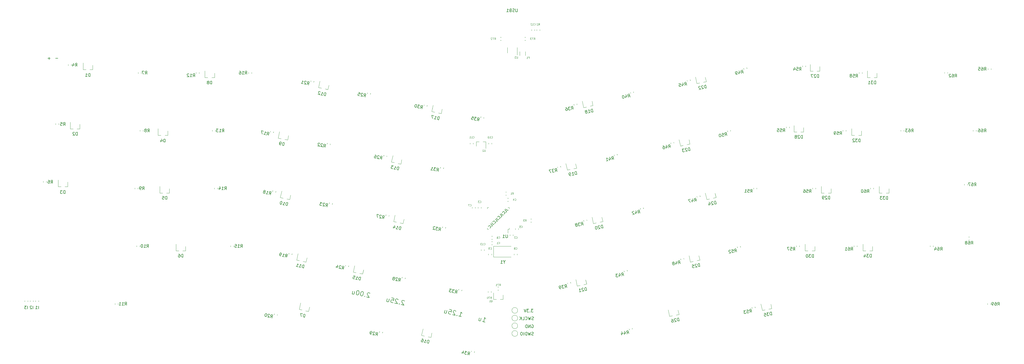
<source format=gbr>
G04 #@! TF.GenerationSoftware,KiCad,Pcbnew,(5.1.4)-1*
G04 #@! TF.CreationDate,2021-03-07T19:39:02-05:00*
G04 #@! TF.ProjectId,f103,66313033-2e6b-4696-9361-645f70636258,rev?*
G04 #@! TF.SameCoordinates,Original*
G04 #@! TF.FileFunction,Legend,Bot*
G04 #@! TF.FilePolarity,Positive*
%FSLAX46Y46*%
G04 Gerber Fmt 4.6, Leading zero omitted, Abs format (unit mm)*
G04 Created by KiCad (PCBNEW (5.1.4)-1) date 2021-03-07 19:39:02*
%MOMM*%
%LPD*%
G04 APERTURE LIST*
%ADD10C,0.150000*%
%ADD11C,0.160000*%
%ADD12C,0.200000*%
%ADD13C,0.120000*%
%ADD14C,0.100000*%
%ADD15C,0.500000*%
%ADD16C,2.000000*%
%ADD17O,2.000000X3.200000*%
%ADD18R,2.000000X2.000000*%
%ADD19C,1.500000*%
%ADD20C,2.250000*%
%ADD21C,3.987800*%
%ADD22C,1.905000*%
%ADD23C,1.750000*%
%ADD24C,0.300000*%
%ADD25R,0.575000X1.450000*%
%ADD26R,0.300000X1.450000*%
%ADD27C,0.650000*%
%ADD28O,1.200000X2.300000*%
%ADD29O,1.200000X1.800000*%
%ADD30C,0.875000*%
%ADD31R,1.800000X1.800000*%
%ADD32C,1.800000*%
%ADD33C,1.250000*%
%ADD34R,0.800000X0.900000*%
%ADD35C,3.048000*%
%ADD36R,1.905000X1.905000*%
%ADD37C,0.800000*%
%ADD38R,0.650000X1.060000*%
%ADD39R,2.000000X2.400000*%
%ADD40C,5.000000*%
G04 APERTURE END LIST*
D10*
X1650952Y-3373428D02*
X889047Y-3373428D01*
X-889047Y-3373428D02*
X-1650952Y-3373428D01*
X-1270000Y-3754380D02*
X-1270000Y-2992476D01*
X158041790Y-86066379D02*
X157422742Y-86066379D01*
X157756076Y-86447332D01*
X157613219Y-86447332D01*
X157517980Y-86494951D01*
X157470361Y-86542570D01*
X157422742Y-86637808D01*
X157422742Y-86875903D01*
X157470361Y-86971141D01*
X157517980Y-87018760D01*
X157613219Y-87066379D01*
X157898933Y-87066379D01*
X157994171Y-87018760D01*
X158041790Y-86971141D01*
X156994171Y-86971141D02*
X156946552Y-87018760D01*
X156994171Y-87066379D01*
X157041790Y-87018760D01*
X156994171Y-86971141D01*
X156994171Y-87066379D01*
X156613219Y-86066379D02*
X155994171Y-86066379D01*
X156327504Y-86447332D01*
X156184647Y-86447332D01*
X156089409Y-86494951D01*
X156041790Y-86542570D01*
X155994171Y-86637808D01*
X155994171Y-86875903D01*
X156041790Y-86971141D01*
X156089409Y-87018760D01*
X156184647Y-87066379D01*
X156470361Y-87066379D01*
X156565600Y-87018760D01*
X156613219Y-86971141D01*
X155708457Y-86066379D02*
X155375123Y-87066379D01*
X155041790Y-86066379D01*
D11*
X149005094Y-53021003D02*
X149434409Y-53450318D01*
X149548893Y-53507560D01*
X149663377Y-53507560D01*
X149777861Y-53450318D01*
X149835103Y-53393076D01*
X149033715Y-54194464D02*
X149319925Y-53908254D01*
X148718884Y-53307213D01*
X148432674Y-54681021D02*
X148489916Y-54681021D01*
X148604400Y-54623779D01*
X148661642Y-54566537D01*
X148718884Y-54452053D01*
X148718884Y-54337569D01*
X148690263Y-54251706D01*
X148604400Y-54108601D01*
X148518537Y-54022738D01*
X148375432Y-53936875D01*
X148289569Y-53908254D01*
X148175085Y-53908254D01*
X148060601Y-53965496D01*
X148003359Y-54022738D01*
X147946117Y-54137222D01*
X147946117Y-54194464D01*
X147459561Y-54566537D02*
X147888875Y-54995851D01*
X148003359Y-55053093D01*
X148117843Y-55053093D01*
X148232327Y-54995851D01*
X148289569Y-54938609D01*
X147488182Y-55739997D02*
X147774392Y-55453787D01*
X147173351Y-54852747D01*
X146887141Y-56226554D02*
X146944383Y-56226554D01*
X147058867Y-56169312D01*
X147116109Y-56112070D01*
X147173351Y-55997586D01*
X147173351Y-55883102D01*
X147144730Y-55797239D01*
X147058867Y-55654134D01*
X146973004Y-55568271D01*
X146829899Y-55482408D01*
X146744036Y-55453787D01*
X146629552Y-55453787D01*
X146515068Y-55511029D01*
X146457826Y-55568271D01*
X146400584Y-55682755D01*
X146400584Y-55739997D01*
X145914027Y-56112070D02*
X146343342Y-56541385D01*
X146457826Y-56598627D01*
X146572310Y-56598627D01*
X146686794Y-56541385D01*
X146744036Y-56484143D01*
X145942648Y-57285531D02*
X146228858Y-56999321D01*
X145627817Y-56398280D01*
X145341607Y-57772087D02*
X145398849Y-57772087D01*
X145513333Y-57714845D01*
X145570575Y-57657603D01*
X145627817Y-57543119D01*
X145627817Y-57428635D01*
X145599196Y-57342773D01*
X145513333Y-57199668D01*
X145427470Y-57113805D01*
X145284366Y-57027942D01*
X145198503Y-56999321D01*
X145084019Y-56999321D01*
X144969535Y-57056563D01*
X144912293Y-57113805D01*
X144855051Y-57228289D01*
X144855051Y-57285531D01*
X144368494Y-57657603D02*
X144797809Y-58086918D01*
X144912293Y-58144160D01*
X145026777Y-58144160D01*
X145141261Y-58086918D01*
X145198503Y-58029676D01*
X144397115Y-58831064D02*
X144683325Y-58544854D01*
X144082284Y-57943813D01*
X143796074Y-59317621D02*
X143853316Y-59317621D01*
X143967800Y-59260379D01*
X144025042Y-59203137D01*
X144082284Y-59088653D01*
X144082284Y-58974169D01*
X144053663Y-58888306D01*
X143967800Y-58745201D01*
X143881937Y-58659338D01*
X143738832Y-58573475D01*
X143652969Y-58544854D01*
X143538485Y-58544854D01*
X143424001Y-58602096D01*
X143366759Y-58659338D01*
X143309517Y-58773822D01*
X143309517Y-58831064D01*
D12*
X141378253Y-90174520D02*
X142216666Y-90352730D01*
X141797460Y-90263625D02*
X142109327Y-88796404D01*
X142204510Y-89035709D01*
X142314544Y-89205146D01*
X142439428Y-89304715D01*
X140328547Y-88929058D02*
X140120635Y-89907205D01*
X140957356Y-89062715D02*
X140793997Y-89831260D01*
X140694427Y-89956144D01*
X140539841Y-89996310D01*
X140330238Y-89951758D01*
X140205354Y-89852189D01*
X140150337Y-89767470D01*
X133599946Y-88386791D02*
X134438358Y-88565001D01*
X134019152Y-88475896D02*
X134331019Y-87008675D01*
X134426202Y-87247980D01*
X134536236Y-87417417D01*
X134661120Y-87516986D01*
X133000838Y-88113398D02*
X132916120Y-88168415D01*
X132971136Y-88253134D01*
X133055855Y-88198117D01*
X133000838Y-88113398D01*
X132971136Y-88253134D01*
X132624493Y-86791990D02*
X132569476Y-86707272D01*
X132444592Y-86607702D01*
X132095253Y-86533448D01*
X131940667Y-86573614D01*
X131855949Y-86628631D01*
X131756379Y-86753516D01*
X131726678Y-86893251D01*
X131751993Y-87117705D01*
X132412195Y-88134327D01*
X131503915Y-87941266D01*
X130488297Y-86191879D02*
X131186973Y-86340387D01*
X131108333Y-87053915D01*
X131053316Y-86969197D01*
X130928431Y-86869627D01*
X130579093Y-86795373D01*
X130424507Y-86835539D01*
X130339788Y-86890556D01*
X130240219Y-87015440D01*
X130165965Y-87364779D01*
X130206131Y-87519365D01*
X130261148Y-87604084D01*
X130386032Y-87703653D01*
X130735370Y-87777907D01*
X130889957Y-87737741D01*
X130974675Y-87682724D01*
X129056855Y-86398787D02*
X128848943Y-87376935D01*
X129685664Y-86532444D02*
X129522305Y-87300989D01*
X129422735Y-87425874D01*
X129268149Y-87466040D01*
X129058546Y-87421487D01*
X128933661Y-87321918D01*
X128878645Y-87237199D01*
X104342121Y-80938315D02*
X104287104Y-80853597D01*
X104162219Y-80754027D01*
X103812881Y-80679773D01*
X103658295Y-80719939D01*
X103573576Y-80774956D01*
X103474007Y-80899841D01*
X103444305Y-81039576D01*
X103469620Y-81264030D01*
X104129823Y-82280652D01*
X103221543Y-82087591D01*
X102622435Y-81814198D02*
X102537717Y-81869215D01*
X102592733Y-81953934D01*
X102677452Y-81898917D01*
X102622435Y-81814198D01*
X102592733Y-81953934D01*
X101926453Y-80278801D02*
X101786718Y-80249099D01*
X101632132Y-80289265D01*
X101547413Y-80344282D01*
X101447844Y-80469166D01*
X101318573Y-80733786D01*
X101244319Y-81083125D01*
X101254783Y-81377446D01*
X101294949Y-81532033D01*
X101349966Y-81616751D01*
X101474850Y-81716320D01*
X101614586Y-81746022D01*
X101769172Y-81705856D01*
X101853891Y-81650839D01*
X101953460Y-81525955D01*
X102082731Y-81261335D01*
X102156985Y-80911996D01*
X102146521Y-80617675D01*
X102106355Y-80463089D01*
X102051338Y-80378370D01*
X101926453Y-80278801D01*
X100529100Y-79981784D02*
X100389364Y-79952082D01*
X100234778Y-79992248D01*
X100150060Y-80047265D01*
X100050490Y-80172150D01*
X99921219Y-80436770D01*
X99846965Y-80786108D01*
X99857429Y-81080430D01*
X99897595Y-81235016D01*
X99952612Y-81319734D01*
X100077497Y-81419304D01*
X100217232Y-81449005D01*
X100371818Y-81408839D01*
X100456537Y-81353823D01*
X100556106Y-81228938D01*
X100685377Y-80964318D01*
X100759631Y-80614980D01*
X100749167Y-80320658D01*
X100709001Y-80166072D01*
X100653984Y-80081353D01*
X100529100Y-79981784D01*
X98678452Y-80099587D02*
X98470540Y-81077735D01*
X99307261Y-80233244D02*
X99143902Y-81001789D01*
X99044332Y-81126674D01*
X98889746Y-81166840D01*
X98680143Y-81122287D01*
X98555258Y-81022718D01*
X98500242Y-80937999D01*
X115721324Y-83427515D02*
X115666307Y-83342797D01*
X115541422Y-83243227D01*
X115192084Y-83168973D01*
X115037498Y-83209139D01*
X114952779Y-83264156D01*
X114853210Y-83389041D01*
X114823508Y-83528776D01*
X114848823Y-83753230D01*
X115509026Y-84769852D01*
X114600746Y-84576791D01*
X114001638Y-84303398D02*
X113916920Y-84358415D01*
X113971936Y-84443134D01*
X114056655Y-84388117D01*
X114001638Y-84303398D01*
X113971936Y-84443134D01*
X113625293Y-82981990D02*
X113570276Y-82897272D01*
X113445392Y-82797702D01*
X113096053Y-82723448D01*
X112941467Y-82763614D01*
X112856749Y-82818631D01*
X112757179Y-82943516D01*
X112727478Y-83083251D01*
X112752793Y-83307705D01*
X113412995Y-84324327D01*
X112504715Y-84131266D01*
X111489097Y-82381879D02*
X112187773Y-82530387D01*
X112109133Y-83243915D01*
X112054116Y-83159197D01*
X111929231Y-83059627D01*
X111579893Y-82985373D01*
X111425307Y-83025539D01*
X111340588Y-83080556D01*
X111241019Y-83205440D01*
X111166765Y-83554779D01*
X111206931Y-83709365D01*
X111261948Y-83794084D01*
X111386832Y-83893653D01*
X111736170Y-83967907D01*
X111890757Y-83927741D01*
X111975475Y-83872724D01*
X110057655Y-82588787D02*
X109849743Y-83566935D01*
X110686464Y-82722444D02*
X110523105Y-83490989D01*
X110423535Y-83615874D01*
X110268949Y-83656040D01*
X110059346Y-83611487D01*
X109934461Y-83511918D01*
X109879445Y-83427199D01*
D10*
X158167103Y-89558762D02*
X158024246Y-89606381D01*
X157786151Y-89606381D01*
X157690913Y-89558762D01*
X157643294Y-89511143D01*
X157595675Y-89415905D01*
X157595675Y-89320667D01*
X157643294Y-89225429D01*
X157690913Y-89177810D01*
X157786151Y-89130191D01*
X157976627Y-89082572D01*
X158071865Y-89034953D01*
X158119484Y-88987334D01*
X158167103Y-88892096D01*
X158167103Y-88796858D01*
X158119484Y-88701620D01*
X158071865Y-88654001D01*
X157976627Y-88606381D01*
X157738532Y-88606381D01*
X157595675Y-88654001D01*
X157262341Y-88606381D02*
X157024246Y-89606381D01*
X156833770Y-88892096D01*
X156643294Y-89606381D01*
X156405199Y-88606381D01*
X155452818Y-89511143D02*
X155500437Y-89558762D01*
X155643294Y-89606381D01*
X155738532Y-89606381D01*
X155881389Y-89558762D01*
X155976627Y-89463524D01*
X156024246Y-89368286D01*
X156071865Y-89177810D01*
X156071865Y-89034953D01*
X156024246Y-88844477D01*
X155976627Y-88749239D01*
X155881389Y-88654001D01*
X155738532Y-88606381D01*
X155643294Y-88606381D01*
X155500437Y-88654001D01*
X155452818Y-88701620D01*
X154548056Y-89606381D02*
X155024246Y-89606381D01*
X155024246Y-88606381D01*
X154214722Y-89606381D02*
X154214722Y-88606381D01*
X153643294Y-89606381D02*
X154071865Y-89034953D01*
X153643294Y-88606381D02*
X154214722Y-89177810D01*
X158125847Y-94638764D02*
X157982990Y-94686383D01*
X157744895Y-94686383D01*
X157649657Y-94638764D01*
X157602038Y-94591145D01*
X157554419Y-94495907D01*
X157554419Y-94400669D01*
X157602038Y-94305431D01*
X157649657Y-94257812D01*
X157744895Y-94210193D01*
X157935371Y-94162574D01*
X158030609Y-94114955D01*
X158078228Y-94067336D01*
X158125847Y-93972098D01*
X158125847Y-93876860D01*
X158078228Y-93781622D01*
X158030609Y-93734003D01*
X157935371Y-93686383D01*
X157697276Y-93686383D01*
X157554419Y-93734003D01*
X157221085Y-93686383D02*
X156982990Y-94686383D01*
X156792514Y-93972098D01*
X156602038Y-94686383D01*
X156363942Y-93686383D01*
X155982990Y-94686383D02*
X155982990Y-93686383D01*
X155744895Y-93686383D01*
X155602038Y-93734003D01*
X155506800Y-93829241D01*
X155459180Y-93924479D01*
X155411561Y-94114955D01*
X155411561Y-94257812D01*
X155459180Y-94448288D01*
X155506800Y-94543526D01*
X155602038Y-94638764D01*
X155744895Y-94686383D01*
X155982990Y-94686383D01*
X154982990Y-94686383D02*
X154982990Y-93686383D01*
X154316323Y-93686383D02*
X154125847Y-93686383D01*
X154030609Y-93734003D01*
X153935371Y-93829241D01*
X153887752Y-94019717D01*
X153887752Y-94353050D01*
X153935371Y-94543526D01*
X154030609Y-94638764D01*
X154125847Y-94686383D01*
X154316323Y-94686383D01*
X154411561Y-94638764D01*
X154506800Y-94543526D01*
X154554419Y-94353050D01*
X154554419Y-94019717D01*
X154506800Y-93829241D01*
X154411561Y-93734003D01*
X154316323Y-93686383D01*
X157581505Y-91295603D02*
X157676743Y-91247983D01*
X157819601Y-91247983D01*
X157962458Y-91295603D01*
X158057696Y-91390841D01*
X158105315Y-91486079D01*
X158152934Y-91676555D01*
X158152934Y-91819412D01*
X158105315Y-92009888D01*
X158057696Y-92105126D01*
X157962458Y-92200364D01*
X157819601Y-92247983D01*
X157724362Y-92247983D01*
X157581505Y-92200364D01*
X157533886Y-92152745D01*
X157533886Y-91819412D01*
X157724362Y-91819412D01*
X157105315Y-92247983D02*
X157105315Y-91247983D01*
X156533886Y-92247983D01*
X156533886Y-91247983D01*
X156057696Y-92247983D02*
X156057696Y-91247983D01*
X155819601Y-91247983D01*
X155676743Y-91295603D01*
X155581505Y-91390841D01*
X155533886Y-91486079D01*
X155486267Y-91676555D01*
X155486267Y-91819412D01*
X155533886Y-92009888D01*
X155581505Y-92105126D01*
X155676743Y-92200364D01*
X155819601Y-92247983D01*
X156057696Y-92247983D01*
D13*
X152950001Y-86500000D02*
G75*
G03X152950001Y-86500000I-950000J0D01*
G01*
X152950000Y-89040000D02*
G75*
G03X152950000Y-89040000I-950000J0D01*
G01*
X152950000Y-91580000D02*
G75*
G03X152950000Y-91580000I-950000J0D01*
G01*
X152950001Y-94120000D02*
G75*
G03X152950001Y-94120000I-950000J0D01*
G01*
X142920501Y-52963006D02*
X142920501Y-52513006D01*
X142920501Y-52513006D02*
X143370501Y-52513006D01*
X142920501Y-59283006D02*
X142920501Y-59733006D01*
X142920501Y-59733006D02*
X143370501Y-59733006D01*
X150140501Y-52963006D02*
X150140501Y-52513006D01*
X150140501Y-52513006D02*
X149690501Y-52513006D01*
X150140501Y-59283006D02*
X150140501Y-59733006D01*
X150140501Y-59733006D02*
X149690501Y-59733006D01*
X149690501Y-59733006D02*
X149690501Y-61023006D01*
X155591159Y2588800D02*
X155265601Y2588800D01*
X155591159Y3608800D02*
X155265601Y3608800D01*
X147189543Y3608800D02*
X147515101Y3608800D01*
X147189543Y2588800D02*
X147515101Y2588800D01*
X155469998Y-2380063D02*
X155469998Y-1175935D01*
X153649998Y-2380063D02*
X153649998Y-1175935D01*
X146680323Y-78807631D02*
X146354765Y-78807631D01*
X146680323Y-79827631D02*
X146354765Y-79827631D01*
X144240247Y-80530410D02*
X144240247Y-80204852D01*
X143220247Y-80530410D02*
X143220247Y-80204852D01*
X148110247Y-82877631D02*
X147180247Y-82877631D01*
X144950247Y-82877631D02*
X145880247Y-82877631D01*
X144950247Y-82877631D02*
X144950247Y-80717631D01*
X148110247Y-82877631D02*
X148110247Y-81417631D01*
X-8279998Y-83582773D02*
X-8279998Y-83257215D01*
X-9299998Y-83582773D02*
X-9299998Y-83257215D01*
X-6480004Y-83582781D02*
X-6480004Y-83257223D01*
X-7500004Y-83582781D02*
X-7500004Y-83257223D01*
X-4680003Y-83582777D02*
X-4680003Y-83257219D01*
X-5700003Y-83582777D02*
X-5700003Y-83257219D01*
X236529892Y-85867515D02*
X235620215Y-86060873D01*
X233438946Y-86524516D02*
X234348623Y-86331158D01*
X233438946Y-86524516D02*
X232989856Y-84411717D01*
X236529892Y-85867515D02*
X236226341Y-84439419D01*
X269726000Y-66837502D02*
X268796000Y-66837502D01*
X266566000Y-66837502D02*
X267496000Y-66837502D01*
X266566000Y-66837502D02*
X266566000Y-64677502D01*
X269726000Y-66837502D02*
X269726000Y-65377502D01*
X275086002Y-47787506D02*
X274156002Y-47787506D01*
X271926002Y-47787506D02*
X272856002Y-47787506D01*
X271926002Y-47787506D02*
X271926002Y-45627506D01*
X275086002Y-47787506D02*
X275086002Y-46327506D01*
X266045998Y-28737506D02*
X265115998Y-28737506D01*
X262885998Y-28737506D02*
X263815998Y-28737506D01*
X262885998Y-28737506D02*
X262885998Y-26577506D01*
X266045998Y-28737506D02*
X266045998Y-27277506D01*
X271175686Y-9687502D02*
X270245686Y-9687502D01*
X268015686Y-9687502D02*
X268945686Y-9687502D01*
X268015686Y-9687502D02*
X268015686Y-7527502D01*
X271175686Y-9687502D02*
X271175686Y-8227502D01*
X250708005Y-66837499D02*
X249778005Y-66837499D01*
X247548005Y-66837499D02*
X248478005Y-66837499D01*
X247548005Y-66837499D02*
X247548005Y-64677499D01*
X250708005Y-66837499D02*
X250708005Y-65377499D01*
X256035998Y-47787501D02*
X255105998Y-47787501D01*
X252875998Y-47787501D02*
X253805998Y-47787501D01*
X252875998Y-47787501D02*
X252875998Y-45627501D01*
X256035998Y-47787501D02*
X256035998Y-46327501D01*
X247045691Y-27677506D02*
X246115691Y-27677506D01*
X243885691Y-27677506D02*
X244815691Y-27677506D01*
X243885691Y-27677506D02*
X243885691Y-25517506D01*
X247045691Y-27677506D02*
X247045691Y-26217506D01*
X252355996Y-7547502D02*
X251425996Y-7547502D01*
X249195996Y-7547502D02*
X250125996Y-7547502D01*
X249195996Y-7547502D02*
X249195996Y-5387502D01*
X252355996Y-7547502D02*
X252355996Y-6087502D01*
X206015883Y-87811598D02*
X205106206Y-88004956D01*
X202924937Y-88468599D02*
X203834614Y-88275241D01*
X202924937Y-88468599D02*
X202475847Y-86355800D01*
X206015883Y-87811598D02*
X205712332Y-86383502D01*
X212868543Y-69884719D02*
X211958866Y-70078077D01*
X209777597Y-70541720D02*
X210687274Y-70348362D01*
X209777597Y-70541720D02*
X209328507Y-68428921D01*
X212868543Y-69884719D02*
X212564992Y-68456623D01*
X218228542Y-49274720D02*
X217318865Y-49468078D01*
X215137596Y-49931721D02*
X216047273Y-49738363D01*
X215137596Y-49931721D02*
X214688506Y-47818922D01*
X218228542Y-49274720D02*
X217924991Y-47846624D01*
X209608537Y-31624713D02*
X208698860Y-31818071D01*
X206517591Y-32281714D02*
X207427268Y-32088356D01*
X206517591Y-32281714D02*
X206068501Y-30168915D01*
X209608537Y-31624713D02*
X209304986Y-30196617D01*
X214968498Y-11014508D02*
X214058821Y-11207866D01*
X211877552Y-11671509D02*
X212787229Y-11478151D01*
X211877552Y-11671509D02*
X211428462Y-9558710D01*
X214968498Y-11014508D02*
X214664947Y-9586412D01*
X175600539Y-77806714D02*
X174690862Y-78000072D01*
X172509593Y-78463715D02*
X173419270Y-78270357D01*
X172509593Y-78463715D02*
X172060503Y-76350916D01*
X175600539Y-77806714D02*
X175296988Y-76378618D01*
X180960876Y-57196639D02*
X180051199Y-57389997D01*
X177869930Y-57853640D02*
X178779607Y-57660282D01*
X177869930Y-57853640D02*
X177420840Y-55740841D01*
X180960876Y-57196639D02*
X180657325Y-55768543D01*
X172340540Y-39546714D02*
X171430863Y-39740072D01*
X169249594Y-40203715D02*
X170159271Y-40010357D01*
X169249594Y-40203715D02*
X168800504Y-38090916D01*
X172340540Y-39546714D02*
X172036989Y-38118618D01*
X177700496Y-18936502D02*
X176790819Y-19129860D01*
X174609550Y-19593503D02*
X175519227Y-19400145D01*
X174609550Y-19593503D02*
X174160460Y-17480704D01*
X177700496Y-18936502D02*
X177396945Y-17508406D01*
X307581997Y-84225228D02*
X307581997Y-84550786D01*
X308601997Y-84225228D02*
X308601997Y-84550786D01*
X301635469Y-62268903D02*
X301309911Y-62268903D01*
X301635469Y-63288903D02*
X301309911Y-63288903D01*
X300965997Y-45152781D02*
X300965997Y-44827223D01*
X299945997Y-45152781D02*
X299945997Y-44827223D01*
X302826000Y-27027230D02*
X302826000Y-27352788D01*
X303846000Y-27027230D02*
X303846000Y-27352788D01*
X308698495Y-7049965D02*
X308698495Y-6724407D01*
X307678495Y-7049965D02*
X307678495Y-6724407D01*
X289660372Y-65452775D02*
X289660372Y-65127217D01*
X288640372Y-65452775D02*
X288640372Y-65127217D01*
X279005995Y-27027224D02*
X279005995Y-27352782D01*
X280025995Y-27027224D02*
X280025995Y-27352782D01*
X293390996Y-7974406D02*
X293390996Y-8299964D01*
X294410996Y-7974406D02*
X294410996Y-8299964D01*
X263635992Y-65127225D02*
X263635992Y-65452783D01*
X264655992Y-65127225D02*
X264655992Y-65452783D01*
X268996000Y-46077227D02*
X268996000Y-46402785D01*
X270016000Y-46077227D02*
X270016000Y-46402785D01*
X259955994Y-27027226D02*
X259955994Y-27352784D01*
X260975994Y-27027226D02*
X260975994Y-27352784D01*
X265315996Y-7977224D02*
X265315996Y-8302782D01*
X266335996Y-7977224D02*
X266335996Y-8302782D01*
X244618000Y-65127221D02*
X244618000Y-65452779D01*
X245638000Y-65127221D02*
X245638000Y-65452779D01*
X249946002Y-46077231D02*
X249946002Y-46402789D01*
X250966002Y-46077231D02*
X250966002Y-46402789D01*
X241326001Y-25967231D02*
X241326001Y-26292789D01*
X242346001Y-25967231D02*
X242346001Y-26292789D01*
X246685999Y-5837223D02*
X246685999Y-6162781D01*
X247705999Y-5837223D02*
X247705999Y-6162781D01*
X230000039Y-85506990D02*
X230067726Y-85825434D01*
X230997750Y-85294920D02*
X231065437Y-85613364D01*
X225190034Y-65516986D02*
X225257721Y-65835430D01*
X226187745Y-65304916D02*
X226255432Y-65623360D01*
X230572733Y-46077224D02*
X230572733Y-46402782D01*
X231592733Y-46077224D02*
X231592733Y-46402782D01*
X221930034Y-27256988D02*
X221997721Y-27575432D01*
X222927745Y-27044918D02*
X222995432Y-27363362D01*
X227290033Y-6646994D02*
X227357720Y-6965438D01*
X228287744Y-6434924D02*
X228355431Y-6753368D01*
X206556034Y-69477988D02*
X206623721Y-69796432D01*
X207553745Y-69265918D02*
X207621432Y-69584362D01*
X211916037Y-48867990D02*
X211983724Y-49186434D01*
X212913748Y-48655920D02*
X212981435Y-48974364D01*
X203296034Y-31217990D02*
X203363721Y-31536434D01*
X204293745Y-31005920D02*
X204361432Y-31324364D01*
X208656033Y-10607982D02*
X208723720Y-10926426D01*
X209653744Y-10395912D02*
X209721431Y-10714356D01*
X189589038Y-92567994D02*
X189656725Y-92886438D01*
X190586749Y-92355924D02*
X190654436Y-92674368D01*
X187922030Y-73438986D02*
X187989717Y-73757430D01*
X188919741Y-73226916D02*
X188987428Y-73545360D01*
X193282038Y-52828986D02*
X193349725Y-53147430D01*
X194279749Y-52616916D02*
X194347436Y-52935360D01*
X184662034Y-35178990D02*
X184729721Y-35497434D01*
X185659745Y-34966920D02*
X185727432Y-35285364D01*
X190022039Y-14568986D02*
X190089726Y-14887430D01*
X191019750Y-14356916D02*
X191087437Y-14675360D01*
X169288035Y-77399989D02*
X169355722Y-77718433D01*
X170285746Y-77187919D02*
X170353433Y-77506363D01*
X174648033Y-56789990D02*
X174715720Y-57108434D01*
X175645744Y-56577920D02*
X175713431Y-56896364D01*
X166028034Y-39139992D02*
X166095721Y-39458436D01*
X167025745Y-38927922D02*
X167093432Y-39246366D01*
X171388035Y-18529989D02*
X171455722Y-18848433D01*
X172385746Y-18317919D02*
X172453433Y-18636363D01*
X140799133Y-22593699D02*
X140731446Y-22912143D01*
X141796844Y-22805769D02*
X141729157Y-23124213D01*
X138657656Y-100376948D02*
X138725343Y-100058504D01*
X137659945Y-100164878D02*
X137727632Y-99846434D01*
X133573783Y-79485348D02*
X133506096Y-79803792D01*
X134571494Y-79697418D02*
X134503807Y-80015862D01*
X128223786Y-58875337D02*
X128156099Y-59193781D01*
X129221497Y-59087407D02*
X129153810Y-59405851D01*
X127523785Y-39245350D02*
X127456098Y-39563794D01*
X128521496Y-39457420D02*
X128453809Y-39775864D01*
X122169873Y-18633917D02*
X122102186Y-18952361D01*
X123167584Y-18845987D02*
X123099897Y-19164431D01*
X108390660Y-93951947D02*
X108458347Y-93633503D01*
X107392949Y-93739877D02*
X107460636Y-93421433D01*
X114939778Y-75524346D02*
X114872091Y-75842790D01*
X115937489Y-75736416D02*
X115869802Y-76054860D01*
X109589780Y-54914346D02*
X109522093Y-55232790D01*
X110587491Y-55126416D02*
X110519804Y-55444860D01*
X108889779Y-35284343D02*
X108822092Y-35602787D01*
X109887490Y-35496413D02*
X109819803Y-35814857D01*
X103535824Y-14673133D02*
X103468137Y-14991577D01*
X104533535Y-14885203D02*
X104465848Y-15203647D01*
X96305785Y-71563345D02*
X96238098Y-71881789D01*
X97303496Y-71775415D02*
X97235809Y-72093859D01*
X90955782Y-50953347D02*
X90888095Y-51271791D01*
X91953493Y-51165417D02*
X91885806Y-51483861D01*
X90255780Y-31323346D02*
X90188093Y-31641790D01*
X91253491Y-31535416D02*
X91185804Y-31853860D01*
X84901780Y-10712347D02*
X84834093Y-11030791D01*
X85899491Y-10924417D02*
X85831804Y-11242861D01*
X72861783Y-87592352D02*
X72794096Y-87910796D01*
X73859494Y-87804422D02*
X73791807Y-88122866D01*
X77671783Y-67602344D02*
X77604096Y-67920788D01*
X78669494Y-67814414D02*
X78601807Y-68132858D01*
X72321785Y-46992341D02*
X72254098Y-47310785D01*
X73319496Y-47204411D02*
X73251809Y-47522855D01*
X71621785Y-27362339D02*
X71554098Y-27680783D01*
X72619496Y-27574409D02*
X72551809Y-27892853D01*
X64343749Y-7977224D02*
X64343749Y-8302782D01*
X65363749Y-7977224D02*
X65363749Y-8302782D01*
X58494994Y-65127224D02*
X58494994Y-65452782D01*
X59514994Y-65127224D02*
X59514994Y-65452782D01*
X53145005Y-46077226D02*
X53145005Y-46402784D01*
X54165005Y-46077226D02*
X54165005Y-46402784D01*
X52445001Y-27027220D02*
X52445001Y-27352778D01*
X53465001Y-27027220D02*
X53465001Y-27352778D01*
X47085000Y-7977224D02*
X47085000Y-8302782D01*
X48105000Y-7977224D02*
X48105000Y-8302782D01*
X20405000Y-84177225D02*
X20405000Y-84502783D01*
X21425000Y-84177225D02*
X21425000Y-84502783D01*
X27544999Y-65127224D02*
X27544999Y-65452782D01*
X28564999Y-65127224D02*
X28564999Y-65452782D01*
X26947001Y-46077230D02*
X26947001Y-46402788D01*
X27967001Y-46077230D02*
X27967001Y-46402788D01*
X28634996Y-27027223D02*
X28634996Y-27352781D01*
X29654996Y-27027223D02*
X29654996Y-27352781D01*
X28035000Y-7977230D02*
X28035000Y-8302788D01*
X29055000Y-7977230D02*
X29055000Y-8302788D01*
X-3214997Y-43937227D02*
X-3214997Y-44262785D01*
X-2194997Y-43937227D02*
X-2194997Y-44262785D01*
X854999Y-24887228D02*
X854999Y-25212786D01*
X1874999Y-24887228D02*
X1874999Y-25212786D01*
X5015001Y-5362228D02*
X5015001Y-5687786D01*
X6035001Y-5362228D02*
X6035001Y-5687786D01*
X127771210Y-21573015D02*
X126861533Y-21379657D01*
X124680264Y-20916014D02*
X125589941Y-21109372D01*
X124680264Y-20916014D02*
X125129353Y-18803215D01*
X127771210Y-21573015D02*
X128074761Y-20144919D01*
X124403724Y-95386605D02*
X123494047Y-95193247D01*
X121312778Y-94729604D02*
X122222455Y-94922962D01*
X121312778Y-94729604D02*
X121761867Y-92616805D01*
X124403724Y-95386605D02*
X124707275Y-93958509D01*
X101907358Y-74502928D02*
X100997681Y-74309570D01*
X98816412Y-73845927D02*
X99726089Y-74039285D01*
X98816412Y-73845927D02*
X99265501Y-71733128D01*
X101907358Y-74502928D02*
X102210909Y-73074832D01*
X115191074Y-57853640D02*
X114281397Y-57660282D01*
X112100128Y-57196639D02*
X113009805Y-57389997D01*
X112100128Y-57196639D02*
X112549217Y-55083840D01*
X115191074Y-57853640D02*
X115494625Y-56425544D01*
X114491113Y-38223437D02*
X113581436Y-38030079D01*
X111400167Y-37566436D02*
X112309844Y-37759794D01*
X111400167Y-37566436D02*
X111849256Y-35453637D01*
X114491113Y-38223437D02*
X114794664Y-36795341D01*
X90503111Y-13651431D02*
X89593434Y-13458073D01*
X87412165Y-12994430D02*
X88321842Y-13187788D01*
X87412165Y-12994430D02*
X87861254Y-10881631D01*
X90503111Y-13651431D02*
X90806662Y-12223335D01*
X83273067Y-70541644D02*
X82363390Y-70348286D01*
X80182121Y-69884643D02*
X81091798Y-70078001D01*
X80182121Y-69884643D02*
X80631210Y-67771844D01*
X83273067Y-70541644D02*
X83576618Y-69113548D01*
X77923117Y-49931435D02*
X77013440Y-49738077D01*
X74832171Y-49274434D02*
X75741848Y-49467792D01*
X74832171Y-49274434D02*
X75281260Y-47161635D01*
X77923117Y-49931435D02*
X78226668Y-48503339D01*
X77223112Y-30301431D02*
X76313435Y-30108073D01*
X74132166Y-29644430D02*
X75041843Y-29837788D01*
X74132166Y-29644430D02*
X74581255Y-27531631D01*
X77223112Y-30301431D02*
X77526663Y-28873335D01*
X53175004Y-9687504D02*
X52245004Y-9687504D01*
X50015004Y-9687504D02*
X50945004Y-9687504D01*
X50015004Y-9687504D02*
X50015004Y-7527504D01*
X53175004Y-9687504D02*
X53175004Y-8227504D01*
X84120039Y-86824047D02*
X83210362Y-86630689D01*
X81029093Y-86167046D02*
X81938770Y-86360404D01*
X81029093Y-86167046D02*
X81478182Y-84054247D01*
X84120039Y-86824047D02*
X84423590Y-85395951D01*
X43657750Y-66837499D02*
X42727750Y-66837499D01*
X40497750Y-66837499D02*
X41427750Y-66837499D01*
X40497750Y-66837499D02*
X40497750Y-64677499D01*
X43657750Y-66837499D02*
X43657750Y-65377499D01*
X38349144Y-47787500D02*
X37419144Y-47787500D01*
X35189144Y-47787500D02*
X36119144Y-47787500D01*
X35189144Y-47787500D02*
X35189144Y-45627500D01*
X38349144Y-47787500D02*
X38349144Y-46327500D01*
X37777643Y-28737494D02*
X36847643Y-28737494D01*
X34617643Y-28737494D02*
X35547643Y-28737494D01*
X34617643Y-28737494D02*
X34617643Y-26577494D01*
X37777643Y-28737494D02*
X37777643Y-27277494D01*
X4884646Y-45647496D02*
X3954646Y-45647496D01*
X1724646Y-45647496D02*
X2654646Y-45647496D01*
X1724646Y-45647496D02*
X1724646Y-43487496D01*
X4884646Y-45647496D02*
X4884646Y-44187496D01*
X8885143Y-26597511D02*
X7955143Y-26597511D01*
X5725143Y-26597511D02*
X6655143Y-26597511D01*
X5725143Y-26597511D02*
X5725143Y-24437511D01*
X8885143Y-26597511D02*
X8885143Y-25137511D01*
X13101544Y-7072514D02*
X12171544Y-7072514D01*
X9941544Y-7072514D02*
X10871544Y-7072514D01*
X9941544Y-7072514D02*
X9941544Y-4912514D01*
X13101544Y-7072514D02*
X13101544Y-5612514D01*
X157190221Y-57380600D02*
X157515779Y-57380600D01*
X157190221Y-56360600D02*
X157515779Y-56360600D01*
X140962920Y-66400461D02*
X140962920Y-66726019D01*
X141982920Y-66400461D02*
X141982920Y-66726019D01*
X159188002Y6131777D02*
X159188002Y5806219D01*
X160208002Y6131777D02*
X160208002Y5806219D01*
X157478000Y6131779D02*
X157478000Y5806221D01*
X158498000Y6131779D02*
X158498000Y5806221D01*
X149260778Y-47463006D02*
X148935220Y-47463006D01*
X149260778Y-48483006D02*
X148935220Y-48483006D01*
X149529998Y-1599998D02*
X149529998Y200002D01*
X152749998Y200002D02*
X152749998Y-2249998D01*
X139315408Y-30881353D02*
X140245408Y-30881353D01*
X142475408Y-30881353D02*
X141545408Y-30881353D01*
X142475408Y-30881353D02*
X142475408Y-33041353D01*
X139315408Y-30881353D02*
X139315408Y-32341353D01*
X138313099Y-31593014D02*
X138313099Y-31267456D01*
X137293099Y-31593014D02*
X137293099Y-31267456D01*
X143374700Y-31267454D02*
X143374700Y-31593012D01*
X144394700Y-31267454D02*
X144394700Y-31593012D01*
X150746526Y-68921222D02*
X144996526Y-68921222D01*
X144996526Y-68921222D02*
X144996526Y-65321222D01*
X144996526Y-65321222D02*
X150746526Y-65321222D01*
X143336527Y-67845943D02*
X143336527Y-68171501D01*
X144356527Y-67845943D02*
X144356527Y-68171501D01*
X151736527Y-67845943D02*
X151736527Y-68171501D01*
X152756527Y-67845943D02*
X152756527Y-68171501D01*
X138990501Y-52756283D02*
X138990501Y-52430725D01*
X137970501Y-52756283D02*
X137970501Y-52430725D01*
X144609533Y-62013007D02*
X144283975Y-62013007D01*
X144609533Y-63033007D02*
X144283975Y-63033007D01*
X152170501Y-59491929D02*
X152170501Y-59817487D01*
X153190501Y-59491929D02*
X153190501Y-59817487D01*
X149570221Y-50483007D02*
X149895779Y-50483007D01*
X149570221Y-49463007D02*
X149895779Y-49463007D01*
X140890501Y-52756284D02*
X140890501Y-52430726D01*
X139870501Y-52756284D02*
X139870501Y-52430726D01*
X150420501Y-61507855D02*
X150420501Y-61833413D01*
X151440501Y-61507855D02*
X151440501Y-61833413D01*
X144612579Y-63763007D02*
X144287021Y-63763007D01*
X144612579Y-64783007D02*
X144287021Y-64783007D01*
D10*
X149605904Y-61555380D02*
X149605904Y-62364904D01*
X149558285Y-62460142D01*
X149510666Y-62507761D01*
X149415428Y-62555380D01*
X149224952Y-62555380D01*
X149129714Y-62507761D01*
X149082095Y-62460142D01*
X149034476Y-62364904D01*
X149034476Y-61555380D01*
X148034476Y-62555380D02*
X148605904Y-62555380D01*
X148320190Y-62555380D02*
X148320190Y-61555380D01*
X148415428Y-61698238D01*
X148510666Y-61793476D01*
X148605904Y-61841095D01*
X152868095Y12968219D02*
X152868095Y12158695D01*
X152820476Y12063457D01*
X152772857Y12015838D01*
X152677619Y11968219D01*
X152487142Y11968219D01*
X152391904Y12015838D01*
X152344285Y12063457D01*
X152296666Y12158695D01*
X152296666Y12968219D01*
X151868095Y12015838D02*
X151725238Y11968219D01*
X151487142Y11968219D01*
X151391904Y12015838D01*
X151344285Y12063457D01*
X151296666Y12158695D01*
X151296666Y12253933D01*
X151344285Y12349171D01*
X151391904Y12396790D01*
X151487142Y12444409D01*
X151677619Y12492028D01*
X151772857Y12539647D01*
X151820476Y12587266D01*
X151868095Y12682504D01*
X151868095Y12777742D01*
X151820476Y12872980D01*
X151772857Y12920600D01*
X151677619Y12968219D01*
X151439523Y12968219D01*
X151296666Y12920600D01*
X150534761Y12492028D02*
X150391904Y12444409D01*
X150344285Y12396790D01*
X150296666Y12301552D01*
X150296666Y12158695D01*
X150344285Y12063457D01*
X150391904Y12015838D01*
X150487142Y11968219D01*
X150868095Y11968219D01*
X150868095Y12968219D01*
X150534761Y12968219D01*
X150439523Y12920600D01*
X150391904Y12872980D01*
X150344285Y12777742D01*
X150344285Y12682504D01*
X150391904Y12587266D01*
X150439523Y12539647D01*
X150534761Y12492028D01*
X150868095Y12492028D01*
X149344285Y11968219D02*
X149915714Y11968219D01*
X149630000Y11968219D02*
X149630000Y12968219D01*
X149725238Y12825361D01*
X149820476Y12730123D01*
X149915714Y12682504D01*
D14*
X158246714Y2825812D02*
X158446714Y3111526D01*
X158589571Y2825812D02*
X158589571Y3425812D01*
X158361000Y3425812D01*
X158303857Y3397241D01*
X158275285Y3368669D01*
X158246714Y3311526D01*
X158246714Y3225812D01*
X158275285Y3168669D01*
X158303857Y3140098D01*
X158361000Y3111526D01*
X158589571Y3111526D01*
X158046714Y3425812D02*
X157646714Y3425812D01*
X157903857Y2825812D01*
X157475285Y3425812D02*
X157103857Y3425812D01*
X157303857Y3197241D01*
X157218142Y3197241D01*
X157161000Y3168669D01*
X157132428Y3140098D01*
X157103857Y3082955D01*
X157103857Y2940098D01*
X157132428Y2882955D01*
X157161000Y2854383D01*
X157218142Y2825812D01*
X157389571Y2825812D01*
X157446714Y2854383D01*
X157475285Y2882955D01*
X145292714Y2840071D02*
X145492714Y3125785D01*
X145635571Y2840071D02*
X145635571Y3440071D01*
X145407000Y3440071D01*
X145349857Y3411500D01*
X145321285Y3382928D01*
X145292714Y3325785D01*
X145292714Y3240071D01*
X145321285Y3182928D01*
X145349857Y3154357D01*
X145407000Y3125785D01*
X145635571Y3125785D01*
X145092714Y3440071D02*
X144692714Y3440071D01*
X144949857Y2840071D01*
X144492714Y3382928D02*
X144464142Y3411500D01*
X144407000Y3440071D01*
X144264142Y3440071D01*
X144207000Y3411500D01*
X144178428Y3382928D01*
X144149857Y3325785D01*
X144149857Y3268642D01*
X144178428Y3182928D01*
X144521285Y2840071D01*
X144149857Y2840071D01*
X156537998Y-3132141D02*
X156737998Y-3132141D01*
X156737998Y-3446427D02*
X156737998Y-2846427D01*
X156452283Y-2846427D01*
X155909426Y-3446427D02*
X156252283Y-3446427D01*
X156080855Y-3446427D02*
X156080855Y-2846427D01*
X156137998Y-2932141D01*
X156195140Y-2989284D01*
X156252283Y-3017856D01*
X146903258Y-78383128D02*
X147103258Y-78097414D01*
X147246115Y-78383128D02*
X147246115Y-77783128D01*
X147017544Y-77783128D01*
X146960401Y-77811700D01*
X146931829Y-77840271D01*
X146903258Y-77897414D01*
X146903258Y-77983128D01*
X146931829Y-78040271D01*
X146960401Y-78068842D01*
X147017544Y-78097414D01*
X147246115Y-78097414D01*
X146703258Y-77783128D02*
X146303258Y-77783128D01*
X146560401Y-78383128D01*
X145760401Y-78383128D02*
X146103258Y-78383128D01*
X145931829Y-78383128D02*
X145931829Y-77783128D01*
X145988972Y-77868842D01*
X146046115Y-77925985D01*
X146103258Y-77954557D01*
X144004014Y-82630928D02*
X144204014Y-82345214D01*
X144346871Y-82630928D02*
X144346871Y-82030928D01*
X144118300Y-82030928D01*
X144061157Y-82059500D01*
X144032585Y-82088071D01*
X144004014Y-82145214D01*
X144004014Y-82230928D01*
X144032585Y-82288071D01*
X144061157Y-82316642D01*
X144118300Y-82345214D01*
X144346871Y-82345214D01*
X143804014Y-82030928D02*
X143404014Y-82030928D01*
X143661157Y-82630928D01*
X143061157Y-82030928D02*
X143004014Y-82030928D01*
X142946871Y-82059500D01*
X142918300Y-82088071D01*
X142889728Y-82145214D01*
X142861157Y-82259500D01*
X142861157Y-82402357D01*
X142889728Y-82516642D01*
X142918300Y-82573785D01*
X142946871Y-82602357D01*
X143004014Y-82630928D01*
X143061157Y-82630928D01*
X143118300Y-82602357D01*
X143146871Y-82573785D01*
X143175442Y-82516642D01*
X143204014Y-82402357D01*
X143204014Y-82259500D01*
X143175442Y-82145214D01*
X143146871Y-82088071D01*
X143118300Y-82059500D01*
X143061157Y-82030928D01*
X144138642Y-83767571D02*
X144195785Y-83739000D01*
X144252928Y-83681857D01*
X144338642Y-83596142D01*
X144395785Y-83567571D01*
X144452928Y-83567571D01*
X144424357Y-83710428D02*
X144481500Y-83681857D01*
X144538642Y-83624714D01*
X144567214Y-83510428D01*
X144567214Y-83310428D01*
X144538642Y-83196142D01*
X144481500Y-83139000D01*
X144424357Y-83110428D01*
X144310071Y-83110428D01*
X144252928Y-83139000D01*
X144195785Y-83196142D01*
X144167214Y-83310428D01*
X144167214Y-83510428D01*
X144195785Y-83624714D01*
X144252928Y-83681857D01*
X144310071Y-83710428D01*
X144424357Y-83710428D01*
X143595785Y-83710428D02*
X143938642Y-83710428D01*
X143767214Y-83710428D02*
X143767214Y-83110428D01*
X143824357Y-83196142D01*
X143881500Y-83253285D01*
X143938642Y-83281857D01*
D10*
X-8303822Y-86016333D02*
X-8303822Y-85016333D01*
X-8684774Y-85016333D02*
X-9303822Y-85016333D01*
X-8970489Y-85397286D01*
X-9113346Y-85397286D01*
X-9208584Y-85444905D01*
X-9256203Y-85492524D01*
X-9303822Y-85587762D01*
X-9303822Y-85825857D01*
X-9256203Y-85921095D01*
X-9208584Y-85968714D01*
X-9113346Y-86016333D01*
X-8827632Y-86016333D01*
X-8732393Y-85968714D01*
X-8684774Y-85921095D01*
X-6525828Y-86016341D02*
X-6525828Y-85016341D01*
X-6954399Y-85111580D02*
X-7002019Y-85063961D01*
X-7097257Y-85016341D01*
X-7335352Y-85016341D01*
X-7430590Y-85063961D01*
X-7478209Y-85111580D01*
X-7525828Y-85206818D01*
X-7525828Y-85302056D01*
X-7478209Y-85444913D01*
X-6906780Y-86016341D01*
X-7525828Y-86016341D01*
X-4722427Y-86016337D02*
X-4722427Y-85016337D01*
X-5722427Y-86016337D02*
X-5150998Y-86016337D01*
X-5436713Y-86016337D02*
X-5436713Y-85016337D01*
X-5341475Y-85159195D01*
X-5246237Y-85254433D01*
X-5150998Y-85302052D01*
X236605116Y-87980407D02*
X236397205Y-87002259D01*
X236164312Y-87051762D01*
X236034478Y-87128042D01*
X235961122Y-87241000D01*
X235934345Y-87344057D01*
X235927368Y-87540272D01*
X235957070Y-87680007D01*
X236043251Y-87856420D01*
X236109630Y-87939677D01*
X236222588Y-88013033D01*
X236372224Y-88029909D01*
X236605116Y-87980407D01*
X235512214Y-87190370D02*
X234906694Y-87319077D01*
X235311948Y-87622401D01*
X235172212Y-87652102D01*
X235088956Y-87718482D01*
X235052278Y-87774961D01*
X235025501Y-87878018D01*
X235075004Y-88110911D01*
X235141383Y-88194167D01*
X235197862Y-88230845D01*
X235300920Y-88257622D01*
X235580390Y-88198219D01*
X235663647Y-88131839D01*
X235700325Y-88075360D01*
X234021703Y-87507187D02*
X234487488Y-87408182D01*
X234633072Y-87864066D01*
X234576593Y-87827388D01*
X234473536Y-87800611D01*
X234240643Y-87850113D01*
X234157387Y-87916493D01*
X234120709Y-87972972D01*
X234093932Y-88076029D01*
X234143434Y-88308922D01*
X234209814Y-88392178D01*
X234266293Y-88428856D01*
X234369351Y-88455633D01*
X234602243Y-88406131D01*
X234685499Y-88339751D01*
X234722177Y-88283272D01*
X269362178Y-68971682D02*
X269362178Y-67971682D01*
X269124083Y-67971682D01*
X268981226Y-68019302D01*
X268885988Y-68114540D01*
X268838369Y-68209778D01*
X268790750Y-68400254D01*
X268790750Y-68543111D01*
X268838369Y-68733587D01*
X268885988Y-68828825D01*
X268981226Y-68924063D01*
X269124083Y-68971682D01*
X269362178Y-68971682D01*
X268457416Y-67971682D02*
X267838369Y-67971682D01*
X268171702Y-68352635D01*
X268028845Y-68352635D01*
X267933607Y-68400254D01*
X267885988Y-68447873D01*
X267838369Y-68543111D01*
X267838369Y-68781206D01*
X267885988Y-68876444D01*
X267933607Y-68924063D01*
X268028845Y-68971682D01*
X268314559Y-68971682D01*
X268409797Y-68924063D01*
X268457416Y-68876444D01*
X266981226Y-68305016D02*
X266981226Y-68971682D01*
X267219321Y-67924063D02*
X267457416Y-68638349D01*
X266838369Y-68638349D01*
X274720287Y-49892886D02*
X274720287Y-48892886D01*
X274482192Y-48892886D01*
X274339335Y-48940506D01*
X274244097Y-49035744D01*
X274196478Y-49130982D01*
X274148859Y-49321458D01*
X274148859Y-49464315D01*
X274196478Y-49654791D01*
X274244097Y-49750029D01*
X274339335Y-49845267D01*
X274482192Y-49892886D01*
X274720287Y-49892886D01*
X273815525Y-48892886D02*
X273196478Y-48892886D01*
X273529811Y-49273839D01*
X273386954Y-49273839D01*
X273291716Y-49321458D01*
X273244097Y-49369077D01*
X273196478Y-49464315D01*
X273196478Y-49702410D01*
X273244097Y-49797648D01*
X273291716Y-49845267D01*
X273386954Y-49892886D01*
X273672668Y-49892886D01*
X273767906Y-49845267D01*
X273815525Y-49797648D01*
X272863144Y-48892886D02*
X272244097Y-48892886D01*
X272577430Y-49273839D01*
X272434573Y-49273839D01*
X272339335Y-49321458D01*
X272291716Y-49369077D01*
X272244097Y-49464315D01*
X272244097Y-49702410D01*
X272291716Y-49797648D01*
X272339335Y-49845267D01*
X272434573Y-49892886D01*
X272720287Y-49892886D01*
X272815525Y-49845267D01*
X272863144Y-49797648D01*
X265679176Y-30922486D02*
X265679176Y-29922486D01*
X265441081Y-29922486D01*
X265298224Y-29970106D01*
X265202986Y-30065344D01*
X265155367Y-30160582D01*
X265107748Y-30351058D01*
X265107748Y-30493915D01*
X265155367Y-30684391D01*
X265202986Y-30779629D01*
X265298224Y-30874867D01*
X265441081Y-30922486D01*
X265679176Y-30922486D01*
X264774414Y-29922486D02*
X264155367Y-29922486D01*
X264488700Y-30303439D01*
X264345843Y-30303439D01*
X264250605Y-30351058D01*
X264202986Y-30398677D01*
X264155367Y-30493915D01*
X264155367Y-30732010D01*
X264202986Y-30827248D01*
X264250605Y-30874867D01*
X264345843Y-30922486D01*
X264631557Y-30922486D01*
X264726795Y-30874867D01*
X264774414Y-30827248D01*
X263774414Y-30017725D02*
X263726795Y-29970106D01*
X263631557Y-29922486D01*
X263393462Y-29922486D01*
X263298224Y-29970106D01*
X263250605Y-30017725D01*
X263202986Y-30112963D01*
X263202986Y-30208201D01*
X263250605Y-30351058D01*
X263822033Y-30922486D01*
X263202986Y-30922486D01*
X270784571Y-11821682D02*
X270784571Y-10821682D01*
X270546476Y-10821682D01*
X270403619Y-10869302D01*
X270308381Y-10964540D01*
X270260762Y-11059778D01*
X270213143Y-11250254D01*
X270213143Y-11393111D01*
X270260762Y-11583587D01*
X270308381Y-11678825D01*
X270403619Y-11774063D01*
X270546476Y-11821682D01*
X270784571Y-11821682D01*
X269879809Y-10821682D02*
X269260762Y-10821682D01*
X269594095Y-11202635D01*
X269451238Y-11202635D01*
X269356000Y-11250254D01*
X269308381Y-11297873D01*
X269260762Y-11393111D01*
X269260762Y-11631206D01*
X269308381Y-11726444D01*
X269356000Y-11774063D01*
X269451238Y-11821682D01*
X269736952Y-11821682D01*
X269832190Y-11774063D01*
X269879809Y-11726444D01*
X268308381Y-11821682D02*
X268879809Y-11821682D01*
X268594095Y-11821682D02*
X268594095Y-10821682D01*
X268689333Y-10964540D01*
X268784571Y-11059778D01*
X268879809Y-11107397D01*
X250337582Y-69047879D02*
X250337582Y-68047879D01*
X250099487Y-68047879D01*
X249956630Y-68095499D01*
X249861392Y-68190737D01*
X249813773Y-68285975D01*
X249766154Y-68476451D01*
X249766154Y-68619308D01*
X249813773Y-68809784D01*
X249861392Y-68905022D01*
X249956630Y-69000260D01*
X250099487Y-69047879D01*
X250337582Y-69047879D01*
X249432820Y-68047879D02*
X248813773Y-68047879D01*
X249147106Y-68428832D01*
X249004249Y-68428832D01*
X248909011Y-68476451D01*
X248861392Y-68524070D01*
X248813773Y-68619308D01*
X248813773Y-68857403D01*
X248861392Y-68952641D01*
X248909011Y-69000260D01*
X249004249Y-69047879D01*
X249289963Y-69047879D01*
X249385201Y-69000260D01*
X249432820Y-68952641D01*
X248194725Y-68047879D02*
X248099487Y-68047879D01*
X248004249Y-68095499D01*
X247956630Y-68143118D01*
X247909011Y-68238356D01*
X247861392Y-68428832D01*
X247861392Y-68666927D01*
X247909011Y-68857403D01*
X247956630Y-68952641D01*
X248004249Y-69000260D01*
X248099487Y-69047879D01*
X248194725Y-69047879D01*
X248289963Y-69000260D01*
X248337582Y-68952641D01*
X248385201Y-68857403D01*
X248432820Y-68666927D01*
X248432820Y-68428832D01*
X248385201Y-68238356D01*
X248337582Y-68143118D01*
X248289963Y-68095499D01*
X248194725Y-68047879D01*
X255671575Y-49794679D02*
X255671575Y-48794679D01*
X255433480Y-48794679D01*
X255290623Y-48842299D01*
X255195385Y-48937537D01*
X255147766Y-49032775D01*
X255100147Y-49223251D01*
X255100147Y-49366108D01*
X255147766Y-49556584D01*
X255195385Y-49651822D01*
X255290623Y-49747060D01*
X255433480Y-49794679D01*
X255671575Y-49794679D01*
X254719194Y-48889918D02*
X254671575Y-48842299D01*
X254576337Y-48794679D01*
X254338242Y-48794679D01*
X254243004Y-48842299D01*
X254195385Y-48889918D01*
X254147766Y-48985156D01*
X254147766Y-49080394D01*
X254195385Y-49223251D01*
X254766813Y-49794679D01*
X254147766Y-49794679D01*
X253671575Y-49794679D02*
X253481099Y-49794679D01*
X253385861Y-49747060D01*
X253338242Y-49699441D01*
X253243004Y-49556584D01*
X253195385Y-49366108D01*
X253195385Y-48985156D01*
X253243004Y-48889918D01*
X253290623Y-48842299D01*
X253385861Y-48794679D01*
X253576337Y-48794679D01*
X253671575Y-48842299D01*
X253719194Y-48889918D01*
X253766813Y-48985156D01*
X253766813Y-49223251D01*
X253719194Y-49318489D01*
X253671575Y-49366108D01*
X253576337Y-49413727D01*
X253385861Y-49413727D01*
X253290623Y-49366108D01*
X253243004Y-49318489D01*
X253195385Y-49223251D01*
X246679976Y-29754084D02*
X246679976Y-28754084D01*
X246441881Y-28754084D01*
X246299024Y-28801704D01*
X246203786Y-28896942D01*
X246156167Y-28992180D01*
X246108548Y-29182656D01*
X246108548Y-29325513D01*
X246156167Y-29515989D01*
X246203786Y-29611227D01*
X246299024Y-29706465D01*
X246441881Y-29754084D01*
X246679976Y-29754084D01*
X245727595Y-28849323D02*
X245679976Y-28801704D01*
X245584738Y-28754084D01*
X245346643Y-28754084D01*
X245251405Y-28801704D01*
X245203786Y-28849323D01*
X245156167Y-28944561D01*
X245156167Y-29039799D01*
X245203786Y-29182656D01*
X245775214Y-29754084D01*
X245156167Y-29754084D01*
X244584738Y-29182656D02*
X244679976Y-29135037D01*
X244727595Y-29087418D01*
X244775214Y-28992180D01*
X244775214Y-28944561D01*
X244727595Y-28849323D01*
X244679976Y-28801704D01*
X244584738Y-28754084D01*
X244394262Y-28754084D01*
X244299024Y-28801704D01*
X244251405Y-28849323D01*
X244203786Y-28944561D01*
X244203786Y-28992180D01*
X244251405Y-29087418D01*
X244299024Y-29135037D01*
X244394262Y-29182656D01*
X244584738Y-29182656D01*
X244679976Y-29230275D01*
X244727595Y-29277894D01*
X244775214Y-29373132D01*
X244775214Y-29563608D01*
X244727595Y-29658846D01*
X244679976Y-29706465D01*
X244584738Y-29754084D01*
X244394262Y-29754084D01*
X244299024Y-29706465D01*
X244251405Y-29658846D01*
X244203786Y-29563608D01*
X244203786Y-29373132D01*
X244251405Y-29277894D01*
X244299024Y-29230275D01*
X244394262Y-29182656D01*
X252013974Y-9662682D02*
X252013974Y-8662682D01*
X251775879Y-8662682D01*
X251633022Y-8710302D01*
X251537784Y-8805540D01*
X251490165Y-8900778D01*
X251442546Y-9091254D01*
X251442546Y-9234111D01*
X251490165Y-9424587D01*
X251537784Y-9519825D01*
X251633022Y-9615063D01*
X251775879Y-9662682D01*
X252013974Y-9662682D01*
X251061593Y-8757921D02*
X251013974Y-8710302D01*
X250918736Y-8662682D01*
X250680641Y-8662682D01*
X250585403Y-8710302D01*
X250537784Y-8757921D01*
X250490165Y-8853159D01*
X250490165Y-8948397D01*
X250537784Y-9091254D01*
X251109212Y-9662682D01*
X250490165Y-9662682D01*
X250156831Y-8662682D02*
X249490165Y-8662682D01*
X249918736Y-9662682D01*
X206095893Y-89947007D02*
X205887982Y-88968859D01*
X205655089Y-89018362D01*
X205525255Y-89094642D01*
X205451899Y-89207600D01*
X205425122Y-89310657D01*
X205418145Y-89506872D01*
X205447847Y-89646607D01*
X205534028Y-89823020D01*
X205600407Y-89906277D01*
X205713365Y-89979633D01*
X205863001Y-89996509D01*
X206095893Y-89947007D01*
X204976214Y-89260027D02*
X204919735Y-89223349D01*
X204816677Y-89196572D01*
X204583785Y-89246075D01*
X204500529Y-89312454D01*
X204463851Y-89368933D01*
X204437073Y-89471991D01*
X204456874Y-89565148D01*
X204533155Y-89694982D01*
X205210903Y-90135117D01*
X204605383Y-90263824D01*
X203559059Y-89463887D02*
X203745373Y-89424285D01*
X203848430Y-89451062D01*
X203904909Y-89487740D01*
X204027768Y-89607674D01*
X204113948Y-89784087D01*
X204193153Y-90156715D01*
X204166376Y-90259773D01*
X204129698Y-90316252D01*
X204046441Y-90382631D01*
X203860128Y-90422233D01*
X203757070Y-90395456D01*
X203700591Y-90358778D01*
X203634211Y-90275522D01*
X203584709Y-90042629D01*
X203611486Y-89939572D01*
X203648164Y-89883093D01*
X203731420Y-89816713D01*
X203917734Y-89777111D01*
X204020792Y-89803889D01*
X204077271Y-89840566D01*
X204143650Y-89923823D01*
X212923638Y-71980429D02*
X212715727Y-71002281D01*
X212482834Y-71051784D01*
X212353000Y-71128064D01*
X212279644Y-71241022D01*
X212252867Y-71344079D01*
X212245890Y-71540294D01*
X212275592Y-71680029D01*
X212361773Y-71856442D01*
X212428152Y-71939699D01*
X212541110Y-72013055D01*
X212690746Y-72029931D01*
X212923638Y-71980429D01*
X211803959Y-71293449D02*
X211747480Y-71256771D01*
X211644422Y-71229994D01*
X211411530Y-71279497D01*
X211328274Y-71345876D01*
X211291596Y-71402355D01*
X211264818Y-71505413D01*
X211284619Y-71598570D01*
X211360900Y-71728404D01*
X212038648Y-72168539D01*
X211433128Y-72297246D01*
X210340225Y-71507209D02*
X210806010Y-71408204D01*
X210951594Y-71864088D01*
X210895115Y-71827410D01*
X210792058Y-71800633D01*
X210559165Y-71850135D01*
X210475909Y-71916515D01*
X210439231Y-71972994D01*
X210412454Y-72076051D01*
X210461956Y-72308944D01*
X210528336Y-72392200D01*
X210584815Y-72428878D01*
X210687873Y-72455655D01*
X210920765Y-72406153D01*
X211004021Y-72339773D01*
X211040699Y-72283294D01*
X218292656Y-51378786D02*
X218084745Y-50400638D01*
X217851852Y-50450141D01*
X217722018Y-50526421D01*
X217648662Y-50639379D01*
X217621885Y-50742436D01*
X217614908Y-50938651D01*
X217644610Y-51078386D01*
X217730791Y-51254799D01*
X217797170Y-51338056D01*
X217910128Y-51411412D01*
X218059764Y-51428288D01*
X218292656Y-51378786D01*
X217172977Y-50691806D02*
X217116498Y-50655128D01*
X217013440Y-50628351D01*
X216780548Y-50677854D01*
X216697292Y-50744233D01*
X216660614Y-50800712D01*
X216633836Y-50903770D01*
X216653637Y-50996927D01*
X216729918Y-51126761D01*
X217407666Y-51566896D01*
X216802146Y-51695603D01*
X215825126Y-51221715D02*
X215963734Y-51873813D01*
X215978814Y-50799585D02*
X216360214Y-51448759D01*
X215754694Y-51577466D01*
X209691210Y-33757452D02*
X209483299Y-32779304D01*
X209250406Y-32828807D01*
X209120572Y-32905087D01*
X209047216Y-33018045D01*
X209020439Y-33121102D01*
X209013462Y-33317317D01*
X209043164Y-33457052D01*
X209129345Y-33633465D01*
X209195724Y-33716722D01*
X209308682Y-33790078D01*
X209458318Y-33806954D01*
X209691210Y-33757452D01*
X208571531Y-33070472D02*
X208515052Y-33033794D01*
X208411994Y-33007017D01*
X208179102Y-33056520D01*
X208095846Y-33122899D01*
X208059168Y-33179378D01*
X208032390Y-33282436D01*
X208052191Y-33375593D01*
X208128472Y-33505427D01*
X208806220Y-33945562D01*
X208200700Y-34074269D01*
X207666739Y-33165426D02*
X207061219Y-33294133D01*
X207466473Y-33597457D01*
X207326737Y-33627158D01*
X207243481Y-33693538D01*
X207206803Y-33750017D01*
X207180026Y-33853074D01*
X207229528Y-34085967D01*
X207295908Y-34169223D01*
X207352387Y-34205901D01*
X207455445Y-34232678D01*
X207734915Y-34173275D01*
X207818172Y-34106895D01*
X207854850Y-34050416D01*
X215039128Y-13140383D02*
X214831217Y-12162235D01*
X214598324Y-12211738D01*
X214468490Y-12288018D01*
X214395134Y-12400976D01*
X214368357Y-12504033D01*
X214361380Y-12700248D01*
X214391082Y-12839983D01*
X214477263Y-13016396D01*
X214543642Y-13099653D01*
X214656600Y-13173009D01*
X214806236Y-13189885D01*
X215039128Y-13140383D01*
X213919449Y-12453403D02*
X213862970Y-12416725D01*
X213759912Y-12389948D01*
X213527020Y-12439451D01*
X213443764Y-12505830D01*
X213407086Y-12562309D01*
X213380308Y-12665367D01*
X213400109Y-12758524D01*
X213476390Y-12888358D01*
X214154138Y-13328493D01*
X213548618Y-13457200D01*
X212987880Y-12651414D02*
X212931401Y-12614736D01*
X212828343Y-12587959D01*
X212595451Y-12637462D01*
X212512194Y-12703841D01*
X212475517Y-12760320D01*
X212448739Y-12863378D01*
X212468540Y-12956535D01*
X212544820Y-13086370D01*
X213222569Y-13526504D01*
X212617049Y-13655212D01*
X175656212Y-79901861D02*
X175448301Y-78923713D01*
X175215408Y-78973216D01*
X175085574Y-79049496D01*
X175012218Y-79162454D01*
X174985441Y-79265511D01*
X174978464Y-79461726D01*
X175008166Y-79601461D01*
X175094347Y-79777874D01*
X175160726Y-79861131D01*
X175273684Y-79934487D01*
X175423320Y-79951363D01*
X175656212Y-79901861D01*
X174536533Y-79214881D02*
X174480054Y-79178203D01*
X174376996Y-79151426D01*
X174144104Y-79200929D01*
X174060848Y-79267308D01*
X174024170Y-79323787D01*
X173997392Y-79426845D01*
X174017193Y-79520002D01*
X174093474Y-79649836D01*
X174771222Y-80089971D01*
X174165702Y-80218678D01*
X173234133Y-80416690D02*
X173793074Y-80297883D01*
X173513603Y-80357286D02*
X173305692Y-79379139D01*
X173428550Y-79499073D01*
X173541508Y-79572429D01*
X173644566Y-79599206D01*
X181025233Y-59300215D02*
X180817322Y-58322067D01*
X180584429Y-58371570D01*
X180454595Y-58447850D01*
X180381239Y-58560808D01*
X180354462Y-58663865D01*
X180347485Y-58860080D01*
X180377187Y-58999815D01*
X180463368Y-59176228D01*
X180529747Y-59259485D01*
X180642705Y-59332841D01*
X180792341Y-59349717D01*
X181025233Y-59300215D01*
X179905554Y-58613235D02*
X179849075Y-58576557D01*
X179746017Y-58549780D01*
X179513125Y-58599283D01*
X179429869Y-58665662D01*
X179393191Y-58722141D01*
X179366413Y-58825199D01*
X179386214Y-58918356D01*
X179462495Y-59048190D01*
X180140243Y-59488325D01*
X179534723Y-59617032D01*
X178721291Y-58767592D02*
X178628134Y-58787393D01*
X178544878Y-58853773D01*
X178508200Y-58910252D01*
X178481423Y-59013309D01*
X178474446Y-59209524D01*
X178523949Y-59442416D01*
X178610130Y-59618829D01*
X178676509Y-59702086D01*
X178732988Y-59738763D01*
X178836046Y-59765541D01*
X178929203Y-59745740D01*
X179012459Y-59679360D01*
X179049137Y-59622881D01*
X179075914Y-59519824D01*
X179082891Y-59323609D01*
X179033388Y-59090717D01*
X178947207Y-58914304D01*
X178880828Y-58831047D01*
X178824349Y-58794369D01*
X178721291Y-58767592D01*
X172418507Y-41654042D02*
X172210596Y-40675894D01*
X171977703Y-40725397D01*
X171847869Y-40801677D01*
X171774513Y-40914635D01*
X171747736Y-41017692D01*
X171740759Y-41213907D01*
X171770461Y-41353642D01*
X171856642Y-41530055D01*
X171923021Y-41613312D01*
X172035979Y-41686668D01*
X172185615Y-41703544D01*
X172418507Y-41654042D01*
X170927997Y-41970859D02*
X171486938Y-41852053D01*
X171207468Y-41911456D02*
X170999556Y-40933309D01*
X171122414Y-41053243D01*
X171235372Y-41126599D01*
X171338430Y-41153376D01*
X170462212Y-42069865D02*
X170275898Y-42109467D01*
X170172841Y-42082690D01*
X170116362Y-42046012D01*
X169993503Y-41926078D01*
X169907323Y-41749664D01*
X169828118Y-41377037D01*
X169854896Y-41273979D01*
X169891573Y-41217500D01*
X169974830Y-41151121D01*
X170161144Y-41111519D01*
X170264201Y-41138296D01*
X170320680Y-41174974D01*
X170387060Y-41258230D01*
X170436562Y-41491122D01*
X170409785Y-41594180D01*
X170373107Y-41650659D01*
X170289851Y-41717038D01*
X170103537Y-41756641D01*
X170000480Y-41729863D01*
X169944001Y-41693185D01*
X169877621Y-41609929D01*
X177749802Y-21045256D02*
X177541891Y-20067108D01*
X177308998Y-20116611D01*
X177179164Y-20192891D01*
X177105808Y-20305849D01*
X177079031Y-20408906D01*
X177072054Y-20605121D01*
X177101756Y-20744856D01*
X177187937Y-20921269D01*
X177254316Y-21004526D01*
X177367274Y-21077882D01*
X177516910Y-21094758D01*
X177749802Y-21045256D01*
X176259292Y-21362073D02*
X176818233Y-21243267D01*
X176538763Y-21302670D02*
X176330851Y-20324523D01*
X176453709Y-20444457D01*
X176566667Y-20517813D01*
X176669725Y-20544590D01*
X175581544Y-20921939D02*
X175664800Y-20855559D01*
X175701478Y-20799080D01*
X175728255Y-20696023D01*
X175718355Y-20649444D01*
X175651975Y-20566188D01*
X175595496Y-20529510D01*
X175492439Y-20502733D01*
X175306125Y-20542335D01*
X175222868Y-20608714D01*
X175186191Y-20665193D01*
X175159413Y-20768251D01*
X175169314Y-20814829D01*
X175235693Y-20898086D01*
X175292172Y-20934764D01*
X175395230Y-20961541D01*
X175581544Y-20921939D01*
X175684601Y-20948716D01*
X175741080Y-20985394D01*
X175807460Y-21068650D01*
X175847062Y-21254964D01*
X175820285Y-21358022D01*
X175783607Y-21414501D01*
X175700350Y-21480880D01*
X175514037Y-21520482D01*
X175410979Y-21493705D01*
X175354500Y-21457027D01*
X175288120Y-21373771D01*
X175248518Y-21187457D01*
X175275296Y-21084399D01*
X175311973Y-21027920D01*
X175395230Y-20961541D01*
X310878546Y-84840387D02*
X311211879Y-84364197D01*
X311449974Y-84840387D02*
X311449974Y-83840387D01*
X311069022Y-83840387D01*
X310973784Y-83888007D01*
X310926165Y-83935626D01*
X310878546Y-84030864D01*
X310878546Y-84173721D01*
X310926165Y-84268959D01*
X310973784Y-84316578D01*
X311069022Y-84364197D01*
X311449974Y-84364197D01*
X310021403Y-83840387D02*
X310211879Y-83840387D01*
X310307117Y-83888007D01*
X310354736Y-83935626D01*
X310449974Y-84078483D01*
X310497593Y-84268959D01*
X310497593Y-84649911D01*
X310449974Y-84745149D01*
X310402355Y-84792768D01*
X310307117Y-84840387D01*
X310116641Y-84840387D01*
X310021403Y-84792768D01*
X309973784Y-84745149D01*
X309926165Y-84649911D01*
X309926165Y-84411816D01*
X309973784Y-84316578D01*
X310021403Y-84268959D01*
X310116641Y-84221340D01*
X310307117Y-84221340D01*
X310402355Y-84268959D01*
X310449974Y-84316578D01*
X310497593Y-84411816D01*
X309449974Y-84840387D02*
X309259498Y-84840387D01*
X309164260Y-84792768D01*
X309116641Y-84745149D01*
X309021403Y-84602292D01*
X308973784Y-84411816D01*
X308973784Y-84030864D01*
X309021403Y-83935626D01*
X309069022Y-83888007D01*
X309164260Y-83840387D01*
X309354736Y-83840387D01*
X309449974Y-83888007D01*
X309497593Y-83935626D01*
X309545212Y-84030864D01*
X309545212Y-84268959D01*
X309497593Y-84364197D01*
X309449974Y-84411816D01*
X309354736Y-84459435D01*
X309164260Y-84459435D01*
X309069022Y-84411816D01*
X309021403Y-84364197D01*
X308973784Y-84268959D01*
X302140947Y-64679083D02*
X302474280Y-64202893D01*
X302712375Y-64679083D02*
X302712375Y-63679083D01*
X302331423Y-63679083D01*
X302236185Y-63726703D01*
X302188566Y-63774322D01*
X302140947Y-63869560D01*
X302140947Y-64012417D01*
X302188566Y-64107655D01*
X302236185Y-64155274D01*
X302331423Y-64202893D01*
X302712375Y-64202893D01*
X301283804Y-63679083D02*
X301474280Y-63679083D01*
X301569518Y-63726703D01*
X301617137Y-63774322D01*
X301712375Y-63917179D01*
X301759994Y-64107655D01*
X301759994Y-64488607D01*
X301712375Y-64583845D01*
X301664756Y-64631464D01*
X301569518Y-64679083D01*
X301379042Y-64679083D01*
X301283804Y-64631464D01*
X301236185Y-64583845D01*
X301188566Y-64488607D01*
X301188566Y-64250512D01*
X301236185Y-64155274D01*
X301283804Y-64107655D01*
X301379042Y-64060036D01*
X301569518Y-64060036D01*
X301664756Y-64107655D01*
X301712375Y-64155274D01*
X301759994Y-64250512D01*
X300617137Y-64107655D02*
X300712375Y-64060036D01*
X300759994Y-64012417D01*
X300807613Y-63917179D01*
X300807613Y-63869560D01*
X300759994Y-63774322D01*
X300712375Y-63726703D01*
X300617137Y-63679083D01*
X300426661Y-63679083D01*
X300331423Y-63726703D01*
X300283804Y-63774322D01*
X300236185Y-63869560D01*
X300236185Y-63917179D01*
X300283804Y-64012417D01*
X300331423Y-64060036D01*
X300426661Y-64107655D01*
X300617137Y-64107655D01*
X300712375Y-64155274D01*
X300759994Y-64202893D01*
X300807613Y-64298131D01*
X300807613Y-64488607D01*
X300759994Y-64583845D01*
X300712375Y-64631464D01*
X300617137Y-64679083D01*
X300426661Y-64679083D01*
X300331423Y-64631464D01*
X300283804Y-64583845D01*
X300236185Y-64488607D01*
X300236185Y-64298131D01*
X300283804Y-64202893D01*
X300331423Y-64155274D01*
X300426661Y-64107655D01*
X303207747Y-45445882D02*
X303541080Y-44969692D01*
X303779175Y-45445882D02*
X303779175Y-44445882D01*
X303398223Y-44445882D01*
X303302985Y-44493502D01*
X303255366Y-44541121D01*
X303207747Y-44636359D01*
X303207747Y-44779216D01*
X303255366Y-44874454D01*
X303302985Y-44922073D01*
X303398223Y-44969692D01*
X303779175Y-44969692D01*
X302350604Y-44445882D02*
X302541080Y-44445882D01*
X302636318Y-44493502D01*
X302683937Y-44541121D01*
X302779175Y-44683978D01*
X302826794Y-44874454D01*
X302826794Y-45255406D01*
X302779175Y-45350644D01*
X302731556Y-45398263D01*
X302636318Y-45445882D01*
X302445842Y-45445882D01*
X302350604Y-45398263D01*
X302302985Y-45350644D01*
X302255366Y-45255406D01*
X302255366Y-45017311D01*
X302302985Y-44922073D01*
X302350604Y-44874454D01*
X302445842Y-44826835D01*
X302636318Y-44826835D01*
X302731556Y-44874454D01*
X302779175Y-44922073D01*
X302826794Y-45017311D01*
X301922032Y-44445882D02*
X301255366Y-44445882D01*
X301683937Y-45445882D01*
X306433549Y-27642389D02*
X306766882Y-27166199D01*
X307004977Y-27642389D02*
X307004977Y-26642389D01*
X306624025Y-26642389D01*
X306528787Y-26690009D01*
X306481168Y-26737628D01*
X306433549Y-26832866D01*
X306433549Y-26975723D01*
X306481168Y-27070961D01*
X306528787Y-27118580D01*
X306624025Y-27166199D01*
X307004977Y-27166199D01*
X305576406Y-26642389D02*
X305766882Y-26642389D01*
X305862120Y-26690009D01*
X305909739Y-26737628D01*
X306004977Y-26880485D01*
X306052596Y-27070961D01*
X306052596Y-27451913D01*
X306004977Y-27547151D01*
X305957358Y-27594770D01*
X305862120Y-27642389D01*
X305671644Y-27642389D01*
X305576406Y-27594770D01*
X305528787Y-27547151D01*
X305481168Y-27451913D01*
X305481168Y-27213818D01*
X305528787Y-27118580D01*
X305576406Y-27070961D01*
X305671644Y-27023342D01*
X305862120Y-27023342D01*
X305957358Y-27070961D01*
X306004977Y-27118580D01*
X306052596Y-27213818D01*
X304624025Y-26642389D02*
X304814501Y-26642389D01*
X304909739Y-26690009D01*
X304957358Y-26737628D01*
X305052596Y-26880485D01*
X305100215Y-27070961D01*
X305100215Y-27451913D01*
X305052596Y-27547151D01*
X305004977Y-27594770D01*
X304909739Y-27642389D01*
X304719263Y-27642389D01*
X304624025Y-27594770D01*
X304576406Y-27547151D01*
X304528787Y-27451913D01*
X304528787Y-27213818D01*
X304576406Y-27118580D01*
X304624025Y-27070961D01*
X304719263Y-27023342D01*
X304909739Y-27023342D01*
X305004977Y-27070961D01*
X305052596Y-27118580D01*
X305100215Y-27213818D01*
X306453960Y-7333250D02*
X306787293Y-6857060D01*
X307025388Y-7333250D02*
X307025388Y-6333250D01*
X306644436Y-6333250D01*
X306549198Y-6380870D01*
X306501579Y-6428489D01*
X306453960Y-6523727D01*
X306453960Y-6666584D01*
X306501579Y-6761822D01*
X306549198Y-6809441D01*
X306644436Y-6857060D01*
X307025388Y-6857060D01*
X305596817Y-6333250D02*
X305787293Y-6333250D01*
X305882531Y-6380870D01*
X305930150Y-6428489D01*
X306025388Y-6571346D01*
X306073007Y-6761822D01*
X306073007Y-7142774D01*
X306025388Y-7238012D01*
X305977769Y-7285631D01*
X305882531Y-7333250D01*
X305692055Y-7333250D01*
X305596817Y-7285631D01*
X305549198Y-7238012D01*
X305501579Y-7142774D01*
X305501579Y-6904679D01*
X305549198Y-6809441D01*
X305596817Y-6761822D01*
X305692055Y-6714203D01*
X305882531Y-6714203D01*
X305977769Y-6761822D01*
X306025388Y-6809441D01*
X306073007Y-6904679D01*
X304596817Y-6333250D02*
X305073007Y-6333250D01*
X305120626Y-6809441D01*
X305073007Y-6761822D01*
X304977769Y-6714203D01*
X304739674Y-6714203D01*
X304644436Y-6761822D01*
X304596817Y-6809441D01*
X304549198Y-6904679D01*
X304549198Y-7142774D01*
X304596817Y-7238012D01*
X304644436Y-7285631D01*
X304739674Y-7333250D01*
X304977769Y-7333250D01*
X305073007Y-7285631D01*
X305120626Y-7238012D01*
X292039452Y-66664111D02*
X292372785Y-66187921D01*
X292610880Y-66664111D02*
X292610880Y-65664111D01*
X292229928Y-65664111D01*
X292134690Y-65711731D01*
X292087071Y-65759350D01*
X292039452Y-65854588D01*
X292039452Y-65997445D01*
X292087071Y-66092683D01*
X292134690Y-66140302D01*
X292229928Y-66187921D01*
X292610880Y-66187921D01*
X291182309Y-65664111D02*
X291372785Y-65664111D01*
X291468023Y-65711731D01*
X291515642Y-65759350D01*
X291610880Y-65902207D01*
X291658499Y-66092683D01*
X291658499Y-66473635D01*
X291610880Y-66568873D01*
X291563261Y-66616492D01*
X291468023Y-66664111D01*
X291277547Y-66664111D01*
X291182309Y-66616492D01*
X291134690Y-66568873D01*
X291087071Y-66473635D01*
X291087071Y-66235540D01*
X291134690Y-66140302D01*
X291182309Y-66092683D01*
X291277547Y-66045064D01*
X291468023Y-66045064D01*
X291563261Y-66092683D01*
X291610880Y-66140302D01*
X291658499Y-66235540D01*
X290229928Y-65997445D02*
X290229928Y-66664111D01*
X290468023Y-65616492D02*
X290706118Y-66330778D01*
X290087071Y-66330778D01*
X282532145Y-27645883D02*
X282865478Y-27169693D01*
X283103573Y-27645883D02*
X283103573Y-26645883D01*
X282722621Y-26645883D01*
X282627383Y-26693503D01*
X282579764Y-26741122D01*
X282532145Y-26836360D01*
X282532145Y-26979217D01*
X282579764Y-27074455D01*
X282627383Y-27122074D01*
X282722621Y-27169693D01*
X283103573Y-27169693D01*
X281675002Y-26645883D02*
X281865478Y-26645883D01*
X281960716Y-26693503D01*
X282008335Y-26741122D01*
X282103573Y-26883979D01*
X282151192Y-27074455D01*
X282151192Y-27455407D01*
X282103573Y-27550645D01*
X282055954Y-27598264D01*
X281960716Y-27645883D01*
X281770240Y-27645883D01*
X281675002Y-27598264D01*
X281627383Y-27550645D01*
X281579764Y-27455407D01*
X281579764Y-27217312D01*
X281627383Y-27122074D01*
X281675002Y-27074455D01*
X281770240Y-27026836D01*
X281960716Y-27026836D01*
X282055954Y-27074455D01*
X282103573Y-27122074D01*
X282151192Y-27217312D01*
X281246430Y-26645883D02*
X280627383Y-26645883D01*
X280960716Y-27026836D01*
X280817859Y-27026836D01*
X280722621Y-27074455D01*
X280675002Y-27122074D01*
X280627383Y-27217312D01*
X280627383Y-27455407D01*
X280675002Y-27550645D01*
X280722621Y-27598264D01*
X280817859Y-27645883D01*
X281103573Y-27645883D01*
X281198811Y-27598264D01*
X281246430Y-27550645D01*
X296806945Y-9561081D02*
X297140278Y-9084891D01*
X297378373Y-9561081D02*
X297378373Y-8561081D01*
X296997421Y-8561081D01*
X296902183Y-8608701D01*
X296854564Y-8656320D01*
X296806945Y-8751558D01*
X296806945Y-8894415D01*
X296854564Y-8989653D01*
X296902183Y-9037272D01*
X296997421Y-9084891D01*
X297378373Y-9084891D01*
X295949802Y-8561081D02*
X296140278Y-8561081D01*
X296235516Y-8608701D01*
X296283135Y-8656320D01*
X296378373Y-8799177D01*
X296425992Y-8989653D01*
X296425992Y-9370605D01*
X296378373Y-9465843D01*
X296330754Y-9513462D01*
X296235516Y-9561081D01*
X296045040Y-9561081D01*
X295949802Y-9513462D01*
X295902183Y-9465843D01*
X295854564Y-9370605D01*
X295854564Y-9132510D01*
X295902183Y-9037272D01*
X295949802Y-8989653D01*
X296045040Y-8942034D01*
X296235516Y-8942034D01*
X296330754Y-8989653D01*
X296378373Y-9037272D01*
X296425992Y-9132510D01*
X295473611Y-8656320D02*
X295425992Y-8608701D01*
X295330754Y-8561081D01*
X295092659Y-8561081D01*
X294997421Y-8608701D01*
X294949802Y-8656320D01*
X294902183Y-8751558D01*
X294902183Y-8846796D01*
X294949802Y-8989653D01*
X295521230Y-9561081D01*
X294902183Y-9561081D01*
X262618542Y-66660284D02*
X262951875Y-66184094D01*
X263189970Y-66660284D02*
X263189970Y-65660284D01*
X262809018Y-65660284D01*
X262713780Y-65707904D01*
X262666161Y-65755523D01*
X262618542Y-65850761D01*
X262618542Y-65993618D01*
X262666161Y-66088856D01*
X262713780Y-66136475D01*
X262809018Y-66184094D01*
X263189970Y-66184094D01*
X261761399Y-65660284D02*
X261951875Y-65660284D01*
X262047113Y-65707904D01*
X262094732Y-65755523D01*
X262189970Y-65898380D01*
X262237589Y-66088856D01*
X262237589Y-66469808D01*
X262189970Y-66565046D01*
X262142351Y-66612665D01*
X262047113Y-66660284D01*
X261856637Y-66660284D01*
X261761399Y-66612665D01*
X261713780Y-66565046D01*
X261666161Y-66469808D01*
X261666161Y-66231713D01*
X261713780Y-66136475D01*
X261761399Y-66088856D01*
X261856637Y-66041237D01*
X262047113Y-66041237D01*
X262142351Y-66088856D01*
X262189970Y-66136475D01*
X262237589Y-66231713D01*
X260713780Y-66660284D02*
X261285208Y-66660284D01*
X260999494Y-66660284D02*
X260999494Y-65660284D01*
X261094732Y-65803142D01*
X261189970Y-65898380D01*
X261285208Y-65945999D01*
X267927149Y-47635684D02*
X268260482Y-47159494D01*
X268498577Y-47635684D02*
X268498577Y-46635684D01*
X268117625Y-46635684D01*
X268022387Y-46683304D01*
X267974768Y-46730923D01*
X267927149Y-46826161D01*
X267927149Y-46969018D01*
X267974768Y-47064256D01*
X268022387Y-47111875D01*
X268117625Y-47159494D01*
X268498577Y-47159494D01*
X267070006Y-46635684D02*
X267260482Y-46635684D01*
X267355720Y-46683304D01*
X267403339Y-46730923D01*
X267498577Y-46873780D01*
X267546196Y-47064256D01*
X267546196Y-47445208D01*
X267498577Y-47540446D01*
X267450958Y-47588065D01*
X267355720Y-47635684D01*
X267165244Y-47635684D01*
X267070006Y-47588065D01*
X267022387Y-47540446D01*
X266974768Y-47445208D01*
X266974768Y-47207113D01*
X267022387Y-47111875D01*
X267070006Y-47064256D01*
X267165244Y-47016637D01*
X267355720Y-47016637D01*
X267450958Y-47064256D01*
X267498577Y-47111875D01*
X267546196Y-47207113D01*
X266355720Y-46635684D02*
X266260482Y-46635684D01*
X266165244Y-46683304D01*
X266117625Y-46730923D01*
X266070006Y-46826161D01*
X266022387Y-47016637D01*
X266022387Y-47254732D01*
X266070006Y-47445208D01*
X266117625Y-47540446D01*
X266165244Y-47588065D01*
X266260482Y-47635684D01*
X266355720Y-47635684D01*
X266450958Y-47588065D01*
X266498577Y-47540446D01*
X266546196Y-47445208D01*
X266593815Y-47254732D01*
X266593815Y-47016637D01*
X266546196Y-46826161D01*
X266498577Y-46730923D01*
X266450958Y-46683304D01*
X266355720Y-46635684D01*
X258960942Y-28534885D02*
X259294275Y-28058695D01*
X259532370Y-28534885D02*
X259532370Y-27534885D01*
X259151418Y-27534885D01*
X259056180Y-27582505D01*
X259008561Y-27630124D01*
X258960942Y-27725362D01*
X258960942Y-27868219D01*
X259008561Y-27963457D01*
X259056180Y-28011076D01*
X259151418Y-28058695D01*
X259532370Y-28058695D01*
X258056180Y-27534885D02*
X258532370Y-27534885D01*
X258579989Y-28011076D01*
X258532370Y-27963457D01*
X258437132Y-27915838D01*
X258199037Y-27915838D01*
X258103799Y-27963457D01*
X258056180Y-28011076D01*
X258008561Y-28106314D01*
X258008561Y-28344409D01*
X258056180Y-28439647D01*
X258103799Y-28487266D01*
X258199037Y-28534885D01*
X258437132Y-28534885D01*
X258532370Y-28487266D01*
X258579989Y-28439647D01*
X257532370Y-28534885D02*
X257341894Y-28534885D01*
X257246656Y-28487266D01*
X257199037Y-28439647D01*
X257103799Y-28296790D01*
X257056180Y-28106314D01*
X257056180Y-27725362D01*
X257103799Y-27630124D01*
X257151418Y-27582505D01*
X257246656Y-27534885D01*
X257437132Y-27534885D01*
X257532370Y-27582505D01*
X257579989Y-27630124D01*
X257627608Y-27725362D01*
X257627608Y-27963457D01*
X257579989Y-28058695D01*
X257532370Y-28106314D01*
X257437132Y-28153933D01*
X257246656Y-28153933D01*
X257151418Y-28106314D01*
X257103799Y-28058695D01*
X257056180Y-27963457D01*
X264218746Y-9586483D02*
X264552079Y-9110293D01*
X264790174Y-9586483D02*
X264790174Y-8586483D01*
X264409222Y-8586483D01*
X264313984Y-8634103D01*
X264266365Y-8681722D01*
X264218746Y-8776960D01*
X264218746Y-8919817D01*
X264266365Y-9015055D01*
X264313984Y-9062674D01*
X264409222Y-9110293D01*
X264790174Y-9110293D01*
X263313984Y-8586483D02*
X263790174Y-8586483D01*
X263837793Y-9062674D01*
X263790174Y-9015055D01*
X263694936Y-8967436D01*
X263456841Y-8967436D01*
X263361603Y-9015055D01*
X263313984Y-9062674D01*
X263266365Y-9157912D01*
X263266365Y-9396007D01*
X263313984Y-9491245D01*
X263361603Y-9538864D01*
X263456841Y-9586483D01*
X263694936Y-9586483D01*
X263790174Y-9538864D01*
X263837793Y-9491245D01*
X262694936Y-9015055D02*
X262790174Y-8967436D01*
X262837793Y-8919817D01*
X262885412Y-8824579D01*
X262885412Y-8776960D01*
X262837793Y-8681722D01*
X262790174Y-8634103D01*
X262694936Y-8586483D01*
X262504460Y-8586483D01*
X262409222Y-8634103D01*
X262361603Y-8681722D01*
X262313984Y-8776960D01*
X262313984Y-8824579D01*
X262361603Y-8919817D01*
X262409222Y-8967436D01*
X262504460Y-9015055D01*
X262694936Y-9015055D01*
X262790174Y-9062674D01*
X262837793Y-9110293D01*
X262885412Y-9205531D01*
X262885412Y-9396007D01*
X262837793Y-9491245D01*
X262790174Y-9538864D01*
X262694936Y-9586483D01*
X262504460Y-9586483D01*
X262409222Y-9538864D01*
X262361603Y-9491245D01*
X262313984Y-9396007D01*
X262313984Y-9205531D01*
X262361603Y-9110293D01*
X262409222Y-9062674D01*
X262504460Y-9015055D01*
X243593949Y-66660280D02*
X243927282Y-66184090D01*
X244165377Y-66660280D02*
X244165377Y-65660280D01*
X243784425Y-65660280D01*
X243689187Y-65707900D01*
X243641568Y-65755519D01*
X243593949Y-65850757D01*
X243593949Y-65993614D01*
X243641568Y-66088852D01*
X243689187Y-66136471D01*
X243784425Y-66184090D01*
X244165377Y-66184090D01*
X242689187Y-65660280D02*
X243165377Y-65660280D01*
X243212996Y-66136471D01*
X243165377Y-66088852D01*
X243070139Y-66041233D01*
X242832044Y-66041233D01*
X242736806Y-66088852D01*
X242689187Y-66136471D01*
X242641568Y-66231709D01*
X242641568Y-66469804D01*
X242689187Y-66565042D01*
X242736806Y-66612661D01*
X242832044Y-66660280D01*
X243070139Y-66660280D01*
X243165377Y-66612661D01*
X243212996Y-66565042D01*
X242308234Y-65660280D02*
X241641568Y-65660280D01*
X242070139Y-66660280D01*
X248902551Y-47635688D02*
X249235884Y-47159498D01*
X249473979Y-47635688D02*
X249473979Y-46635688D01*
X249093027Y-46635688D01*
X248997789Y-46683308D01*
X248950170Y-46730927D01*
X248902551Y-46826165D01*
X248902551Y-46969022D01*
X248950170Y-47064260D01*
X248997789Y-47111879D01*
X249093027Y-47159498D01*
X249473979Y-47159498D01*
X247997789Y-46635688D02*
X248473979Y-46635688D01*
X248521598Y-47111879D01*
X248473979Y-47064260D01*
X248378741Y-47016641D01*
X248140646Y-47016641D01*
X248045408Y-47064260D01*
X247997789Y-47111879D01*
X247950170Y-47207117D01*
X247950170Y-47445212D01*
X247997789Y-47540450D01*
X248045408Y-47588069D01*
X248140646Y-47635688D01*
X248378741Y-47635688D01*
X248473979Y-47588069D01*
X248521598Y-47540450D01*
X247093027Y-46635688D02*
X247283503Y-46635688D01*
X247378741Y-46683308D01*
X247426360Y-46730927D01*
X247521598Y-46873784D01*
X247569217Y-47064260D01*
X247569217Y-47445212D01*
X247521598Y-47540450D01*
X247473979Y-47588069D01*
X247378741Y-47635688D01*
X247188265Y-47635688D01*
X247093027Y-47588069D01*
X247045408Y-47540450D01*
X246997789Y-47445212D01*
X246997789Y-47207117D01*
X247045408Y-47111879D01*
X247093027Y-47064260D01*
X247188265Y-47016641D01*
X247378741Y-47016641D01*
X247473979Y-47064260D01*
X247521598Y-47111879D01*
X247569217Y-47207117D01*
X240241149Y-27569688D02*
X240574482Y-27093498D01*
X240812577Y-27569688D02*
X240812577Y-26569688D01*
X240431625Y-26569688D01*
X240336387Y-26617308D01*
X240288768Y-26664927D01*
X240241149Y-26760165D01*
X240241149Y-26903022D01*
X240288768Y-26998260D01*
X240336387Y-27045879D01*
X240431625Y-27093498D01*
X240812577Y-27093498D01*
X239336387Y-26569688D02*
X239812577Y-26569688D01*
X239860196Y-27045879D01*
X239812577Y-26998260D01*
X239717339Y-26950641D01*
X239479244Y-26950641D01*
X239384006Y-26998260D01*
X239336387Y-27045879D01*
X239288768Y-27141117D01*
X239288768Y-27379212D01*
X239336387Y-27474450D01*
X239384006Y-27522069D01*
X239479244Y-27569688D01*
X239717339Y-27569688D01*
X239812577Y-27522069D01*
X239860196Y-27474450D01*
X238384006Y-26569688D02*
X238860196Y-26569688D01*
X238907815Y-27045879D01*
X238860196Y-26998260D01*
X238764958Y-26950641D01*
X238526863Y-26950641D01*
X238431625Y-26998260D01*
X238384006Y-27045879D01*
X238336387Y-27141117D01*
X238336387Y-27379212D01*
X238384006Y-27474450D01*
X238431625Y-27522069D01*
X238526863Y-27569688D01*
X238764958Y-27569688D01*
X238860196Y-27522069D01*
X238907815Y-27474450D01*
X245625948Y-7351282D02*
X245959281Y-6875092D01*
X246197376Y-7351282D02*
X246197376Y-6351282D01*
X245816424Y-6351282D01*
X245721186Y-6398902D01*
X245673567Y-6446521D01*
X245625948Y-6541759D01*
X245625948Y-6684616D01*
X245673567Y-6779854D01*
X245721186Y-6827473D01*
X245816424Y-6875092D01*
X246197376Y-6875092D01*
X244721186Y-6351282D02*
X245197376Y-6351282D01*
X245244995Y-6827473D01*
X245197376Y-6779854D01*
X245102138Y-6732235D01*
X244864043Y-6732235D01*
X244768805Y-6779854D01*
X244721186Y-6827473D01*
X244673567Y-6922711D01*
X244673567Y-7160806D01*
X244721186Y-7256044D01*
X244768805Y-7303663D01*
X244864043Y-7351282D01*
X245102138Y-7351282D01*
X245197376Y-7303663D01*
X245244995Y-7256044D01*
X243816424Y-6684616D02*
X243816424Y-7351282D01*
X244054519Y-6303663D02*
X244292614Y-7017949D01*
X243673567Y-7017949D01*
X229389781Y-87202970D02*
X229616825Y-86667882D01*
X229948722Y-87084164D02*
X229740811Y-86106016D01*
X229368183Y-86185221D01*
X229284927Y-86251600D01*
X229248249Y-86308079D01*
X229221471Y-86411137D01*
X229251173Y-86550872D01*
X229317553Y-86634128D01*
X229374032Y-86670806D01*
X229477089Y-86697584D01*
X229849717Y-86618379D01*
X228296879Y-86412933D02*
X228762663Y-86313928D01*
X228908247Y-86769812D01*
X228851768Y-86733134D01*
X228748711Y-86706357D01*
X228515818Y-86755859D01*
X228432562Y-86822239D01*
X228395884Y-86878718D01*
X228369107Y-86981775D01*
X228418610Y-87214668D01*
X228484989Y-87297924D01*
X228541468Y-87334602D01*
X228644526Y-87361379D01*
X228877418Y-87311876D01*
X228960674Y-87245497D01*
X228997352Y-87189018D01*
X227924251Y-86492138D02*
X227318731Y-86620845D01*
X227723985Y-86924169D01*
X227584249Y-86953870D01*
X227500993Y-87020250D01*
X227464315Y-87076729D01*
X227437538Y-87179786D01*
X227487040Y-87412679D01*
X227553420Y-87495935D01*
X227609899Y-87532613D01*
X227712957Y-87559390D01*
X227992427Y-87499987D01*
X228075684Y-87433607D01*
X228112362Y-87377128D01*
X224432385Y-67300957D02*
X224659429Y-66765869D01*
X224991326Y-67182151D02*
X224783415Y-66204003D01*
X224410787Y-66283208D01*
X224327531Y-66349587D01*
X224290853Y-66406066D01*
X224264075Y-66509124D01*
X224293777Y-66648859D01*
X224360157Y-66732115D01*
X224416636Y-66768793D01*
X224519693Y-66795571D01*
X224892321Y-66716366D01*
X223339483Y-66510920D02*
X223805267Y-66411915D01*
X223950851Y-66867799D01*
X223894372Y-66831121D01*
X223791315Y-66804344D01*
X223558422Y-66853846D01*
X223475166Y-66920226D01*
X223438488Y-66976705D01*
X223411711Y-67079762D01*
X223461214Y-67312655D01*
X223527593Y-67395911D01*
X223584072Y-67432589D01*
X223687130Y-67459366D01*
X223920022Y-67409863D01*
X224003278Y-67343484D01*
X224039956Y-67287005D01*
X222940078Y-66693182D02*
X222883599Y-66656504D01*
X222780541Y-66629727D01*
X222547649Y-66679230D01*
X222464392Y-66745609D01*
X222427715Y-66802088D01*
X222400937Y-66905146D01*
X222420738Y-66998303D01*
X222497018Y-67128138D01*
X223174767Y-67568272D01*
X222569247Y-67696980D01*
X229544017Y-47573137D02*
X229877350Y-47096947D01*
X230115445Y-47573137D02*
X230115445Y-46573137D01*
X229734493Y-46573137D01*
X229639255Y-46620757D01*
X229591636Y-46668376D01*
X229544017Y-46763614D01*
X229544017Y-46906471D01*
X229591636Y-47001709D01*
X229639255Y-47049328D01*
X229734493Y-47096947D01*
X230115445Y-47096947D01*
X228639255Y-46573137D02*
X229115445Y-46573137D01*
X229163064Y-47049328D01*
X229115445Y-47001709D01*
X229020207Y-46954090D01*
X228782112Y-46954090D01*
X228686874Y-47001709D01*
X228639255Y-47049328D01*
X228591636Y-47144566D01*
X228591636Y-47382661D01*
X228639255Y-47477899D01*
X228686874Y-47525518D01*
X228782112Y-47573137D01*
X229020207Y-47573137D01*
X229115445Y-47525518D01*
X229163064Y-47477899D01*
X227639255Y-47573137D02*
X228210683Y-47573137D01*
X227924969Y-47573137D02*
X227924969Y-46573137D01*
X228020207Y-46715995D01*
X228115445Y-46811233D01*
X228210683Y-46858852D01*
X221223247Y-28943201D02*
X221450291Y-28408113D01*
X221782188Y-28824395D02*
X221574277Y-27846247D01*
X221201649Y-27925452D01*
X221118393Y-27991831D01*
X221081715Y-28048310D01*
X221054937Y-28151368D01*
X221084639Y-28291103D01*
X221151019Y-28374359D01*
X221207498Y-28411037D01*
X221310555Y-28437815D01*
X221683183Y-28358610D01*
X220130345Y-28153164D02*
X220596129Y-28054159D01*
X220741713Y-28510043D01*
X220685234Y-28473365D01*
X220582177Y-28446588D01*
X220349284Y-28496090D01*
X220266028Y-28562470D01*
X220229350Y-28618949D01*
X220202573Y-28722006D01*
X220252076Y-28954899D01*
X220318455Y-29038155D01*
X220374934Y-29074833D01*
X220477992Y-29101610D01*
X220710884Y-29052107D01*
X220794140Y-28985728D01*
X220830818Y-28929249D01*
X219478246Y-28291772D02*
X219385089Y-28311573D01*
X219301833Y-28377953D01*
X219265155Y-28434432D01*
X219238378Y-28537489D01*
X219231401Y-28733704D01*
X219280904Y-28966596D01*
X219367085Y-29143009D01*
X219433464Y-29226266D01*
X219489943Y-29262943D01*
X219593001Y-29289721D01*
X219686158Y-29269920D01*
X219769414Y-29203540D01*
X219806092Y-29147061D01*
X219832869Y-29044004D01*
X219839846Y-28847789D01*
X219790343Y-28614897D01*
X219704162Y-28438484D01*
X219637783Y-28355227D01*
X219581304Y-28318549D01*
X219478246Y-28291772D01*
X226614791Y-8373544D02*
X226841835Y-7838456D01*
X227173732Y-8254738D02*
X226965821Y-7276590D01*
X226593193Y-7355795D01*
X226509937Y-7422174D01*
X226473259Y-7478653D01*
X226446481Y-7581711D01*
X226476183Y-7721446D01*
X226542563Y-7804702D01*
X226599042Y-7841380D01*
X226702099Y-7868158D01*
X227074727Y-7788953D01*
X225637771Y-7899656D02*
X225776379Y-8551754D01*
X225791459Y-7477526D02*
X226172859Y-8126700D01*
X225567339Y-8255407D01*
X225217437Y-8670561D02*
X225031123Y-8710163D01*
X224928066Y-8683386D01*
X224871587Y-8646708D01*
X224748728Y-8526774D01*
X224662548Y-8350360D01*
X224583343Y-7977733D01*
X224610121Y-7874675D01*
X224646798Y-7818196D01*
X224730055Y-7751817D01*
X224916369Y-7712215D01*
X225019426Y-7738992D01*
X225075905Y-7775670D01*
X225142285Y-7858926D01*
X225191787Y-8091818D01*
X225165010Y-8194876D01*
X225128332Y-8251355D01*
X225045076Y-8317734D01*
X224858762Y-8357337D01*
X224755705Y-8330559D01*
X224699226Y-8293881D01*
X224632846Y-8210625D01*
X205887492Y-71190863D02*
X206114536Y-70655775D01*
X206446433Y-71072057D02*
X206238522Y-70093909D01*
X205865894Y-70173114D01*
X205782638Y-70239493D01*
X205745960Y-70295972D01*
X205719182Y-70399030D01*
X205748884Y-70538765D01*
X205815264Y-70622021D01*
X205871743Y-70658699D01*
X205974800Y-70685477D01*
X206347428Y-70606272D01*
X204910472Y-70716975D02*
X205049080Y-71369073D01*
X205064160Y-70294845D02*
X205445560Y-70944019D01*
X204840040Y-71072726D01*
X204278175Y-70948740D02*
X204361431Y-70882360D01*
X204398109Y-70825881D01*
X204424886Y-70722824D01*
X204414986Y-70676245D01*
X204348606Y-70592989D01*
X204292127Y-70556311D01*
X204189070Y-70529534D01*
X204002756Y-70569136D01*
X203919499Y-70635515D01*
X203882822Y-70691994D01*
X203856044Y-70795052D01*
X203865945Y-70841630D01*
X203932324Y-70924887D01*
X203988803Y-70961565D01*
X204091861Y-70988342D01*
X204278175Y-70948740D01*
X204381232Y-70975517D01*
X204437711Y-71012195D01*
X204504091Y-71095451D01*
X204543693Y-71281765D01*
X204516916Y-71384823D01*
X204480238Y-71441302D01*
X204396981Y-71507681D01*
X204210668Y-71547283D01*
X204107610Y-71520506D01*
X204051131Y-71483828D01*
X203984751Y-71400572D01*
X203945149Y-71214258D01*
X203971927Y-71111200D01*
X204008604Y-71054721D01*
X204091861Y-70988342D01*
X211226388Y-50569658D02*
X211453432Y-50034570D01*
X211785329Y-50450852D02*
X211577418Y-49472704D01*
X211204790Y-49551909D01*
X211121534Y-49618288D01*
X211084856Y-49674767D01*
X211058078Y-49777825D01*
X211087780Y-49917560D01*
X211154160Y-50000816D01*
X211210639Y-50037494D01*
X211313696Y-50064272D01*
X211686324Y-49985067D01*
X210249368Y-50095770D02*
X210387976Y-50747868D01*
X210403056Y-49673640D02*
X210784456Y-50322814D01*
X210178936Y-50451521D01*
X209760858Y-49858826D02*
X209108760Y-49997434D01*
X209735877Y-50886476D01*
X202664072Y-32888079D02*
X202891116Y-32352991D01*
X203223013Y-32769273D02*
X203015102Y-31791125D01*
X202642474Y-31870330D01*
X202559218Y-31936709D01*
X202522540Y-31993188D01*
X202495762Y-32096246D01*
X202525464Y-32235981D01*
X202591844Y-32319237D01*
X202648323Y-32355915D01*
X202751380Y-32382693D01*
X203124008Y-32303488D01*
X201687052Y-32414191D02*
X201825660Y-33066289D01*
X201840740Y-31992061D02*
X202222140Y-32641235D01*
X201616620Y-32769942D01*
X200686179Y-32286153D02*
X200872493Y-32246551D01*
X200975550Y-32273328D01*
X201032029Y-32310006D01*
X201154888Y-32429940D01*
X201241068Y-32606353D01*
X201320273Y-32978981D01*
X201293496Y-33082039D01*
X201256818Y-33138518D01*
X201173561Y-33204897D01*
X200987248Y-33244499D01*
X200884190Y-33217722D01*
X200827711Y-33181044D01*
X200761331Y-33097788D01*
X200711829Y-32864895D01*
X200738606Y-32761838D01*
X200775284Y-32705359D01*
X200858540Y-32638979D01*
X201044854Y-32599377D01*
X201147912Y-32626155D01*
X201204391Y-32662832D01*
X201270770Y-32746089D01*
X208005924Y-12328970D02*
X208232968Y-11793882D01*
X208564865Y-12210164D02*
X208356954Y-11232016D01*
X207984326Y-11311221D01*
X207901070Y-11377600D01*
X207864392Y-11434079D01*
X207837614Y-11537137D01*
X207867316Y-11676872D01*
X207933696Y-11760128D01*
X207990175Y-11796806D01*
X208093232Y-11823584D01*
X208465860Y-11744379D01*
X207028904Y-11855082D02*
X207167512Y-12507180D01*
X207182592Y-11432952D02*
X207563992Y-12082126D01*
X206958472Y-12210833D01*
X205981452Y-11736944D02*
X206447237Y-11637939D01*
X206592821Y-12093823D01*
X206536342Y-12057145D01*
X206433285Y-12030368D01*
X206200392Y-12079870D01*
X206117136Y-12146250D01*
X206080458Y-12202729D01*
X206053681Y-12305786D01*
X206103183Y-12538679D01*
X206169563Y-12621935D01*
X206226042Y-12658613D01*
X206329100Y-12685390D01*
X206561992Y-12635888D01*
X206645248Y-12569508D01*
X206681926Y-12513029D01*
X188948331Y-94241022D02*
X189175375Y-93705934D01*
X189507272Y-94122216D02*
X189299361Y-93144068D01*
X188926733Y-93223273D01*
X188843477Y-93289652D01*
X188806799Y-93346131D01*
X188780021Y-93449189D01*
X188809723Y-93588924D01*
X188876103Y-93672180D01*
X188932582Y-93708858D01*
X189035639Y-93735636D01*
X189408267Y-93656431D01*
X187971311Y-93767134D02*
X188109919Y-94419232D01*
X188124999Y-93345004D02*
X188506399Y-93994178D01*
X187900879Y-94122885D01*
X187039742Y-93965145D02*
X187178350Y-94617243D01*
X187193430Y-93543015D02*
X187574830Y-94192189D01*
X186969310Y-94320896D01*
X187253776Y-75151580D02*
X187480820Y-74616492D01*
X187812717Y-75032774D02*
X187604806Y-74054626D01*
X187232178Y-74133831D01*
X187148922Y-74200210D01*
X187112244Y-74256689D01*
X187085466Y-74359747D01*
X187115168Y-74499482D01*
X187181548Y-74582738D01*
X187238027Y-74619416D01*
X187341084Y-74646194D01*
X187713712Y-74566989D01*
X186276756Y-74677692D02*
X186415364Y-75329790D01*
X186430444Y-74255562D02*
X186811844Y-74904736D01*
X186206324Y-75033443D01*
X185788246Y-74440748D02*
X185182726Y-74569455D01*
X185587980Y-74872779D01*
X185448244Y-74902480D01*
X185364988Y-74968860D01*
X185328310Y-75025339D01*
X185301533Y-75128396D01*
X185351035Y-75361289D01*
X185417415Y-75444545D01*
X185473894Y-75481223D01*
X185576952Y-75508000D01*
X185856422Y-75448597D01*
X185939679Y-75382217D01*
X185976357Y-75325738D01*
X192637086Y-54494967D02*
X192864130Y-53959879D01*
X193196027Y-54376161D02*
X192988116Y-53398013D01*
X192615488Y-53477218D01*
X192532232Y-53543597D01*
X192495554Y-53600076D01*
X192468776Y-53703134D01*
X192498478Y-53842869D01*
X192564858Y-53926125D01*
X192621337Y-53962803D01*
X192724394Y-53989581D01*
X193097022Y-53910376D01*
X191660066Y-54021079D02*
X191798674Y-54673177D01*
X191813754Y-53598949D02*
X192195154Y-54248123D01*
X191589634Y-54376830D01*
X191144779Y-53887192D02*
X191088300Y-53850514D01*
X190985242Y-53823737D01*
X190752350Y-53873240D01*
X190669093Y-53939619D01*
X190632416Y-53996098D01*
X190605638Y-54099156D01*
X190625439Y-54192313D01*
X190701719Y-54322148D01*
X191379468Y-54762282D01*
X190773948Y-54890990D01*
X184000233Y-36829231D02*
X184227277Y-36294143D01*
X184559174Y-36710425D02*
X184351263Y-35732277D01*
X183978635Y-35811482D01*
X183895379Y-35877861D01*
X183858701Y-35934340D01*
X183831923Y-36037398D01*
X183861625Y-36177133D01*
X183928005Y-36260389D01*
X183984484Y-36297067D01*
X184087541Y-36323845D01*
X184460169Y-36244640D01*
X183023213Y-36355343D02*
X183161821Y-37007441D01*
X183176901Y-35933213D02*
X183558301Y-36582387D01*
X182952781Y-36711094D01*
X182137095Y-37225254D02*
X182696036Y-37106447D01*
X182416565Y-37165850D02*
X182208654Y-36187703D01*
X182331512Y-36307637D01*
X182444470Y-36380993D01*
X182547528Y-36407770D01*
X189361658Y-16240006D02*
X189588702Y-15704918D01*
X189920599Y-16121200D02*
X189712688Y-15143052D01*
X189340060Y-15222257D01*
X189256804Y-15288636D01*
X189220126Y-15345115D01*
X189193348Y-15448173D01*
X189223050Y-15587908D01*
X189289430Y-15671164D01*
X189345909Y-15707842D01*
X189448966Y-15734620D01*
X189821594Y-15655415D01*
X188384638Y-15766118D02*
X188523246Y-16418216D01*
X188538326Y-15343988D02*
X188919726Y-15993162D01*
X188314206Y-16121869D01*
X187616657Y-15588577D02*
X187523500Y-15608378D01*
X187440244Y-15674758D01*
X187403566Y-15731237D01*
X187376789Y-15834294D01*
X187369812Y-16030509D01*
X187419315Y-16263401D01*
X187505496Y-16439814D01*
X187571875Y-16523071D01*
X187628354Y-16559748D01*
X187731412Y-16586526D01*
X187824569Y-16566725D01*
X187907825Y-16500345D01*
X187944503Y-16443866D01*
X187971280Y-16340809D01*
X187978257Y-16144594D01*
X187928754Y-15911702D01*
X187842573Y-15735289D01*
X187776194Y-15652032D01*
X187719715Y-15615354D01*
X187616657Y-15588577D01*
X168584664Y-79067893D02*
X168811708Y-78532805D01*
X169143605Y-78949087D02*
X168935694Y-77970939D01*
X168563066Y-78050144D01*
X168479810Y-78116523D01*
X168443132Y-78173002D01*
X168416354Y-78276060D01*
X168446056Y-78415795D01*
X168512436Y-78499051D01*
X168568915Y-78535729D01*
X168671972Y-78562507D01*
X169044600Y-78483302D01*
X168050703Y-78159050D02*
X167445183Y-78287757D01*
X167850437Y-78591081D01*
X167710701Y-78620782D01*
X167627445Y-78687162D01*
X167590767Y-78743641D01*
X167563990Y-78846698D01*
X167613493Y-79079591D01*
X167679872Y-79162847D01*
X167736351Y-79199525D01*
X167839409Y-79226302D01*
X168118879Y-79166899D01*
X168202136Y-79100519D01*
X168238814Y-79044040D01*
X167187310Y-79364910D02*
X167000996Y-79404512D01*
X166897939Y-79377735D01*
X166841460Y-79341057D01*
X166718601Y-79221123D01*
X166632421Y-79044709D01*
X166553216Y-78672082D01*
X166579994Y-78569024D01*
X166616671Y-78512545D01*
X166699928Y-78446166D01*
X166886242Y-78406564D01*
X166989299Y-78433341D01*
X167045778Y-78470019D01*
X167112158Y-78553275D01*
X167161660Y-78786167D01*
X167134883Y-78889225D01*
X167098205Y-78945704D01*
X167014949Y-79012083D01*
X166828635Y-79051686D01*
X166725578Y-79024908D01*
X166669099Y-78988230D01*
X166602719Y-78904974D01*
X173953679Y-58466252D02*
X174180723Y-57931164D01*
X174512620Y-58347446D02*
X174304709Y-57369298D01*
X173932081Y-57448503D01*
X173848825Y-57514882D01*
X173812147Y-57571361D01*
X173785369Y-57674419D01*
X173815071Y-57814154D01*
X173881451Y-57897410D01*
X173937930Y-57934088D01*
X174040987Y-57960866D01*
X174413615Y-57881661D01*
X173419718Y-57557409D02*
X172814198Y-57686116D01*
X173219452Y-57989440D01*
X173079716Y-58019141D01*
X172996460Y-58085521D01*
X172959782Y-58142000D01*
X172933005Y-58245057D01*
X172982508Y-58477950D01*
X173048887Y-58561206D01*
X173105366Y-58597884D01*
X173208424Y-58624661D01*
X173487894Y-58565258D01*
X173571151Y-58498878D01*
X173607829Y-58442399D01*
X172344362Y-58224129D02*
X172427618Y-58157749D01*
X172464296Y-58101270D01*
X172491073Y-57998213D01*
X172481173Y-57951634D01*
X172414793Y-57868378D01*
X172358314Y-57831700D01*
X172255257Y-57804923D01*
X172068943Y-57844525D01*
X171985686Y-57910904D01*
X171949009Y-57967383D01*
X171922231Y-58070441D01*
X171932132Y-58117019D01*
X171998511Y-58200276D01*
X172054990Y-58236954D01*
X172158048Y-58263731D01*
X172344362Y-58224129D01*
X172447419Y-58250906D01*
X172503898Y-58287584D01*
X172570278Y-58370840D01*
X172609880Y-58557154D01*
X172583103Y-58660212D01*
X172546425Y-58716691D01*
X172463168Y-58783070D01*
X172276855Y-58822672D01*
X172173797Y-58795895D01*
X172117318Y-58759217D01*
X172050938Y-58675961D01*
X172011336Y-58489647D01*
X172038114Y-58386589D01*
X172074791Y-58330110D01*
X172158048Y-58263731D01*
X165366521Y-40789951D02*
X165593565Y-40254863D01*
X165925462Y-40671145D02*
X165717551Y-39692997D01*
X165344923Y-39772202D01*
X165261667Y-39838581D01*
X165224989Y-39895060D01*
X165198211Y-39998118D01*
X165227913Y-40137853D01*
X165294293Y-40221109D01*
X165350772Y-40257787D01*
X165453829Y-40284565D01*
X165826457Y-40205360D01*
X164832560Y-39881108D02*
X164227040Y-40009815D01*
X164632294Y-40313139D01*
X164492558Y-40342840D01*
X164409302Y-40409220D01*
X164372624Y-40465699D01*
X164345847Y-40568756D01*
X164395350Y-40801649D01*
X164461729Y-40884905D01*
X164518208Y-40921583D01*
X164621266Y-40948360D01*
X164900736Y-40888957D01*
X164983993Y-40822577D01*
X165020671Y-40766098D01*
X163900991Y-40079119D02*
X163248893Y-40217727D01*
X163876010Y-41106769D01*
X170688814Y-20260979D02*
X170915858Y-19725891D01*
X171247755Y-20142173D02*
X171039844Y-19164025D01*
X170667216Y-19243230D01*
X170583960Y-19309609D01*
X170547282Y-19366088D01*
X170520504Y-19469146D01*
X170550206Y-19608881D01*
X170616586Y-19692137D01*
X170673065Y-19728815D01*
X170776122Y-19755593D01*
X171148750Y-19676388D01*
X170154853Y-19352136D02*
X169549333Y-19480843D01*
X169954587Y-19784167D01*
X169814851Y-19813868D01*
X169731595Y-19880248D01*
X169694917Y-19936727D01*
X169668140Y-20039784D01*
X169717643Y-20272677D01*
X169784022Y-20355933D01*
X169840501Y-20392611D01*
X169943559Y-20419388D01*
X170223029Y-20359985D01*
X170306286Y-20293605D01*
X170342964Y-20237126D01*
X168710921Y-19659053D02*
X168897235Y-19619451D01*
X169000292Y-19646228D01*
X169056771Y-19682906D01*
X169179630Y-19802840D01*
X169265810Y-19979253D01*
X169345015Y-20351881D01*
X169318238Y-20454939D01*
X169281560Y-20511418D01*
X169198303Y-20577797D01*
X169011990Y-20617399D01*
X168908932Y-20590622D01*
X168852453Y-20553944D01*
X168786073Y-20470688D01*
X168736571Y-20237795D01*
X168763348Y-20134738D01*
X168800026Y-20078259D01*
X168883282Y-20011879D01*
X169069596Y-19972277D01*
X169172654Y-19999055D01*
X169229133Y-20035732D01*
X169295512Y-20118989D01*
X139548802Y-23897702D02*
X139973857Y-23501222D01*
X140107744Y-24016509D02*
X140315656Y-23038361D01*
X139943028Y-22959157D01*
X139839970Y-22985934D01*
X139783491Y-23022612D01*
X139717112Y-23105869D01*
X139687410Y-23245604D01*
X139714188Y-23348661D01*
X139750865Y-23405140D01*
X139834122Y-23471520D01*
X140206749Y-23550724D01*
X139430665Y-22850251D02*
X138825145Y-22721544D01*
X139071990Y-23163475D01*
X138932254Y-23133774D01*
X138829197Y-23160551D01*
X138772718Y-23197229D01*
X138706338Y-23280485D01*
X138656835Y-23513377D01*
X138683613Y-23616435D01*
X138720291Y-23672914D01*
X138803547Y-23739293D01*
X139083018Y-23798697D01*
X139186075Y-23771919D01*
X139242554Y-23735242D01*
X137940154Y-22533433D02*
X138405939Y-22632439D01*
X138353512Y-23108124D01*
X138316834Y-23051645D01*
X138233577Y-22985265D01*
X138000685Y-22935762D01*
X137897628Y-22962540D01*
X137841149Y-22999218D01*
X137774769Y-23082474D01*
X137725266Y-23315366D01*
X137752044Y-23418424D01*
X137788722Y-23474903D01*
X137871978Y-23541282D01*
X138104870Y-23590785D01*
X138207928Y-23564008D01*
X138264407Y-23527330D01*
X136426641Y-101133274D02*
X136851696Y-100736794D01*
X136985583Y-101252081D02*
X137193495Y-100273933D01*
X136820867Y-100194729D01*
X136717809Y-100221506D01*
X136661330Y-100258184D01*
X136594951Y-100341441D01*
X136565249Y-100481176D01*
X136592027Y-100584233D01*
X136628704Y-100640712D01*
X136711961Y-100707092D01*
X137084588Y-100786296D01*
X136308504Y-100085823D02*
X135702984Y-99957116D01*
X135949829Y-100399047D01*
X135810093Y-100369346D01*
X135707036Y-100396123D01*
X135650557Y-100432801D01*
X135584177Y-100516057D01*
X135534674Y-100748949D01*
X135561452Y-100852007D01*
X135598130Y-100908486D01*
X135681386Y-100974865D01*
X135960857Y-101034269D01*
X136063914Y-101007491D01*
X136120393Y-100970814D01*
X134795268Y-100104955D02*
X134656660Y-100757053D01*
X135107365Y-99781830D02*
X135191748Y-100530010D01*
X134586229Y-100401302D01*
X132287908Y-80777974D02*
X132712963Y-80381494D01*
X132846850Y-80896781D02*
X133054762Y-79918633D01*
X132682134Y-79839429D01*
X132579076Y-79866206D01*
X132522597Y-79902884D01*
X132456218Y-79986141D01*
X132426516Y-80125876D01*
X132453294Y-80228933D01*
X132489971Y-80285412D01*
X132573228Y-80351792D01*
X132945855Y-80430996D01*
X132169771Y-79730523D02*
X131564251Y-79601816D01*
X131811096Y-80043747D01*
X131671360Y-80014046D01*
X131568303Y-80040823D01*
X131511824Y-80077501D01*
X131445444Y-80160757D01*
X131395941Y-80393649D01*
X131422719Y-80496707D01*
X131459397Y-80553186D01*
X131542653Y-80619565D01*
X131822124Y-80678969D01*
X131925181Y-80652191D01*
X131981660Y-80615514D01*
X131238202Y-79532512D02*
X130632682Y-79403804D01*
X130879527Y-79845736D01*
X130739791Y-79816034D01*
X130636734Y-79842812D01*
X130580255Y-79879490D01*
X130513875Y-79962746D01*
X130464372Y-80195638D01*
X130491150Y-80298696D01*
X130527828Y-80355175D01*
X130611084Y-80421554D01*
X130890555Y-80480958D01*
X130993612Y-80454180D01*
X131050091Y-80417502D01*
X126881987Y-60156450D02*
X127307042Y-59759970D01*
X127440929Y-60275257D02*
X127648841Y-59297109D01*
X127276213Y-59217905D01*
X127173155Y-59244682D01*
X127116676Y-59281360D01*
X127050297Y-59364617D01*
X127020595Y-59504352D01*
X127047373Y-59607409D01*
X127084050Y-59663888D01*
X127167307Y-59730268D01*
X127539934Y-59809472D01*
X126763850Y-59108999D02*
X126158330Y-58980292D01*
X126405175Y-59422223D01*
X126265439Y-59392522D01*
X126162382Y-59419299D01*
X126105903Y-59455977D01*
X126039523Y-59539233D01*
X125990020Y-59772125D01*
X126016798Y-59875183D01*
X126053476Y-59931662D01*
X126136732Y-59998041D01*
X126416203Y-60057445D01*
X126519260Y-60030667D01*
X126575739Y-59993990D01*
X125765901Y-58994244D02*
X125729223Y-58937765D01*
X125645967Y-58871386D01*
X125413075Y-58821883D01*
X125310017Y-58848660D01*
X125253538Y-58885338D01*
X125187159Y-58968594D01*
X125167357Y-59061751D01*
X125184234Y-59211387D01*
X125624369Y-59889135D01*
X125018849Y-59760428D01*
X126196697Y-40535211D02*
X126621752Y-40138731D01*
X126755639Y-40654018D02*
X126963551Y-39675870D01*
X126590923Y-39596666D01*
X126487865Y-39623443D01*
X126431386Y-39660121D01*
X126365007Y-39743378D01*
X126335305Y-39883113D01*
X126362083Y-39986170D01*
X126398760Y-40042649D01*
X126482017Y-40109029D01*
X126854644Y-40188233D01*
X126078560Y-39487760D02*
X125473040Y-39359053D01*
X125719885Y-39800984D01*
X125580149Y-39771283D01*
X125477092Y-39798060D01*
X125420613Y-39834738D01*
X125354233Y-39917994D01*
X125304730Y-40150886D01*
X125331508Y-40253944D01*
X125368186Y-40310423D01*
X125451442Y-40376802D01*
X125730913Y-40436206D01*
X125833970Y-40409428D01*
X125890449Y-40372751D01*
X124333559Y-40139189D02*
X124892501Y-40257996D01*
X124613030Y-40198592D02*
X124820942Y-39220445D01*
X124884397Y-39379981D01*
X124957753Y-39492939D01*
X125041009Y-39559319D01*
X120900809Y-19882003D02*
X121325864Y-19485523D01*
X121459751Y-20000810D02*
X121667663Y-19022662D01*
X121295035Y-18943458D01*
X121191977Y-18970235D01*
X121135498Y-19006913D01*
X121069119Y-19090170D01*
X121039417Y-19229905D01*
X121066195Y-19332962D01*
X121102872Y-19389441D01*
X121186129Y-19455821D01*
X121558756Y-19535025D01*
X120782672Y-18834552D02*
X120177152Y-18705845D01*
X120423997Y-19147776D01*
X120284261Y-19118075D01*
X120181204Y-19144852D01*
X120124725Y-19181530D01*
X120058345Y-19264786D01*
X120008842Y-19497678D01*
X120035620Y-19600736D01*
X120072298Y-19657215D01*
X120155554Y-19723594D01*
X120435025Y-19782998D01*
X120538082Y-19756220D01*
X120594561Y-19719543D01*
X119571632Y-18577137D02*
X119478475Y-18557336D01*
X119375418Y-18584114D01*
X119318939Y-18620792D01*
X119252559Y-18704048D01*
X119166378Y-18880461D01*
X119116876Y-19113353D01*
X119123852Y-19309568D01*
X119150629Y-19412625D01*
X119187307Y-19469104D01*
X119270563Y-19535484D01*
X119363720Y-19555285D01*
X119466778Y-19528508D01*
X119523257Y-19491830D01*
X119589636Y-19408573D01*
X119675817Y-19232160D01*
X119725320Y-18999268D01*
X119718344Y-18803053D01*
X119691566Y-18699996D01*
X119654888Y-18643517D01*
X119571632Y-18577137D01*
X106135370Y-94720633D02*
X106560425Y-94324153D01*
X106694312Y-94839440D02*
X106902224Y-93861292D01*
X106529596Y-93782088D01*
X106426538Y-93808865D01*
X106370059Y-93845543D01*
X106303680Y-93928800D01*
X106273978Y-94068535D01*
X106300756Y-94171592D01*
X106337433Y-94228071D01*
X106420690Y-94294451D01*
X106793317Y-94373655D01*
X105950853Y-93756438D02*
X105914175Y-93699959D01*
X105830919Y-93633580D01*
X105598027Y-93584077D01*
X105494969Y-93610854D01*
X105438490Y-93647532D01*
X105372111Y-93730788D01*
X105352310Y-93823945D01*
X105369186Y-93973581D01*
X105809321Y-94651329D01*
X105203801Y-94522622D01*
X104738017Y-94423617D02*
X104551703Y-94384014D01*
X104468446Y-94317635D01*
X104431769Y-94261156D01*
X104368313Y-94101619D01*
X104361337Y-93905405D01*
X104440542Y-93532777D01*
X104506921Y-93449521D01*
X104563400Y-93412843D01*
X104666458Y-93386066D01*
X104852771Y-93425668D01*
X104936028Y-93492048D01*
X104972706Y-93548527D01*
X104999483Y-93651584D01*
X104949980Y-93884476D01*
X104883601Y-93967733D01*
X104827122Y-94004411D01*
X104724064Y-94031188D01*
X104537750Y-93991586D01*
X104454494Y-93925206D01*
X104417816Y-93868727D01*
X104391039Y-93765670D01*
X113624066Y-76836818D02*
X114049121Y-76440338D01*
X114183008Y-76955625D02*
X114390920Y-75977477D01*
X114018292Y-75898273D01*
X113915234Y-75925050D01*
X113858755Y-75961728D01*
X113792376Y-76044985D01*
X113762674Y-76184720D01*
X113789452Y-76287777D01*
X113826129Y-76344256D01*
X113909386Y-76410636D01*
X114282013Y-76489840D01*
X113439549Y-75872623D02*
X113402871Y-75816144D01*
X113319615Y-75749765D01*
X113086723Y-75700262D01*
X112983665Y-75727039D01*
X112927186Y-75763717D01*
X112860807Y-75846973D01*
X112841006Y-75940130D01*
X112857882Y-76089766D01*
X113298017Y-76767514D01*
X112692497Y-76638807D01*
X112252362Y-75961059D02*
X112355420Y-75934282D01*
X112411899Y-75897604D01*
X112478278Y-75814347D01*
X112488179Y-75767769D01*
X112461402Y-75664712D01*
X112424724Y-75608233D01*
X112341467Y-75541853D01*
X112155154Y-75502251D01*
X112052096Y-75529028D01*
X111995617Y-75565706D01*
X111929238Y-75648962D01*
X111919337Y-75695541D01*
X111946114Y-75798598D01*
X111982792Y-75855077D01*
X112066049Y-75921457D01*
X112252362Y-75961059D01*
X112335619Y-76027439D01*
X112372297Y-76083918D01*
X112399074Y-76186975D01*
X112359472Y-76373289D01*
X112293092Y-76456545D01*
X112236613Y-76493223D01*
X112133556Y-76520001D01*
X111947242Y-76480398D01*
X111863986Y-76414019D01*
X111827308Y-76357540D01*
X111800530Y-76254482D01*
X111840133Y-76068168D01*
X111906512Y-75984912D01*
X111962991Y-75948234D01*
X112066049Y-75921457D01*
X108303239Y-56181457D02*
X108728294Y-55784977D01*
X108862181Y-56300264D02*
X109070093Y-55322116D01*
X108697465Y-55242912D01*
X108594407Y-55269689D01*
X108537928Y-55306367D01*
X108471549Y-55389624D01*
X108441847Y-55529359D01*
X108468625Y-55632416D01*
X108505302Y-55688895D01*
X108588559Y-55755275D01*
X108961186Y-55834479D01*
X108118722Y-55217262D02*
X108082044Y-55160783D01*
X107998788Y-55094404D01*
X107765896Y-55044901D01*
X107662838Y-55071678D01*
X107606359Y-55108356D01*
X107539980Y-55191612D01*
X107520179Y-55284769D01*
X107537055Y-55434405D01*
X107977190Y-56112153D01*
X107371670Y-55983446D01*
X107253533Y-54935995D02*
X106601434Y-54797387D01*
X106812729Y-55864640D01*
X107587826Y-36579767D02*
X108012881Y-36183287D01*
X108146768Y-36698574D02*
X108354680Y-35720426D01*
X107982052Y-35641222D01*
X107878994Y-35667999D01*
X107822515Y-35704677D01*
X107756136Y-35787934D01*
X107726434Y-35927669D01*
X107753212Y-36030726D01*
X107789889Y-36087205D01*
X107873146Y-36153585D01*
X108245773Y-36232789D01*
X107403309Y-35615572D02*
X107366631Y-35559093D01*
X107283375Y-35492714D01*
X107050483Y-35443211D01*
X106947425Y-35469988D01*
X106890946Y-35506666D01*
X106824567Y-35589922D01*
X106804766Y-35683079D01*
X106821642Y-35832715D01*
X107261777Y-36510463D01*
X106656257Y-36381756D01*
X106025757Y-35225399D02*
X106212071Y-35265001D01*
X106295327Y-35331380D01*
X106332005Y-35387859D01*
X106395460Y-35547396D01*
X106402436Y-35743610D01*
X106323232Y-36116238D01*
X106256852Y-36199494D01*
X106200373Y-36236172D01*
X106097316Y-36262950D01*
X105911002Y-36223347D01*
X105827746Y-36156968D01*
X105791068Y-36100489D01*
X105764290Y-35997431D01*
X105813793Y-35764539D01*
X105880173Y-35681283D01*
X105936652Y-35644605D01*
X106039709Y-35617827D01*
X106226023Y-35657430D01*
X106309279Y-35723809D01*
X106345957Y-35780288D01*
X106372735Y-35883346D01*
X102201561Y-15985263D02*
X102626616Y-15588783D01*
X102760503Y-16104070D02*
X102968415Y-15125922D01*
X102595787Y-15046718D01*
X102492729Y-15073495D01*
X102436250Y-15110173D01*
X102369871Y-15193430D01*
X102340169Y-15333165D01*
X102366947Y-15436222D01*
X102403624Y-15492701D01*
X102486881Y-15559081D01*
X102859508Y-15638285D01*
X102017044Y-15021068D02*
X101980366Y-14964589D01*
X101897110Y-14898210D01*
X101664218Y-14848707D01*
X101561160Y-14875484D01*
X101504681Y-14912162D01*
X101438302Y-14995418D01*
X101418501Y-15088575D01*
X101435377Y-15238211D01*
X101875512Y-15915959D01*
X101269992Y-15787252D01*
X100592913Y-14620994D02*
X101058698Y-14720000D01*
X101006271Y-15195685D01*
X100969593Y-15139206D01*
X100886336Y-15072826D01*
X100653444Y-15023323D01*
X100550387Y-15050101D01*
X100493908Y-15086779D01*
X100427528Y-15170035D01*
X100378025Y-15402927D01*
X100404803Y-15505985D01*
X100441481Y-15562464D01*
X100524737Y-15628843D01*
X100757629Y-15678346D01*
X100860687Y-15651569D01*
X100917166Y-15614891D01*
X95025766Y-72831690D02*
X95450821Y-72435210D01*
X95584708Y-72950497D02*
X95792620Y-71972349D01*
X95419992Y-71893145D01*
X95316934Y-71919922D01*
X95260455Y-71956600D01*
X95194076Y-72039857D01*
X95164374Y-72179592D01*
X95191152Y-72282649D01*
X95227829Y-72339128D01*
X95311086Y-72405508D01*
X95683713Y-72484712D01*
X94841249Y-71867495D02*
X94804571Y-71811016D01*
X94721315Y-71744637D01*
X94488423Y-71695134D01*
X94385365Y-71721911D01*
X94328886Y-71758589D01*
X94262507Y-71841845D01*
X94242706Y-71935002D01*
X94259582Y-72084638D01*
X94699717Y-72762386D01*
X94094197Y-72633679D01*
X93394393Y-71803371D02*
X93255785Y-72455469D01*
X93706490Y-71480246D02*
X93790873Y-72228426D01*
X93185354Y-72099718D01*
X89669530Y-52220740D02*
X90094585Y-51824260D01*
X90228472Y-52339547D02*
X90436384Y-51361399D01*
X90063756Y-51282195D01*
X89960698Y-51308972D01*
X89904219Y-51345650D01*
X89837840Y-51428907D01*
X89808138Y-51568642D01*
X89834916Y-51671699D01*
X89871593Y-51728178D01*
X89954850Y-51794558D01*
X90327477Y-51873762D01*
X89485013Y-51256545D02*
X89448335Y-51200066D01*
X89365079Y-51133687D01*
X89132187Y-51084184D01*
X89029129Y-51110961D01*
X88972650Y-51147639D01*
X88906271Y-51230895D01*
X88886470Y-51324052D01*
X88903346Y-51473688D01*
X89343481Y-52151436D01*
X88737961Y-52022729D01*
X88619824Y-50975278D02*
X88014304Y-50846570D01*
X88261149Y-51288502D01*
X88121413Y-51258800D01*
X88018356Y-51285578D01*
X87961877Y-51322256D01*
X87895497Y-51405512D01*
X87845994Y-51638404D01*
X87872772Y-51741462D01*
X87909450Y-51797941D01*
X87992706Y-51864320D01*
X88272177Y-51923724D01*
X88375234Y-51896946D01*
X88431713Y-51860268D01*
X88978958Y-32624334D02*
X89404013Y-32227854D01*
X89537900Y-32743141D02*
X89745812Y-31764993D01*
X89373184Y-31685789D01*
X89270126Y-31712566D01*
X89213647Y-31749244D01*
X89147268Y-31832501D01*
X89117566Y-31972236D01*
X89144344Y-32075293D01*
X89181021Y-32131772D01*
X89264278Y-32198152D01*
X89636905Y-32277356D01*
X88794441Y-31660139D02*
X88757763Y-31603660D01*
X88674507Y-31537281D01*
X88441615Y-31487778D01*
X88338557Y-31514555D01*
X88282078Y-31551233D01*
X88215699Y-31634489D01*
X88195898Y-31727646D01*
X88212774Y-31877282D01*
X88652909Y-32555030D01*
X88047389Y-32426323D01*
X87862872Y-31462128D02*
X87826194Y-31405649D01*
X87742938Y-31339270D01*
X87510046Y-31289767D01*
X87406988Y-31316544D01*
X87350509Y-31353222D01*
X87284130Y-31436478D01*
X87264328Y-31529635D01*
X87281205Y-31679271D01*
X87721340Y-32357019D01*
X87115820Y-32228312D01*
X83573131Y-11999703D02*
X83998186Y-11603223D01*
X84132073Y-12118510D02*
X84339985Y-11140362D01*
X83967357Y-11061158D01*
X83864299Y-11087935D01*
X83807820Y-11124613D01*
X83741441Y-11207870D01*
X83711739Y-11347605D01*
X83738517Y-11450662D01*
X83775194Y-11507141D01*
X83858451Y-11573521D01*
X84231078Y-11652725D01*
X83388614Y-11035508D02*
X83351936Y-10979029D01*
X83268680Y-10912650D01*
X83035788Y-10863147D01*
X82932730Y-10889924D01*
X82876251Y-10926602D01*
X82809872Y-11009858D01*
X82790071Y-11103015D01*
X82806947Y-11252651D01*
X83247082Y-11930399D01*
X82641562Y-11801692D01*
X81709993Y-11603681D02*
X82268935Y-11722488D01*
X81989464Y-11663084D02*
X82197376Y-10684937D01*
X82260831Y-10844473D01*
X82334187Y-10957431D01*
X82417443Y-11023811D01*
X71543045Y-88873925D02*
X71968100Y-88477445D01*
X72101987Y-88992732D02*
X72309899Y-88014584D01*
X71937271Y-87935380D01*
X71834213Y-87962157D01*
X71777734Y-87998835D01*
X71711355Y-88082092D01*
X71681653Y-88221827D01*
X71708431Y-88324884D01*
X71745108Y-88381363D01*
X71828365Y-88447743D01*
X72200992Y-88526947D01*
X71358528Y-87909730D02*
X71321850Y-87853251D01*
X71238594Y-87786872D01*
X71005702Y-87737369D01*
X70902644Y-87764146D01*
X70846165Y-87800824D01*
X70779786Y-87884080D01*
X70759985Y-87977237D01*
X70776861Y-88126873D01*
X71216996Y-88804621D01*
X70611476Y-88675914D01*
X70213868Y-87569059D02*
X70120711Y-87549258D01*
X70017654Y-87576036D01*
X69961175Y-87612714D01*
X69894795Y-87695970D01*
X69808614Y-87872383D01*
X69759112Y-88105275D01*
X69766088Y-88301490D01*
X69792865Y-88404547D01*
X69829543Y-88461026D01*
X69912799Y-88527406D01*
X70005956Y-88547207D01*
X70109014Y-88520430D01*
X70165493Y-88483752D01*
X70231872Y-88400495D01*
X70318053Y-88224082D01*
X70367556Y-87991190D01*
X70360580Y-87794975D01*
X70333802Y-87691918D01*
X70297124Y-87635439D01*
X70213868Y-87569059D01*
X76392053Y-68870970D02*
X76817108Y-68474490D01*
X76950995Y-68989777D02*
X77158907Y-68011629D01*
X76786279Y-67932425D01*
X76683221Y-67959202D01*
X76626742Y-67995880D01*
X76560363Y-68079137D01*
X76530661Y-68218872D01*
X76557439Y-68321929D01*
X76594116Y-68378408D01*
X76677373Y-68444788D01*
X77050000Y-68523992D01*
X75460484Y-68672959D02*
X76019426Y-68791766D01*
X75739955Y-68732363D02*
X75947867Y-67754215D01*
X76011322Y-67913751D01*
X76084678Y-68026709D01*
X76167934Y-68093089D01*
X74994700Y-68573954D02*
X74808386Y-68534351D01*
X74725129Y-68467972D01*
X74688452Y-68411493D01*
X74624996Y-68251956D01*
X74618020Y-68055742D01*
X74697225Y-67683114D01*
X74763604Y-67599858D01*
X74820083Y-67563180D01*
X74923141Y-67536403D01*
X75109454Y-67576005D01*
X75192711Y-67642385D01*
X75229389Y-67698864D01*
X75256166Y-67801921D01*
X75206663Y-68034813D01*
X75140284Y-68118070D01*
X75083805Y-68154748D01*
X74980747Y-68181525D01*
X74794433Y-68141923D01*
X74711177Y-68075543D01*
X74674499Y-68019064D01*
X74647722Y-67916007D01*
X71065947Y-48240452D02*
X71491002Y-47843972D01*
X71624889Y-48359259D02*
X71832801Y-47381111D01*
X71460173Y-47301907D01*
X71357115Y-47328684D01*
X71300636Y-47365362D01*
X71234257Y-47448619D01*
X71204555Y-47588354D01*
X71231333Y-47691411D01*
X71268010Y-47747890D01*
X71351267Y-47814270D01*
X71723894Y-47893474D01*
X70134378Y-48042441D02*
X70693320Y-48161248D01*
X70413849Y-48101845D02*
X70621761Y-47123697D01*
X70685216Y-47283233D01*
X70758572Y-47396191D01*
X70841828Y-47462571D01*
X69694243Y-47364693D02*
X69797301Y-47337916D01*
X69853780Y-47301238D01*
X69920159Y-47217981D01*
X69930060Y-47171403D01*
X69903283Y-47068346D01*
X69866605Y-47011867D01*
X69783348Y-46945487D01*
X69597035Y-46905885D01*
X69493977Y-46932662D01*
X69437498Y-46969340D01*
X69371119Y-47052596D01*
X69361218Y-47099175D01*
X69387995Y-47202232D01*
X69424673Y-47258711D01*
X69507930Y-47325091D01*
X69694243Y-47364693D01*
X69777500Y-47431073D01*
X69814178Y-47487552D01*
X69840955Y-47590609D01*
X69801353Y-47776923D01*
X69734973Y-47860179D01*
X69678494Y-47896857D01*
X69575437Y-47923635D01*
X69389123Y-47884032D01*
X69305867Y-47817653D01*
X69269189Y-47761174D01*
X69242411Y-47658116D01*
X69282014Y-47471802D01*
X69348393Y-47388546D01*
X69404872Y-47351868D01*
X69507930Y-47325091D01*
X70350533Y-28638765D02*
X70775588Y-28242285D01*
X70909475Y-28757572D02*
X71117387Y-27779424D01*
X70744759Y-27700220D01*
X70641701Y-27726997D01*
X70585222Y-27763675D01*
X70518843Y-27846932D01*
X70489141Y-27986667D01*
X70515919Y-28089724D01*
X70552596Y-28146203D01*
X70635853Y-28212583D01*
X71008480Y-28291787D01*
X69418964Y-28440754D02*
X69977906Y-28559561D01*
X69698435Y-28500158D02*
X69906347Y-27522010D01*
X69969802Y-27681546D01*
X70043158Y-27794504D01*
X70126414Y-27860884D01*
X69300827Y-27393303D02*
X68648728Y-27254695D01*
X68860023Y-28321948D01*
X63228457Y-8605780D02*
X63561790Y-8129590D01*
X63799885Y-8605780D02*
X63799885Y-7605780D01*
X63418933Y-7605780D01*
X63323695Y-7653400D01*
X63276076Y-7701019D01*
X63228457Y-7796257D01*
X63228457Y-7939114D01*
X63276076Y-8034352D01*
X63323695Y-8081971D01*
X63418933Y-8129590D01*
X63799885Y-8129590D01*
X62276076Y-8605780D02*
X62847504Y-8605780D01*
X62561790Y-8605780D02*
X62561790Y-7605780D01*
X62657028Y-7748638D01*
X62752266Y-7843876D01*
X62847504Y-7891495D01*
X61418933Y-7605780D02*
X61609409Y-7605780D01*
X61704647Y-7653400D01*
X61752266Y-7701019D01*
X61847504Y-7843876D01*
X61895123Y-8034352D01*
X61895123Y-8415304D01*
X61847504Y-8510542D01*
X61799885Y-8558161D01*
X61704647Y-8605780D01*
X61514171Y-8605780D01*
X61418933Y-8558161D01*
X61371314Y-8510542D01*
X61323695Y-8415304D01*
X61323695Y-8177209D01*
X61371314Y-8081971D01*
X61418933Y-8034352D01*
X61514171Y-7986733D01*
X61704647Y-7986733D01*
X61799885Y-8034352D01*
X61847504Y-8081971D01*
X61895123Y-8177209D01*
X61788364Y-65742383D02*
X62121697Y-65266193D01*
X62359792Y-65742383D02*
X62359792Y-64742383D01*
X61978840Y-64742383D01*
X61883602Y-64790003D01*
X61835983Y-64837622D01*
X61788364Y-64932860D01*
X61788364Y-65075717D01*
X61835983Y-65170955D01*
X61883602Y-65218574D01*
X61978840Y-65266193D01*
X62359792Y-65266193D01*
X60835983Y-65742383D02*
X61407411Y-65742383D01*
X61121697Y-65742383D02*
X61121697Y-64742383D01*
X61216935Y-64885241D01*
X61312173Y-64980479D01*
X61407411Y-65028098D01*
X59931221Y-64742383D02*
X60407411Y-64742383D01*
X60455030Y-65218574D01*
X60407411Y-65170955D01*
X60312173Y-65123336D01*
X60074078Y-65123336D01*
X59978840Y-65170955D01*
X59931221Y-65218574D01*
X59883602Y-65313812D01*
X59883602Y-65551907D01*
X59931221Y-65647145D01*
X59978840Y-65694764D01*
X60074078Y-65742383D01*
X60312173Y-65742383D01*
X60407411Y-65694764D01*
X60455030Y-65647145D01*
X56507714Y-46685724D02*
X56841047Y-46209534D01*
X57079142Y-46685724D02*
X57079142Y-45685724D01*
X56698190Y-45685724D01*
X56602952Y-45733344D01*
X56555333Y-45780963D01*
X56507714Y-45876201D01*
X56507714Y-46019058D01*
X56555333Y-46114296D01*
X56602952Y-46161915D01*
X56698190Y-46209534D01*
X57079142Y-46209534D01*
X55555333Y-46685724D02*
X56126761Y-46685724D01*
X55841047Y-46685724D02*
X55841047Y-45685724D01*
X55936285Y-45828582D01*
X56031523Y-45923820D01*
X56126761Y-45971439D01*
X54698190Y-46019058D02*
X54698190Y-46685724D01*
X54936285Y-45638105D02*
X55174380Y-46352391D01*
X54555333Y-46352391D01*
X55717770Y-27643339D02*
X56051103Y-27167149D01*
X56289198Y-27643339D02*
X56289198Y-26643339D01*
X55908246Y-26643339D01*
X55813008Y-26690959D01*
X55765389Y-26738578D01*
X55717770Y-26833816D01*
X55717770Y-26976673D01*
X55765389Y-27071911D01*
X55813008Y-27119530D01*
X55908246Y-27167149D01*
X56289198Y-27167149D01*
X54765389Y-27643339D02*
X55336817Y-27643339D01*
X55051103Y-27643339D02*
X55051103Y-26643339D01*
X55146341Y-26786197D01*
X55241579Y-26881435D01*
X55336817Y-26929054D01*
X54432055Y-26643339D02*
X53813008Y-26643339D01*
X54146341Y-27024292D01*
X54003484Y-27024292D01*
X53908246Y-27071911D01*
X53860627Y-27119530D01*
X53813008Y-27214768D01*
X53813008Y-27452863D01*
X53860627Y-27548101D01*
X53908246Y-27595720D01*
X54003484Y-27643339D01*
X54289198Y-27643339D01*
X54384436Y-27595720D01*
X54432055Y-27548101D01*
X46091170Y-9467103D02*
X46424503Y-8990913D01*
X46662598Y-9467103D02*
X46662598Y-8467103D01*
X46281646Y-8467103D01*
X46186408Y-8514723D01*
X46138789Y-8562342D01*
X46091170Y-8657580D01*
X46091170Y-8800437D01*
X46138789Y-8895675D01*
X46186408Y-8943294D01*
X46281646Y-8990913D01*
X46662598Y-8990913D01*
X45138789Y-9467103D02*
X45710217Y-9467103D01*
X45424503Y-9467103D02*
X45424503Y-8467103D01*
X45519741Y-8609961D01*
X45614979Y-8705199D01*
X45710217Y-8752818D01*
X44757836Y-8562342D02*
X44710217Y-8514723D01*
X44614979Y-8467103D01*
X44376884Y-8467103D01*
X44281646Y-8514723D01*
X44234027Y-8562342D01*
X44186408Y-8657580D01*
X44186408Y-8752818D01*
X44234027Y-8895675D01*
X44805455Y-9467103D01*
X44186408Y-9467103D01*
X23671137Y-84792384D02*
X24004470Y-84316194D01*
X24242565Y-84792384D02*
X24242565Y-83792384D01*
X23861613Y-83792384D01*
X23766375Y-83840004D01*
X23718756Y-83887623D01*
X23671137Y-83982861D01*
X23671137Y-84125718D01*
X23718756Y-84220956D01*
X23766375Y-84268575D01*
X23861613Y-84316194D01*
X24242565Y-84316194D01*
X22718756Y-84792384D02*
X23290184Y-84792384D01*
X23004470Y-84792384D02*
X23004470Y-83792384D01*
X23099708Y-83935242D01*
X23194946Y-84030480D01*
X23290184Y-84078099D01*
X21766375Y-84792384D02*
X22337803Y-84792384D01*
X22052089Y-84792384D02*
X22052089Y-83792384D01*
X22147327Y-83935242D01*
X22242565Y-84030480D01*
X22337803Y-84078099D01*
X30896889Y-65740803D02*
X31230222Y-65264613D01*
X31468317Y-65740803D02*
X31468317Y-64740803D01*
X31087365Y-64740803D01*
X30992127Y-64788423D01*
X30944508Y-64836042D01*
X30896889Y-64931280D01*
X30896889Y-65074137D01*
X30944508Y-65169375D01*
X30992127Y-65216994D01*
X31087365Y-65264613D01*
X31468317Y-65264613D01*
X29944508Y-65740803D02*
X30515936Y-65740803D01*
X30230222Y-65740803D02*
X30230222Y-64740803D01*
X30325460Y-64883661D01*
X30420698Y-64978899D01*
X30515936Y-65026518D01*
X29325460Y-64740803D02*
X29230222Y-64740803D01*
X29134984Y-64788423D01*
X29087365Y-64836042D01*
X29039746Y-64931280D01*
X28992127Y-65121756D01*
X28992127Y-65359851D01*
X29039746Y-65550327D01*
X29087365Y-65645565D01*
X29134984Y-65693184D01*
X29230222Y-65740803D01*
X29325460Y-65740803D01*
X29420698Y-65693184D01*
X29468317Y-65645565D01*
X29515936Y-65550327D01*
X29563555Y-65359851D01*
X29563555Y-65121756D01*
X29515936Y-64931280D01*
X29468317Y-64836042D01*
X29420698Y-64788423D01*
X29325460Y-64740803D01*
X29460579Y-46690809D02*
X29793913Y-46214619D01*
X30032008Y-46690809D02*
X30032008Y-45690809D01*
X29651055Y-45690809D01*
X29555817Y-45738429D01*
X29508198Y-45786048D01*
X29460579Y-45881286D01*
X29460579Y-46024143D01*
X29508198Y-46119381D01*
X29555817Y-46167000D01*
X29651055Y-46214619D01*
X30032008Y-46214619D01*
X28984389Y-46690809D02*
X28793913Y-46690809D01*
X28698674Y-46643190D01*
X28651055Y-46595571D01*
X28555817Y-46452714D01*
X28508198Y-46262238D01*
X28508198Y-45881286D01*
X28555817Y-45786048D01*
X28603436Y-45738429D01*
X28698674Y-45690809D01*
X28889151Y-45690809D01*
X28984389Y-45738429D01*
X29032008Y-45786048D01*
X29079627Y-45881286D01*
X29079627Y-46119381D01*
X29032008Y-46214619D01*
X28984389Y-46262238D01*
X28889151Y-46309857D01*
X28698674Y-46309857D01*
X28603436Y-46262238D01*
X28555817Y-46214619D01*
X28508198Y-46119381D01*
X31159835Y-27650962D02*
X31493169Y-27174772D01*
X31731264Y-27650962D02*
X31731264Y-26650962D01*
X31350311Y-26650962D01*
X31255073Y-26698582D01*
X31207454Y-26746201D01*
X31159835Y-26841439D01*
X31159835Y-26984296D01*
X31207454Y-27079534D01*
X31255073Y-27127153D01*
X31350311Y-27174772D01*
X31731264Y-27174772D01*
X30588407Y-27079534D02*
X30683645Y-27031915D01*
X30731264Y-26984296D01*
X30778883Y-26889058D01*
X30778883Y-26841439D01*
X30731264Y-26746201D01*
X30683645Y-26698582D01*
X30588407Y-26650962D01*
X30397930Y-26650962D01*
X30302692Y-26698582D01*
X30255073Y-26746201D01*
X30207454Y-26841439D01*
X30207454Y-26889058D01*
X30255073Y-26984296D01*
X30302692Y-27031915D01*
X30397930Y-27079534D01*
X30588407Y-27079534D01*
X30683645Y-27127153D01*
X30731264Y-27174772D01*
X30778883Y-27270010D01*
X30778883Y-27460486D01*
X30731264Y-27555724D01*
X30683645Y-27603343D01*
X30588407Y-27650962D01*
X30397930Y-27650962D01*
X30302692Y-27603343D01*
X30255073Y-27555724D01*
X30207454Y-27460486D01*
X30207454Y-27270010D01*
X30255073Y-27174772D01*
X30302692Y-27127153D01*
X30397930Y-27079534D01*
X30369899Y-8593369D02*
X30703233Y-8117179D01*
X30941328Y-8593369D02*
X30941328Y-7593369D01*
X30560375Y-7593369D01*
X30465137Y-7640989D01*
X30417518Y-7688608D01*
X30369899Y-7783846D01*
X30369899Y-7926703D01*
X30417518Y-8021941D01*
X30465137Y-8069560D01*
X30560375Y-8117179D01*
X30941328Y-8117179D01*
X30036566Y-7593369D02*
X29369899Y-7593369D01*
X29798471Y-8593369D01*
X-668898Y-44562286D02*
X-335565Y-44086096D01*
X-97469Y-44562286D02*
X-97469Y-43562286D01*
X-478422Y-43562286D01*
X-573660Y-43609906D01*
X-621279Y-43657525D01*
X-668898Y-43752763D01*
X-668898Y-43895620D01*
X-621279Y-43990858D01*
X-573660Y-44038477D01*
X-478422Y-44086096D01*
X-97469Y-44086096D01*
X-1526041Y-43562286D02*
X-1335564Y-43562286D01*
X-1240326Y-43609906D01*
X-1192707Y-43657525D01*
X-1097469Y-43800382D01*
X-1049850Y-43990858D01*
X-1049850Y-44371810D01*
X-1097469Y-44467048D01*
X-1145088Y-44514667D01*
X-1240326Y-44562286D01*
X-1430803Y-44562286D01*
X-1526041Y-44514667D01*
X-1573660Y-44467048D01*
X-1621279Y-44371810D01*
X-1621279Y-44133715D01*
X-1573660Y-44038477D01*
X-1526041Y-43990858D01*
X-1430803Y-43943239D01*
X-1240326Y-43943239D01*
X-1145088Y-43990858D01*
X-1097469Y-44038477D01*
X-1049850Y-44133715D01*
X3420497Y-25507205D02*
X3753831Y-25031015D01*
X3991926Y-25507205D02*
X3991926Y-24507205D01*
X3610973Y-24507205D01*
X3515735Y-24554825D01*
X3468116Y-24602444D01*
X3420497Y-24697682D01*
X3420497Y-24840539D01*
X3468116Y-24935777D01*
X3515735Y-24983396D01*
X3610973Y-25031015D01*
X3991926Y-25031015D01*
X2515735Y-24507205D02*
X2991926Y-24507205D01*
X3039545Y-24983396D01*
X2991926Y-24935777D01*
X2896688Y-24888158D01*
X2658592Y-24888158D01*
X2563354Y-24935777D01*
X2515735Y-24983396D01*
X2468116Y-25078634D01*
X2468116Y-25316729D01*
X2515735Y-25411967D01*
X2563354Y-25459586D01*
X2658592Y-25507205D01*
X2896688Y-25507205D01*
X2991926Y-25459586D01*
X3039545Y-25411967D01*
X7372738Y-5974606D02*
X7706072Y-5498416D01*
X7944167Y-5974606D02*
X7944167Y-4974606D01*
X7563214Y-4974606D01*
X7467976Y-5022226D01*
X7420357Y-5069845D01*
X7372738Y-5165083D01*
X7372738Y-5307940D01*
X7420357Y-5403178D01*
X7467976Y-5450797D01*
X7563214Y-5498416D01*
X7944167Y-5498416D01*
X6515595Y-5307940D02*
X6515595Y-5974606D01*
X6753691Y-4926987D02*
X6991786Y-5641273D01*
X6372738Y-5641273D01*
X126959257Y-23636683D02*
X127167169Y-22658535D01*
X126934276Y-22609033D01*
X126784640Y-22625909D01*
X126671682Y-22699265D01*
X126605303Y-22782522D01*
X126519122Y-22958935D01*
X126489420Y-23098670D01*
X126496397Y-23294885D01*
X126523174Y-23397942D01*
X126596530Y-23510900D01*
X126726365Y-23587180D01*
X126959257Y-23636683D01*
X125468746Y-23319865D02*
X126027688Y-23438672D01*
X125748217Y-23379269D02*
X125956129Y-22401121D01*
X126019584Y-22560657D01*
X126092940Y-22673615D01*
X126176196Y-22739995D01*
X125350609Y-22272414D02*
X124698510Y-22133806D01*
X124909805Y-23201059D01*
X123611917Y-97344749D02*
X123819829Y-96366601D01*
X123586936Y-96317099D01*
X123437300Y-96333975D01*
X123324342Y-96407331D01*
X123257963Y-96490588D01*
X123171782Y-96667001D01*
X123142080Y-96806736D01*
X123149057Y-97002951D01*
X123175834Y-97106008D01*
X123249190Y-97218966D01*
X123379025Y-97295246D01*
X123611917Y-97344749D01*
X122121406Y-97027931D02*
X122680348Y-97146738D01*
X122400877Y-97087335D02*
X122608789Y-96109187D01*
X122672244Y-96268723D01*
X122745600Y-96381681D01*
X122828856Y-96448061D01*
X121490906Y-95871574D02*
X121677220Y-95911176D01*
X121760476Y-95977555D01*
X121797154Y-96034034D01*
X121860609Y-96193571D01*
X121867585Y-96389785D01*
X121788381Y-96762413D01*
X121722001Y-96845669D01*
X121665522Y-96882347D01*
X121562465Y-96909125D01*
X121376151Y-96869522D01*
X121292895Y-96803143D01*
X121256217Y-96746664D01*
X121229439Y-96643606D01*
X121278942Y-96410714D01*
X121345322Y-96327458D01*
X121401801Y-96290780D01*
X121504858Y-96264002D01*
X121691172Y-96303605D01*
X121774428Y-96369984D01*
X121811106Y-96426463D01*
X121837884Y-96529521D01*
X101105719Y-76539018D02*
X101313631Y-75560870D01*
X101080738Y-75511368D01*
X100931102Y-75528244D01*
X100818144Y-75601600D01*
X100751765Y-75684857D01*
X100665584Y-75861270D01*
X100635882Y-76001005D01*
X100642859Y-76197220D01*
X100669636Y-76300277D01*
X100742992Y-76413235D01*
X100872827Y-76489515D01*
X101105719Y-76539018D01*
X99615208Y-76222200D02*
X100174150Y-76341007D01*
X99894679Y-76281604D02*
X100102591Y-75303456D01*
X100166046Y-75462992D01*
X100239402Y-75575950D01*
X100322658Y-75642330D01*
X98938129Y-75055942D02*
X99403914Y-75154948D01*
X99351487Y-75630633D01*
X99314809Y-75574154D01*
X99231552Y-75507774D01*
X98998660Y-75458271D01*
X98895603Y-75485049D01*
X98839124Y-75521727D01*
X98772744Y-75604983D01*
X98723241Y-75837875D01*
X98750019Y-75940933D01*
X98786697Y-75997412D01*
X98869953Y-76063791D01*
X99102845Y-76113294D01*
X99205903Y-76086517D01*
X99262382Y-76049839D01*
X114378256Y-59913676D02*
X114586168Y-58935528D01*
X114353275Y-58886026D01*
X114203639Y-58902902D01*
X114090681Y-58976258D01*
X114024302Y-59059515D01*
X113938121Y-59235928D01*
X113908419Y-59375663D01*
X113915396Y-59571878D01*
X113942173Y-59674935D01*
X114015529Y-59787893D01*
X114145364Y-59864173D01*
X114378256Y-59913676D01*
X112887745Y-59596858D02*
X113446687Y-59715665D01*
X113167216Y-59656262D02*
X113375128Y-58678114D01*
X113438583Y-58837650D01*
X113511939Y-58950608D01*
X113595195Y-59016988D01*
X112187941Y-58766550D02*
X112049333Y-59418648D01*
X112500038Y-58443425D02*
X112584421Y-59191605D01*
X111978902Y-59062897D01*
X113697575Y-40199161D02*
X113905487Y-39221013D01*
X113672594Y-39171511D01*
X113522958Y-39188387D01*
X113410000Y-39261743D01*
X113343621Y-39345000D01*
X113257440Y-39521413D01*
X113227738Y-39661148D01*
X113234715Y-39857363D01*
X113261492Y-39960420D01*
X113334848Y-40073378D01*
X113464683Y-40149658D01*
X113697575Y-40199161D01*
X112207064Y-39882343D02*
X112766006Y-40001150D01*
X112486535Y-39941747D02*
X112694447Y-38963599D01*
X112757902Y-39123135D01*
X112831258Y-39236093D01*
X112914514Y-39302473D01*
X112088927Y-38834892D02*
X111483407Y-38706184D01*
X111730252Y-39148116D01*
X111590516Y-39118414D01*
X111487459Y-39145192D01*
X111430980Y-39181870D01*
X111364600Y-39265126D01*
X111315097Y-39498018D01*
X111341875Y-39601076D01*
X111378553Y-39657555D01*
X111461809Y-39723934D01*
X111741280Y-39783338D01*
X111844337Y-39756560D01*
X111900816Y-39719882D01*
X89672985Y-15737203D02*
X89880897Y-14759055D01*
X89648004Y-14709553D01*
X89498368Y-14726429D01*
X89385410Y-14799785D01*
X89319031Y-14883042D01*
X89232850Y-15059455D01*
X89203148Y-15199190D01*
X89210125Y-15395405D01*
X89236902Y-15498462D01*
X89310258Y-15611420D01*
X89440093Y-15687700D01*
X89672985Y-15737203D01*
X88182474Y-15420385D02*
X88741416Y-15539192D01*
X88461945Y-15479789D02*
X88669857Y-14501641D01*
X88733312Y-14661177D01*
X88806668Y-14774135D01*
X88889924Y-14840515D01*
X87997957Y-14456190D02*
X87961279Y-14399711D01*
X87878023Y-14333332D01*
X87645131Y-14283829D01*
X87542073Y-14310606D01*
X87485594Y-14347284D01*
X87419215Y-14430540D01*
X87399413Y-14523697D01*
X87416290Y-14673333D01*
X87856425Y-15351081D01*
X87250905Y-15222374D01*
X82485691Y-72497009D02*
X82693603Y-71518861D01*
X82460710Y-71469359D01*
X82311074Y-71486235D01*
X82198116Y-71559591D01*
X82131737Y-71642848D01*
X82045556Y-71819261D01*
X82015854Y-71958996D01*
X82022831Y-72155211D01*
X82049608Y-72258268D01*
X82122964Y-72371226D01*
X82252799Y-72447506D01*
X82485691Y-72497009D01*
X80995180Y-72180191D02*
X81554122Y-72298998D01*
X81274651Y-72239595D02*
X81482563Y-71261447D01*
X81546018Y-71420983D01*
X81619374Y-71533941D01*
X81702630Y-71600321D01*
X80063611Y-71982180D02*
X80622553Y-72100987D01*
X80343082Y-72041583D02*
X80550994Y-71063436D01*
X80614449Y-71222972D01*
X80687805Y-71335930D01*
X80771061Y-71402310D01*
X77116111Y-51967401D02*
X77324023Y-50989253D01*
X77091130Y-50939751D01*
X76941494Y-50956627D01*
X76828536Y-51029983D01*
X76762157Y-51113240D01*
X76675976Y-51289653D01*
X76646274Y-51429388D01*
X76653251Y-51625603D01*
X76680028Y-51728660D01*
X76753384Y-51841618D01*
X76883219Y-51917898D01*
X77116111Y-51967401D01*
X75625600Y-51650583D02*
X76184542Y-51769390D01*
X75905071Y-51709987D02*
X76112983Y-50731839D01*
X76176438Y-50891375D01*
X76249794Y-51004333D01*
X76333050Y-51070713D01*
X75227992Y-50543728D02*
X75134835Y-50523927D01*
X75031778Y-50550705D01*
X74975299Y-50587383D01*
X74908919Y-50670639D01*
X74822738Y-50847052D01*
X74773236Y-51079944D01*
X74780212Y-51276159D01*
X74806989Y-51379216D01*
X74843667Y-51435695D01*
X74926923Y-51502075D01*
X75020080Y-51521876D01*
X75123138Y-51495099D01*
X75179617Y-51458421D01*
X75245996Y-51375164D01*
X75332177Y-51198751D01*
X75381680Y-50965859D01*
X75374704Y-50769644D01*
X75347926Y-50666587D01*
X75311248Y-50610108D01*
X75227992Y-50543728D01*
X75965574Y-32169355D02*
X76173486Y-31191208D01*
X75940594Y-31141705D01*
X75790958Y-31158582D01*
X75678000Y-31231938D01*
X75611620Y-31315194D01*
X75525439Y-31491607D01*
X75495738Y-31631343D01*
X75502714Y-31827557D01*
X75529491Y-31930615D01*
X75602847Y-32043573D01*
X75732682Y-32119853D01*
X75965574Y-32169355D01*
X74940848Y-31951543D02*
X74754534Y-31911941D01*
X74671278Y-31845561D01*
X74634600Y-31789082D01*
X74571145Y-31629546D01*
X74564169Y-31433332D01*
X74643373Y-31060704D01*
X74709753Y-30977448D01*
X74766232Y-30940770D01*
X74869289Y-30913992D01*
X75055603Y-30953595D01*
X75138859Y-31019974D01*
X75175537Y-31076453D01*
X75202315Y-31179511D01*
X75152812Y-31412403D01*
X75086432Y-31495659D01*
X75029953Y-31532337D01*
X74926896Y-31559114D01*
X74740582Y-31519512D01*
X74657326Y-31453133D01*
X74620648Y-31396654D01*
X74593870Y-31293596D01*
X52315445Y-11846241D02*
X52315445Y-10846241D01*
X52077350Y-10846241D01*
X51934492Y-10893861D01*
X51839254Y-10989099D01*
X51791635Y-11084337D01*
X51744016Y-11274813D01*
X51744016Y-11417670D01*
X51791635Y-11608146D01*
X51839254Y-11703384D01*
X51934492Y-11798622D01*
X52077350Y-11846241D01*
X52315445Y-11846241D01*
X51172588Y-11274813D02*
X51267826Y-11227194D01*
X51315445Y-11179575D01*
X51363064Y-11084337D01*
X51363064Y-11036718D01*
X51315445Y-10941480D01*
X51267826Y-10893861D01*
X51172588Y-10846241D01*
X50982111Y-10846241D01*
X50886873Y-10893861D01*
X50839254Y-10941480D01*
X50791635Y-11036718D01*
X50791635Y-11084337D01*
X50839254Y-11179575D01*
X50886873Y-11227194D01*
X50982111Y-11274813D01*
X51172588Y-11274813D01*
X51267826Y-11322432D01*
X51315445Y-11370051D01*
X51363064Y-11465289D01*
X51363064Y-11655765D01*
X51315445Y-11751003D01*
X51267826Y-11798622D01*
X51172588Y-11846241D01*
X50982111Y-11846241D01*
X50886873Y-11798622D01*
X50839254Y-11751003D01*
X50791635Y-11655765D01*
X50791635Y-11465289D01*
X50839254Y-11370051D01*
X50886873Y-11322432D01*
X50982111Y-11274813D01*
X82842955Y-88782912D02*
X83050867Y-87804765D01*
X82817975Y-87755262D01*
X82668339Y-87772139D01*
X82555381Y-87845495D01*
X82489001Y-87928751D01*
X82402820Y-88105164D01*
X82373119Y-88244900D01*
X82380095Y-88441114D01*
X82406872Y-88544172D01*
X82480228Y-88657130D01*
X82610063Y-88733410D01*
X82842955Y-88782912D01*
X82165876Y-87616654D02*
X81513778Y-87478047D01*
X81725072Y-88545299D01*
X42815845Y-68932736D02*
X42815845Y-67932736D01*
X42577750Y-67932736D01*
X42434892Y-67980356D01*
X42339654Y-68075594D01*
X42292035Y-68170832D01*
X42244416Y-68361308D01*
X42244416Y-68504165D01*
X42292035Y-68694641D01*
X42339654Y-68789879D01*
X42434892Y-68885117D01*
X42577750Y-68932736D01*
X42815845Y-68932736D01*
X41387273Y-67932736D02*
X41577750Y-67932736D01*
X41672988Y-67980356D01*
X41720607Y-68027975D01*
X41815845Y-68170832D01*
X41863464Y-68361308D01*
X41863464Y-68742260D01*
X41815845Y-68837498D01*
X41768226Y-68885117D01*
X41672988Y-68932736D01*
X41482511Y-68932736D01*
X41387273Y-68885117D01*
X41339654Y-68837498D01*
X41292035Y-68742260D01*
X41292035Y-68504165D01*
X41339654Y-68408927D01*
X41387273Y-68361308D01*
X41482511Y-68313689D01*
X41672988Y-68313689D01*
X41768226Y-68361308D01*
X41815845Y-68408927D01*
X41863464Y-68504165D01*
X37507239Y-49857336D02*
X37507239Y-48857336D01*
X37269144Y-48857336D01*
X37126286Y-48904956D01*
X37031048Y-49000194D01*
X36983429Y-49095432D01*
X36935810Y-49285908D01*
X36935810Y-49428765D01*
X36983429Y-49619241D01*
X37031048Y-49714479D01*
X37126286Y-49809717D01*
X37269144Y-49857336D01*
X37507239Y-49857336D01*
X36031048Y-48857336D02*
X36507239Y-48857336D01*
X36554858Y-49333527D01*
X36507239Y-49285908D01*
X36412001Y-49238289D01*
X36173905Y-49238289D01*
X36078667Y-49285908D01*
X36031048Y-49333527D01*
X35983429Y-49428765D01*
X35983429Y-49666860D01*
X36031048Y-49762098D01*
X36078667Y-49809717D01*
X36173905Y-49857336D01*
X36412001Y-49857336D01*
X36507239Y-49809717D01*
X36554858Y-49762098D01*
X36935738Y-30985131D02*
X36935738Y-29985131D01*
X36697643Y-29985131D01*
X36554785Y-30032751D01*
X36459547Y-30127989D01*
X36411928Y-30223227D01*
X36364309Y-30413703D01*
X36364309Y-30556560D01*
X36411928Y-30747036D01*
X36459547Y-30842274D01*
X36554785Y-30937512D01*
X36697643Y-30985131D01*
X36935738Y-30985131D01*
X35507166Y-30318465D02*
X35507166Y-30985131D01*
X35745262Y-29937512D02*
X35983357Y-30651798D01*
X35364309Y-30651798D01*
X3979241Y-47939633D02*
X3979241Y-46939633D01*
X3741146Y-46939633D01*
X3598288Y-46987253D01*
X3503050Y-47082491D01*
X3455431Y-47177729D01*
X3407812Y-47368205D01*
X3407812Y-47511062D01*
X3455431Y-47701538D01*
X3503050Y-47796776D01*
X3598288Y-47892014D01*
X3741146Y-47939633D01*
X3979241Y-47939633D01*
X3074479Y-46939633D02*
X2455431Y-46939633D01*
X2788765Y-47320586D01*
X2645907Y-47320586D01*
X2550669Y-47368205D01*
X2503050Y-47415824D01*
X2455431Y-47511062D01*
X2455431Y-47749157D01*
X2503050Y-47844395D01*
X2550669Y-47892014D01*
X2645907Y-47939633D01*
X2931622Y-47939633D01*
X3026860Y-47892014D01*
X3074479Y-47844395D01*
X8043238Y-28762647D02*
X8043238Y-27762647D01*
X7805143Y-27762647D01*
X7662285Y-27810267D01*
X7567047Y-27905505D01*
X7519428Y-28000743D01*
X7471809Y-28191219D01*
X7471809Y-28334076D01*
X7519428Y-28524552D01*
X7567047Y-28619790D01*
X7662285Y-28715028D01*
X7805143Y-28762647D01*
X8043238Y-28762647D01*
X7090857Y-27857886D02*
X7043238Y-27810267D01*
X6948000Y-27762647D01*
X6709904Y-27762647D01*
X6614666Y-27810267D01*
X6567047Y-27857886D01*
X6519428Y-27953124D01*
X6519428Y-28048362D01*
X6567047Y-28191219D01*
X7138476Y-28762647D01*
X6519428Y-28762647D01*
X12221539Y-9345551D02*
X12221539Y-8345551D01*
X11983444Y-8345551D01*
X11840586Y-8393171D01*
X11745348Y-8488409D01*
X11697729Y-8583647D01*
X11650110Y-8774123D01*
X11650110Y-8916980D01*
X11697729Y-9107456D01*
X11745348Y-9202694D01*
X11840586Y-9297932D01*
X11983444Y-9345551D01*
X12221539Y-9345551D01*
X10697729Y-9345551D02*
X11269158Y-9345551D01*
X10983444Y-9345551D02*
X10983444Y-8345551D01*
X11078682Y-8488409D01*
X11173920Y-8583647D01*
X11269158Y-8631266D01*
D14*
X155405760Y-57149648D02*
X155605760Y-56863934D01*
X155748617Y-57149648D02*
X155748617Y-56549648D01*
X155520045Y-56549648D01*
X155462902Y-56578220D01*
X155434331Y-56606791D01*
X155405760Y-56663934D01*
X155405760Y-56749648D01*
X155434331Y-56806791D01*
X155462902Y-56835362D01*
X155520045Y-56863934D01*
X155748617Y-56863934D01*
X155205760Y-56549648D02*
X154834331Y-56549648D01*
X155034331Y-56778220D01*
X154948617Y-56778220D01*
X154891474Y-56806791D01*
X154862902Y-56835362D01*
X154834331Y-56892505D01*
X154834331Y-57035362D01*
X154862902Y-57092505D01*
X154891474Y-57121077D01*
X154948617Y-57149648D01*
X155120045Y-57149648D01*
X155177188Y-57121077D01*
X155205760Y-57092505D01*
X141858634Y-64872525D02*
X141887205Y-64901097D01*
X141972920Y-64929668D01*
X142030062Y-64929668D01*
X142115777Y-64901097D01*
X142172920Y-64843954D01*
X142201491Y-64786811D01*
X142230062Y-64672525D01*
X142230062Y-64586811D01*
X142201491Y-64472525D01*
X142172920Y-64415382D01*
X142115777Y-64358240D01*
X142030062Y-64329668D01*
X141972920Y-64329668D01*
X141887205Y-64358240D01*
X141858634Y-64386811D01*
X141287205Y-64929668D02*
X141630062Y-64929668D01*
X141458634Y-64929668D02*
X141458634Y-64329668D01*
X141515777Y-64415382D01*
X141572920Y-64472525D01*
X141630062Y-64501097D01*
X141087205Y-64329668D02*
X140715777Y-64329668D01*
X140915777Y-64558240D01*
X140830062Y-64558240D01*
X140772920Y-64586811D01*
X140744348Y-64615382D01*
X140715777Y-64672525D01*
X140715777Y-64815382D01*
X140744348Y-64872525D01*
X140772920Y-64901097D01*
X140830062Y-64929668D01*
X141001491Y-64929668D01*
X141058634Y-64901097D01*
X141087205Y-64872525D01*
X159798002Y7602569D02*
X159998002Y7888283D01*
X160140859Y7602569D02*
X160140859Y8202569D01*
X159912287Y8202569D01*
X159855144Y8173998D01*
X159826573Y8145426D01*
X159798002Y8088283D01*
X159798002Y8002569D01*
X159826573Y7945426D01*
X159855144Y7916855D01*
X159912287Y7888283D01*
X160140859Y7888283D01*
X159569430Y8145426D02*
X159540859Y8173998D01*
X159483716Y8202569D01*
X159340859Y8202569D01*
X159283716Y8173998D01*
X159255144Y8145426D01*
X159226573Y8088283D01*
X159226573Y8031140D01*
X159255144Y7945426D01*
X159598002Y7602569D01*
X159226573Y7602569D01*
X158373714Y7659714D02*
X158402285Y7631142D01*
X158488000Y7602571D01*
X158545142Y7602571D01*
X158630857Y7631142D01*
X158688000Y7688285D01*
X158716571Y7745428D01*
X158745142Y7859714D01*
X158745142Y7945428D01*
X158716571Y8059714D01*
X158688000Y8116857D01*
X158630857Y8174000D01*
X158545142Y8202571D01*
X158488000Y8202571D01*
X158402285Y8174000D01*
X158373714Y8145428D01*
X157802285Y7602571D02*
X158145142Y7602571D01*
X157973714Y7602571D02*
X157973714Y8202571D01*
X158030857Y8116857D01*
X158088000Y8059714D01*
X158145142Y8031142D01*
X157573714Y8145428D02*
X157545142Y8174000D01*
X157488000Y8202571D01*
X157345142Y8202571D01*
X157288000Y8174000D01*
X157259428Y8145428D01*
X157230857Y8088285D01*
X157230857Y8031142D01*
X157259428Y7945428D01*
X157602285Y7602571D01*
X157230857Y7602571D01*
X151207139Y-48224087D02*
X151407139Y-47938373D01*
X151549996Y-48224087D02*
X151549996Y-47624087D01*
X151321424Y-47624087D01*
X151264281Y-47652659D01*
X151235710Y-47681230D01*
X151207139Y-47738373D01*
X151207139Y-47824087D01*
X151235710Y-47881230D01*
X151264281Y-47909801D01*
X151321424Y-47938373D01*
X151549996Y-47938373D01*
X150635710Y-48224087D02*
X150978567Y-48224087D01*
X150807139Y-48224087D02*
X150807139Y-47624087D01*
X150864281Y-47709801D01*
X150921424Y-47766944D01*
X150978567Y-47795516D01*
X152970392Y-2789339D02*
X152970392Y-3275053D01*
X152941821Y-3332196D01*
X152913250Y-3360768D01*
X152856107Y-3389339D01*
X152741821Y-3389339D01*
X152684678Y-3360768D01*
X152656107Y-3332196D01*
X152627535Y-3275053D01*
X152627535Y-2789339D01*
X152398964Y-2789339D02*
X152027535Y-2789339D01*
X152227535Y-3017911D01*
X152141821Y-3017911D01*
X152084678Y-3046482D01*
X152056107Y-3075053D01*
X152027535Y-3132196D01*
X152027535Y-3275053D01*
X152056107Y-3332196D01*
X152084678Y-3360768D01*
X152141821Y-3389339D01*
X152313250Y-3389339D01*
X152370392Y-3360768D01*
X152398964Y-3332196D01*
X142316142Y-33516928D02*
X142316142Y-34002642D01*
X142287571Y-34059785D01*
X142259000Y-34088357D01*
X142201857Y-34116928D01*
X142087571Y-34116928D01*
X142030428Y-34088357D01*
X142001857Y-34059785D01*
X141973285Y-34002642D01*
X141973285Y-33516928D01*
X141716142Y-33574071D02*
X141687571Y-33545500D01*
X141630428Y-33516928D01*
X141487571Y-33516928D01*
X141430428Y-33545500D01*
X141401857Y-33574071D01*
X141373285Y-33631214D01*
X141373285Y-33688357D01*
X141401857Y-33774071D01*
X141744714Y-34116928D01*
X141373285Y-34116928D01*
X138244214Y-29614785D02*
X138272785Y-29643357D01*
X138358500Y-29671928D01*
X138415642Y-29671928D01*
X138501357Y-29643357D01*
X138558500Y-29586214D01*
X138587071Y-29529071D01*
X138615642Y-29414785D01*
X138615642Y-29329071D01*
X138587071Y-29214785D01*
X138558500Y-29157642D01*
X138501357Y-29100500D01*
X138415642Y-29071928D01*
X138358500Y-29071928D01*
X138272785Y-29100500D01*
X138244214Y-29129071D01*
X137672785Y-29671928D02*
X138015642Y-29671928D01*
X137844214Y-29671928D02*
X137844214Y-29071928D01*
X137901357Y-29157642D01*
X137958500Y-29214785D01*
X138015642Y-29243357D01*
X137101357Y-29671928D02*
X137444214Y-29671928D01*
X137272785Y-29671928D02*
X137272785Y-29071928D01*
X137329928Y-29157642D01*
X137387071Y-29214785D01*
X137444214Y-29243357D01*
X144276713Y-29614785D02*
X144305284Y-29643357D01*
X144390999Y-29671928D01*
X144448141Y-29671928D01*
X144533856Y-29643357D01*
X144590999Y-29586214D01*
X144619570Y-29529071D01*
X144648141Y-29414785D01*
X144648141Y-29329071D01*
X144619570Y-29214785D01*
X144590999Y-29157642D01*
X144533856Y-29100500D01*
X144448141Y-29071928D01*
X144390999Y-29071928D01*
X144305284Y-29100500D01*
X144276713Y-29129071D01*
X143705284Y-29671928D02*
X144048141Y-29671928D01*
X143876713Y-29671928D02*
X143876713Y-29071928D01*
X143933856Y-29157642D01*
X143990999Y-29214785D01*
X144048141Y-29243357D01*
X143333856Y-29071928D02*
X143276713Y-29071928D01*
X143219570Y-29100500D01*
X143190999Y-29129071D01*
X143162427Y-29186214D01*
X143133856Y-29300500D01*
X143133856Y-29443357D01*
X143162427Y-29557642D01*
X143190999Y-29614785D01*
X143219570Y-29643357D01*
X143276713Y-29671928D01*
X143333856Y-29671928D01*
X143390999Y-29643357D01*
X143419570Y-29614785D01*
X143448141Y-29557642D01*
X143476713Y-29443357D01*
X143476713Y-29300500D01*
X143448141Y-29186214D01*
X143419570Y-29129071D01*
X143390999Y-29100500D01*
X143333856Y-29071928D01*
D10*
X148532791Y-70501009D02*
X148532791Y-70977199D01*
X148866124Y-69977199D02*
X148532791Y-70501009D01*
X148199458Y-69977199D01*
X147342315Y-70977199D02*
X147913743Y-70977199D01*
X147628029Y-70977199D02*
X147628029Y-69977199D01*
X147723267Y-70120057D01*
X147818505Y-70215295D01*
X147913743Y-70262914D01*
D14*
X143960521Y-66330347D02*
X143989092Y-66358919D01*
X144074806Y-66387490D01*
X144131949Y-66387490D01*
X144217663Y-66358919D01*
X144274806Y-66301776D01*
X144303378Y-66244633D01*
X144331949Y-66130347D01*
X144331949Y-66044633D01*
X144303378Y-65930347D01*
X144274806Y-65873204D01*
X144217663Y-65816062D01*
X144131949Y-65787490D01*
X144074806Y-65787490D01*
X143989092Y-65816062D01*
X143960521Y-65844633D01*
X143674806Y-66387490D02*
X143560521Y-66387490D01*
X143503378Y-66358919D01*
X143474806Y-66330347D01*
X143417663Y-66244633D01*
X143389092Y-66130347D01*
X143389092Y-65901776D01*
X143417663Y-65844633D01*
X143446235Y-65816062D01*
X143503378Y-65787490D01*
X143617663Y-65787490D01*
X143674806Y-65816062D01*
X143703378Y-65844633D01*
X143731949Y-65901776D01*
X143731949Y-66044633D01*
X143703378Y-66101776D01*
X143674806Y-66130347D01*
X143617663Y-66158919D01*
X143503378Y-66158919D01*
X143446235Y-66130347D01*
X143417663Y-66101776D01*
X143389092Y-66044633D01*
X152362841Y-66274467D02*
X152391412Y-66303039D01*
X152477126Y-66331610D01*
X152534269Y-66331610D01*
X152619983Y-66303039D01*
X152677126Y-66245896D01*
X152705698Y-66188753D01*
X152734269Y-66074467D01*
X152734269Y-65988753D01*
X152705698Y-65874467D01*
X152677126Y-65817324D01*
X152619983Y-65760182D01*
X152534269Y-65731610D01*
X152477126Y-65731610D01*
X152391412Y-65760182D01*
X152362841Y-65788753D01*
X152019983Y-65988753D02*
X152077126Y-65960182D01*
X152105698Y-65931610D01*
X152134269Y-65874467D01*
X152134269Y-65845896D01*
X152105698Y-65788753D01*
X152077126Y-65760182D01*
X152019983Y-65731610D01*
X151905698Y-65731610D01*
X151848555Y-65760182D01*
X151819983Y-65788753D01*
X151791412Y-65845896D01*
X151791412Y-65874467D01*
X151819983Y-65931610D01*
X151848555Y-65960182D01*
X151905698Y-65988753D01*
X152019983Y-65988753D01*
X152077126Y-66017324D01*
X152105698Y-66045896D01*
X152134269Y-66103039D01*
X152134269Y-66217324D01*
X152105698Y-66274467D01*
X152077126Y-66303039D01*
X152019983Y-66331610D01*
X151905698Y-66331610D01*
X151848555Y-66303039D01*
X151819983Y-66274467D01*
X151791412Y-66217324D01*
X151791412Y-66103039D01*
X151819983Y-66045896D01*
X151848555Y-66017324D01*
X151905698Y-65988753D01*
X137275240Y-52042984D02*
X137303811Y-52071556D01*
X137389525Y-52100127D01*
X137446668Y-52100127D01*
X137532382Y-52071556D01*
X137589525Y-52014413D01*
X137618097Y-51957270D01*
X137646668Y-51842984D01*
X137646668Y-51757270D01*
X137618097Y-51642984D01*
X137589525Y-51585841D01*
X137532382Y-51528699D01*
X137446668Y-51500127D01*
X137389525Y-51500127D01*
X137303811Y-51528699D01*
X137275240Y-51557270D01*
X137075240Y-51500127D02*
X136675240Y-51500127D01*
X136932382Y-52100127D01*
X146658000Y-62692391D02*
X146686571Y-62720963D01*
X146772285Y-62749534D01*
X146829428Y-62749534D01*
X146915142Y-62720963D01*
X146972285Y-62663820D01*
X147000857Y-62606677D01*
X147029428Y-62492391D01*
X147029428Y-62406677D01*
X147000857Y-62292391D01*
X146972285Y-62235248D01*
X146915142Y-62178106D01*
X146829428Y-62149534D01*
X146772285Y-62149534D01*
X146686571Y-62178106D01*
X146658000Y-62206677D01*
X146143714Y-62149534D02*
X146258000Y-62149534D01*
X146315142Y-62178106D01*
X146343714Y-62206677D01*
X146400857Y-62292391D01*
X146429428Y-62406677D01*
X146429428Y-62635248D01*
X146400857Y-62692391D01*
X146372285Y-62720963D01*
X146315142Y-62749534D01*
X146200857Y-62749534D01*
X146143714Y-62720963D01*
X146115142Y-62692391D01*
X146086571Y-62635248D01*
X146086571Y-62492391D01*
X146115142Y-62435248D01*
X146143714Y-62406677D01*
X146200857Y-62378106D01*
X146315142Y-62378106D01*
X146372285Y-62406677D01*
X146400857Y-62435248D01*
X146429428Y-62492391D01*
X154082420Y-59132125D02*
X154110991Y-59160697D01*
X154196705Y-59189268D01*
X154253848Y-59189268D01*
X154339562Y-59160697D01*
X154396705Y-59103554D01*
X154425277Y-59046411D01*
X154453848Y-58932125D01*
X154453848Y-58846411D01*
X154425277Y-58732125D01*
X154396705Y-58674982D01*
X154339562Y-58617840D01*
X154253848Y-58589268D01*
X154196705Y-58589268D01*
X154110991Y-58617840D01*
X154082420Y-58646411D01*
X153539562Y-58589268D02*
X153825277Y-58589268D01*
X153853848Y-58874982D01*
X153825277Y-58846411D01*
X153768134Y-58817840D01*
X153625277Y-58817840D01*
X153568134Y-58846411D01*
X153539562Y-58874982D01*
X153510991Y-58932125D01*
X153510991Y-59074982D01*
X153539562Y-59132125D01*
X153568134Y-59160697D01*
X153625277Y-59189268D01*
X153768134Y-59189268D01*
X153825277Y-59160697D01*
X153853848Y-59132125D01*
X151999620Y-50183705D02*
X152028191Y-50212277D01*
X152113905Y-50240848D01*
X152171048Y-50240848D01*
X152256762Y-50212277D01*
X152313905Y-50155134D01*
X152342477Y-50097991D01*
X152371048Y-49983705D01*
X152371048Y-49897991D01*
X152342477Y-49783705D01*
X152313905Y-49726562D01*
X152256762Y-49669420D01*
X152171048Y-49640848D01*
X152113905Y-49640848D01*
X152028191Y-49669420D01*
X151999620Y-49697991D01*
X151485334Y-49840848D02*
X151485334Y-50240848D01*
X151628191Y-49612277D02*
X151771048Y-50040848D01*
X151399620Y-50040848D01*
X140503580Y-50920305D02*
X140532151Y-50948877D01*
X140617865Y-50977448D01*
X140675008Y-50977448D01*
X140760722Y-50948877D01*
X140817865Y-50891734D01*
X140846437Y-50834591D01*
X140875008Y-50720305D01*
X140875008Y-50634591D01*
X140846437Y-50520305D01*
X140817865Y-50463162D01*
X140760722Y-50406020D01*
X140675008Y-50377448D01*
X140617865Y-50377448D01*
X140532151Y-50406020D01*
X140503580Y-50434591D01*
X140303580Y-50377448D02*
X139932151Y-50377448D01*
X140132151Y-50606020D01*
X140046437Y-50606020D01*
X139989294Y-50634591D01*
X139960722Y-50663162D01*
X139932151Y-50720305D01*
X139932151Y-50863162D01*
X139960722Y-50920305D01*
X139989294Y-50948877D01*
X140046437Y-50977448D01*
X140217865Y-50977448D01*
X140275008Y-50948877D01*
X140303580Y-50920305D01*
X152395860Y-62683045D02*
X152424431Y-62711617D01*
X152510145Y-62740188D01*
X152567288Y-62740188D01*
X152653002Y-62711617D01*
X152710145Y-62654474D01*
X152738717Y-62597331D01*
X152767288Y-62483045D01*
X152767288Y-62397331D01*
X152738717Y-62283045D01*
X152710145Y-62225902D01*
X152653002Y-62168760D01*
X152567288Y-62140188D01*
X152510145Y-62140188D01*
X152424431Y-62168760D01*
X152395860Y-62197331D01*
X152167288Y-62197331D02*
X152138717Y-62168760D01*
X152081574Y-62140188D01*
X151938717Y-62140188D01*
X151881574Y-62168760D01*
X151853002Y-62197331D01*
X151824431Y-62254474D01*
X151824431Y-62311617D01*
X151853002Y-62397331D01*
X152195860Y-62740188D01*
X151824431Y-62740188D01*
X146635140Y-64488985D02*
X146663711Y-64517557D01*
X146749425Y-64546128D01*
X146806568Y-64546128D01*
X146892282Y-64517557D01*
X146949425Y-64460414D01*
X146977997Y-64403271D01*
X147006568Y-64288985D01*
X147006568Y-64203271D01*
X146977997Y-64088985D01*
X146949425Y-64031842D01*
X146892282Y-63974700D01*
X146806568Y-63946128D01*
X146749425Y-63946128D01*
X146663711Y-63974700D01*
X146635140Y-64003271D01*
X146063711Y-64546128D02*
X146406568Y-64546128D01*
X146235140Y-64546128D02*
X146235140Y-63946128D01*
X146292282Y-64031842D01*
X146349425Y-64088985D01*
X146406568Y-64117557D01*
%LPC*%
G36*
X255601221Y-74536299D02*
G01*
X273127221Y-74536299D01*
X273127221Y-81064099D01*
X255601221Y-81064099D01*
X255601221Y-74536299D01*
G37*
X255601221Y-74536299D02*
X273127221Y-74536299D01*
X273127221Y-81064099D01*
X255601221Y-81064099D01*
X255601221Y-74536299D01*
D15*
X256313421Y-81287499D02*
G75*
G02X255313421Y-80287499I0J1000000D01*
G01*
X273313421Y-80287499D02*
G75*
G02X272313421Y-81287499I-1000000J0D01*
G01*
X272313421Y-74287499D02*
G75*
G02X273313421Y-75287499I0J-1000000D01*
G01*
X255313421Y-75287499D02*
G75*
G02X256313421Y-74287499I1000000J0D01*
G01*
X272313421Y-81287499D02*
X256313421Y-81287499D01*
X256313421Y-74287499D02*
X272313421Y-74287499D01*
X273313421Y-75287499D02*
X273313421Y-80287499D01*
X255313421Y-75287499D02*
X255313421Y-80287499D01*
D16*
X2500000Y7000000D03*
X-2500000Y7000000D03*
D17*
X5600000Y0D03*
X-5600000Y0D03*
D16*
X2500000Y-7500000D03*
X0Y-7500000D03*
D18*
X-2500000Y-7500000D03*
D19*
X152000001Y-86500000D03*
X152000000Y-89040000D03*
X152000000Y-91580000D03*
X152000001Y-94120000D03*
D20*
X133422685Y-68292105D03*
D21*
X129881999Y-72732999D03*
D20*
X126683352Y-69456361D03*
D22*
X127583560Y-77437941D03*
X130068055Y-77966037D03*
D14*
G36*
X128938334Y-78699687D02*
G01*
X129334405Y-76836316D01*
X131197776Y-77232387D01*
X130801705Y-79095758D01*
X128938334Y-78699687D01*
X128938334Y-78699687D01*
G37*
D23*
X124913009Y-71676808D03*
X134850989Y-73789190D03*
D14*
G36*
X149362852Y-59548367D02*
G01*
X149370133Y-59549447D01*
X149377272Y-59551235D01*
X149384202Y-59553715D01*
X149390856Y-59556862D01*
X149397169Y-59560646D01*
X149403080Y-59565030D01*
X149408534Y-59569973D01*
X149413477Y-59575427D01*
X149417861Y-59581338D01*
X149421645Y-59587651D01*
X149424792Y-59594305D01*
X149427272Y-59601235D01*
X149429060Y-59608374D01*
X149430140Y-59615655D01*
X149430501Y-59623006D01*
X149430501Y-60948006D01*
X149430140Y-60955357D01*
X149429060Y-60962638D01*
X149427272Y-60969777D01*
X149424792Y-60976707D01*
X149421645Y-60983361D01*
X149417861Y-60989674D01*
X149413477Y-60995585D01*
X149408534Y-61001039D01*
X149403080Y-61005982D01*
X149397169Y-61010366D01*
X149390856Y-61014150D01*
X149384202Y-61017297D01*
X149377272Y-61019777D01*
X149370133Y-61021565D01*
X149362852Y-61022645D01*
X149355501Y-61023006D01*
X149205501Y-61023006D01*
X149198150Y-61022645D01*
X149190869Y-61021565D01*
X149183730Y-61019777D01*
X149176800Y-61017297D01*
X149170146Y-61014150D01*
X149163833Y-61010366D01*
X149157922Y-61005982D01*
X149152468Y-61001039D01*
X149147525Y-60995585D01*
X149143141Y-60989674D01*
X149139357Y-60983361D01*
X149136210Y-60976707D01*
X149133730Y-60969777D01*
X149131942Y-60962638D01*
X149130862Y-60955357D01*
X149130501Y-60948006D01*
X149130501Y-59623006D01*
X149130862Y-59615655D01*
X149131942Y-59608374D01*
X149133730Y-59601235D01*
X149136210Y-59594305D01*
X149139357Y-59587651D01*
X149143141Y-59581338D01*
X149147525Y-59575427D01*
X149152468Y-59569973D01*
X149157922Y-59565030D01*
X149163833Y-59560646D01*
X149170146Y-59556862D01*
X149176800Y-59553715D01*
X149183730Y-59551235D01*
X149190869Y-59549447D01*
X149198150Y-59548367D01*
X149205501Y-59548006D01*
X149355501Y-59548006D01*
X149362852Y-59548367D01*
X149362852Y-59548367D01*
G37*
D24*
X149280501Y-60285506D03*
D14*
G36*
X148862852Y-59548367D02*
G01*
X148870133Y-59549447D01*
X148877272Y-59551235D01*
X148884202Y-59553715D01*
X148890856Y-59556862D01*
X148897169Y-59560646D01*
X148903080Y-59565030D01*
X148908534Y-59569973D01*
X148913477Y-59575427D01*
X148917861Y-59581338D01*
X148921645Y-59587651D01*
X148924792Y-59594305D01*
X148927272Y-59601235D01*
X148929060Y-59608374D01*
X148930140Y-59615655D01*
X148930501Y-59623006D01*
X148930501Y-60948006D01*
X148930140Y-60955357D01*
X148929060Y-60962638D01*
X148927272Y-60969777D01*
X148924792Y-60976707D01*
X148921645Y-60983361D01*
X148917861Y-60989674D01*
X148913477Y-60995585D01*
X148908534Y-61001039D01*
X148903080Y-61005982D01*
X148897169Y-61010366D01*
X148890856Y-61014150D01*
X148884202Y-61017297D01*
X148877272Y-61019777D01*
X148870133Y-61021565D01*
X148862852Y-61022645D01*
X148855501Y-61023006D01*
X148705501Y-61023006D01*
X148698150Y-61022645D01*
X148690869Y-61021565D01*
X148683730Y-61019777D01*
X148676800Y-61017297D01*
X148670146Y-61014150D01*
X148663833Y-61010366D01*
X148657922Y-61005982D01*
X148652468Y-61001039D01*
X148647525Y-60995585D01*
X148643141Y-60989674D01*
X148639357Y-60983361D01*
X148636210Y-60976707D01*
X148633730Y-60969777D01*
X148631942Y-60962638D01*
X148630862Y-60955357D01*
X148630501Y-60948006D01*
X148630501Y-59623006D01*
X148630862Y-59615655D01*
X148631942Y-59608374D01*
X148633730Y-59601235D01*
X148636210Y-59594305D01*
X148639357Y-59587651D01*
X148643141Y-59581338D01*
X148647525Y-59575427D01*
X148652468Y-59569973D01*
X148657922Y-59565030D01*
X148663833Y-59560646D01*
X148670146Y-59556862D01*
X148676800Y-59553715D01*
X148683730Y-59551235D01*
X148690869Y-59549447D01*
X148698150Y-59548367D01*
X148705501Y-59548006D01*
X148855501Y-59548006D01*
X148862852Y-59548367D01*
X148862852Y-59548367D01*
G37*
D24*
X148780501Y-60285506D03*
D14*
G36*
X148362852Y-59548367D02*
G01*
X148370133Y-59549447D01*
X148377272Y-59551235D01*
X148384202Y-59553715D01*
X148390856Y-59556862D01*
X148397169Y-59560646D01*
X148403080Y-59565030D01*
X148408534Y-59569973D01*
X148413477Y-59575427D01*
X148417861Y-59581338D01*
X148421645Y-59587651D01*
X148424792Y-59594305D01*
X148427272Y-59601235D01*
X148429060Y-59608374D01*
X148430140Y-59615655D01*
X148430501Y-59623006D01*
X148430501Y-60948006D01*
X148430140Y-60955357D01*
X148429060Y-60962638D01*
X148427272Y-60969777D01*
X148424792Y-60976707D01*
X148421645Y-60983361D01*
X148417861Y-60989674D01*
X148413477Y-60995585D01*
X148408534Y-61001039D01*
X148403080Y-61005982D01*
X148397169Y-61010366D01*
X148390856Y-61014150D01*
X148384202Y-61017297D01*
X148377272Y-61019777D01*
X148370133Y-61021565D01*
X148362852Y-61022645D01*
X148355501Y-61023006D01*
X148205501Y-61023006D01*
X148198150Y-61022645D01*
X148190869Y-61021565D01*
X148183730Y-61019777D01*
X148176800Y-61017297D01*
X148170146Y-61014150D01*
X148163833Y-61010366D01*
X148157922Y-61005982D01*
X148152468Y-61001039D01*
X148147525Y-60995585D01*
X148143141Y-60989674D01*
X148139357Y-60983361D01*
X148136210Y-60976707D01*
X148133730Y-60969777D01*
X148131942Y-60962638D01*
X148130862Y-60955357D01*
X148130501Y-60948006D01*
X148130501Y-59623006D01*
X148130862Y-59615655D01*
X148131942Y-59608374D01*
X148133730Y-59601235D01*
X148136210Y-59594305D01*
X148139357Y-59587651D01*
X148143141Y-59581338D01*
X148147525Y-59575427D01*
X148152468Y-59569973D01*
X148157922Y-59565030D01*
X148163833Y-59560646D01*
X148170146Y-59556862D01*
X148176800Y-59553715D01*
X148183730Y-59551235D01*
X148190869Y-59549447D01*
X148198150Y-59548367D01*
X148205501Y-59548006D01*
X148355501Y-59548006D01*
X148362852Y-59548367D01*
X148362852Y-59548367D01*
G37*
D24*
X148280501Y-60285506D03*
D14*
G36*
X147862852Y-59548367D02*
G01*
X147870133Y-59549447D01*
X147877272Y-59551235D01*
X147884202Y-59553715D01*
X147890856Y-59556862D01*
X147897169Y-59560646D01*
X147903080Y-59565030D01*
X147908534Y-59569973D01*
X147913477Y-59575427D01*
X147917861Y-59581338D01*
X147921645Y-59587651D01*
X147924792Y-59594305D01*
X147927272Y-59601235D01*
X147929060Y-59608374D01*
X147930140Y-59615655D01*
X147930501Y-59623006D01*
X147930501Y-60948006D01*
X147930140Y-60955357D01*
X147929060Y-60962638D01*
X147927272Y-60969777D01*
X147924792Y-60976707D01*
X147921645Y-60983361D01*
X147917861Y-60989674D01*
X147913477Y-60995585D01*
X147908534Y-61001039D01*
X147903080Y-61005982D01*
X147897169Y-61010366D01*
X147890856Y-61014150D01*
X147884202Y-61017297D01*
X147877272Y-61019777D01*
X147870133Y-61021565D01*
X147862852Y-61022645D01*
X147855501Y-61023006D01*
X147705501Y-61023006D01*
X147698150Y-61022645D01*
X147690869Y-61021565D01*
X147683730Y-61019777D01*
X147676800Y-61017297D01*
X147670146Y-61014150D01*
X147663833Y-61010366D01*
X147657922Y-61005982D01*
X147652468Y-61001039D01*
X147647525Y-60995585D01*
X147643141Y-60989674D01*
X147639357Y-60983361D01*
X147636210Y-60976707D01*
X147633730Y-60969777D01*
X147631942Y-60962638D01*
X147630862Y-60955357D01*
X147630501Y-60948006D01*
X147630501Y-59623006D01*
X147630862Y-59615655D01*
X147631942Y-59608374D01*
X147633730Y-59601235D01*
X147636210Y-59594305D01*
X147639357Y-59587651D01*
X147643141Y-59581338D01*
X147647525Y-59575427D01*
X147652468Y-59569973D01*
X147657922Y-59565030D01*
X147663833Y-59560646D01*
X147670146Y-59556862D01*
X147676800Y-59553715D01*
X147683730Y-59551235D01*
X147690869Y-59549447D01*
X147698150Y-59548367D01*
X147705501Y-59548006D01*
X147855501Y-59548006D01*
X147862852Y-59548367D01*
X147862852Y-59548367D01*
G37*
D24*
X147780501Y-60285506D03*
D14*
G36*
X147362852Y-59548367D02*
G01*
X147370133Y-59549447D01*
X147377272Y-59551235D01*
X147384202Y-59553715D01*
X147390856Y-59556862D01*
X147397169Y-59560646D01*
X147403080Y-59565030D01*
X147408534Y-59569973D01*
X147413477Y-59575427D01*
X147417861Y-59581338D01*
X147421645Y-59587651D01*
X147424792Y-59594305D01*
X147427272Y-59601235D01*
X147429060Y-59608374D01*
X147430140Y-59615655D01*
X147430501Y-59623006D01*
X147430501Y-60948006D01*
X147430140Y-60955357D01*
X147429060Y-60962638D01*
X147427272Y-60969777D01*
X147424792Y-60976707D01*
X147421645Y-60983361D01*
X147417861Y-60989674D01*
X147413477Y-60995585D01*
X147408534Y-61001039D01*
X147403080Y-61005982D01*
X147397169Y-61010366D01*
X147390856Y-61014150D01*
X147384202Y-61017297D01*
X147377272Y-61019777D01*
X147370133Y-61021565D01*
X147362852Y-61022645D01*
X147355501Y-61023006D01*
X147205501Y-61023006D01*
X147198150Y-61022645D01*
X147190869Y-61021565D01*
X147183730Y-61019777D01*
X147176800Y-61017297D01*
X147170146Y-61014150D01*
X147163833Y-61010366D01*
X147157922Y-61005982D01*
X147152468Y-61001039D01*
X147147525Y-60995585D01*
X147143141Y-60989674D01*
X147139357Y-60983361D01*
X147136210Y-60976707D01*
X147133730Y-60969777D01*
X147131942Y-60962638D01*
X147130862Y-60955357D01*
X147130501Y-60948006D01*
X147130501Y-59623006D01*
X147130862Y-59615655D01*
X147131942Y-59608374D01*
X147133730Y-59601235D01*
X147136210Y-59594305D01*
X147139357Y-59587651D01*
X147143141Y-59581338D01*
X147147525Y-59575427D01*
X147152468Y-59569973D01*
X147157922Y-59565030D01*
X147163833Y-59560646D01*
X147170146Y-59556862D01*
X147176800Y-59553715D01*
X147183730Y-59551235D01*
X147190869Y-59549447D01*
X147198150Y-59548367D01*
X147205501Y-59548006D01*
X147355501Y-59548006D01*
X147362852Y-59548367D01*
X147362852Y-59548367D01*
G37*
D24*
X147280501Y-60285506D03*
D14*
G36*
X146862852Y-59548367D02*
G01*
X146870133Y-59549447D01*
X146877272Y-59551235D01*
X146884202Y-59553715D01*
X146890856Y-59556862D01*
X146897169Y-59560646D01*
X146903080Y-59565030D01*
X146908534Y-59569973D01*
X146913477Y-59575427D01*
X146917861Y-59581338D01*
X146921645Y-59587651D01*
X146924792Y-59594305D01*
X146927272Y-59601235D01*
X146929060Y-59608374D01*
X146930140Y-59615655D01*
X146930501Y-59623006D01*
X146930501Y-60948006D01*
X146930140Y-60955357D01*
X146929060Y-60962638D01*
X146927272Y-60969777D01*
X146924792Y-60976707D01*
X146921645Y-60983361D01*
X146917861Y-60989674D01*
X146913477Y-60995585D01*
X146908534Y-61001039D01*
X146903080Y-61005982D01*
X146897169Y-61010366D01*
X146890856Y-61014150D01*
X146884202Y-61017297D01*
X146877272Y-61019777D01*
X146870133Y-61021565D01*
X146862852Y-61022645D01*
X146855501Y-61023006D01*
X146705501Y-61023006D01*
X146698150Y-61022645D01*
X146690869Y-61021565D01*
X146683730Y-61019777D01*
X146676800Y-61017297D01*
X146670146Y-61014150D01*
X146663833Y-61010366D01*
X146657922Y-61005982D01*
X146652468Y-61001039D01*
X146647525Y-60995585D01*
X146643141Y-60989674D01*
X146639357Y-60983361D01*
X146636210Y-60976707D01*
X146633730Y-60969777D01*
X146631942Y-60962638D01*
X146630862Y-60955357D01*
X146630501Y-60948006D01*
X146630501Y-59623006D01*
X146630862Y-59615655D01*
X146631942Y-59608374D01*
X146633730Y-59601235D01*
X146636210Y-59594305D01*
X146639357Y-59587651D01*
X146643141Y-59581338D01*
X146647525Y-59575427D01*
X146652468Y-59569973D01*
X146657922Y-59565030D01*
X146663833Y-59560646D01*
X146670146Y-59556862D01*
X146676800Y-59553715D01*
X146683730Y-59551235D01*
X146690869Y-59549447D01*
X146698150Y-59548367D01*
X146705501Y-59548006D01*
X146855501Y-59548006D01*
X146862852Y-59548367D01*
X146862852Y-59548367D01*
G37*
D24*
X146780501Y-60285506D03*
D14*
G36*
X146362852Y-59548367D02*
G01*
X146370133Y-59549447D01*
X146377272Y-59551235D01*
X146384202Y-59553715D01*
X146390856Y-59556862D01*
X146397169Y-59560646D01*
X146403080Y-59565030D01*
X146408534Y-59569973D01*
X146413477Y-59575427D01*
X146417861Y-59581338D01*
X146421645Y-59587651D01*
X146424792Y-59594305D01*
X146427272Y-59601235D01*
X146429060Y-59608374D01*
X146430140Y-59615655D01*
X146430501Y-59623006D01*
X146430501Y-60948006D01*
X146430140Y-60955357D01*
X146429060Y-60962638D01*
X146427272Y-60969777D01*
X146424792Y-60976707D01*
X146421645Y-60983361D01*
X146417861Y-60989674D01*
X146413477Y-60995585D01*
X146408534Y-61001039D01*
X146403080Y-61005982D01*
X146397169Y-61010366D01*
X146390856Y-61014150D01*
X146384202Y-61017297D01*
X146377272Y-61019777D01*
X146370133Y-61021565D01*
X146362852Y-61022645D01*
X146355501Y-61023006D01*
X146205501Y-61023006D01*
X146198150Y-61022645D01*
X146190869Y-61021565D01*
X146183730Y-61019777D01*
X146176800Y-61017297D01*
X146170146Y-61014150D01*
X146163833Y-61010366D01*
X146157922Y-61005982D01*
X146152468Y-61001039D01*
X146147525Y-60995585D01*
X146143141Y-60989674D01*
X146139357Y-60983361D01*
X146136210Y-60976707D01*
X146133730Y-60969777D01*
X146131942Y-60962638D01*
X146130862Y-60955357D01*
X146130501Y-60948006D01*
X146130501Y-59623006D01*
X146130862Y-59615655D01*
X146131942Y-59608374D01*
X146133730Y-59601235D01*
X146136210Y-59594305D01*
X146139357Y-59587651D01*
X146143141Y-59581338D01*
X146147525Y-59575427D01*
X146152468Y-59569973D01*
X146157922Y-59565030D01*
X146163833Y-59560646D01*
X146170146Y-59556862D01*
X146176800Y-59553715D01*
X146183730Y-59551235D01*
X146190869Y-59549447D01*
X146198150Y-59548367D01*
X146205501Y-59548006D01*
X146355501Y-59548006D01*
X146362852Y-59548367D01*
X146362852Y-59548367D01*
G37*
D24*
X146280501Y-60285506D03*
D14*
G36*
X145862852Y-59548367D02*
G01*
X145870133Y-59549447D01*
X145877272Y-59551235D01*
X145884202Y-59553715D01*
X145890856Y-59556862D01*
X145897169Y-59560646D01*
X145903080Y-59565030D01*
X145908534Y-59569973D01*
X145913477Y-59575427D01*
X145917861Y-59581338D01*
X145921645Y-59587651D01*
X145924792Y-59594305D01*
X145927272Y-59601235D01*
X145929060Y-59608374D01*
X145930140Y-59615655D01*
X145930501Y-59623006D01*
X145930501Y-60948006D01*
X145930140Y-60955357D01*
X145929060Y-60962638D01*
X145927272Y-60969777D01*
X145924792Y-60976707D01*
X145921645Y-60983361D01*
X145917861Y-60989674D01*
X145913477Y-60995585D01*
X145908534Y-61001039D01*
X145903080Y-61005982D01*
X145897169Y-61010366D01*
X145890856Y-61014150D01*
X145884202Y-61017297D01*
X145877272Y-61019777D01*
X145870133Y-61021565D01*
X145862852Y-61022645D01*
X145855501Y-61023006D01*
X145705501Y-61023006D01*
X145698150Y-61022645D01*
X145690869Y-61021565D01*
X145683730Y-61019777D01*
X145676800Y-61017297D01*
X145670146Y-61014150D01*
X145663833Y-61010366D01*
X145657922Y-61005982D01*
X145652468Y-61001039D01*
X145647525Y-60995585D01*
X145643141Y-60989674D01*
X145639357Y-60983361D01*
X145636210Y-60976707D01*
X145633730Y-60969777D01*
X145631942Y-60962638D01*
X145630862Y-60955357D01*
X145630501Y-60948006D01*
X145630501Y-59623006D01*
X145630862Y-59615655D01*
X145631942Y-59608374D01*
X145633730Y-59601235D01*
X145636210Y-59594305D01*
X145639357Y-59587651D01*
X145643141Y-59581338D01*
X145647525Y-59575427D01*
X145652468Y-59569973D01*
X145657922Y-59565030D01*
X145663833Y-59560646D01*
X145670146Y-59556862D01*
X145676800Y-59553715D01*
X145683730Y-59551235D01*
X145690869Y-59549447D01*
X145698150Y-59548367D01*
X145705501Y-59548006D01*
X145855501Y-59548006D01*
X145862852Y-59548367D01*
X145862852Y-59548367D01*
G37*
D24*
X145780501Y-60285506D03*
D14*
G36*
X145362852Y-59548367D02*
G01*
X145370133Y-59549447D01*
X145377272Y-59551235D01*
X145384202Y-59553715D01*
X145390856Y-59556862D01*
X145397169Y-59560646D01*
X145403080Y-59565030D01*
X145408534Y-59569973D01*
X145413477Y-59575427D01*
X145417861Y-59581338D01*
X145421645Y-59587651D01*
X145424792Y-59594305D01*
X145427272Y-59601235D01*
X145429060Y-59608374D01*
X145430140Y-59615655D01*
X145430501Y-59623006D01*
X145430501Y-60948006D01*
X145430140Y-60955357D01*
X145429060Y-60962638D01*
X145427272Y-60969777D01*
X145424792Y-60976707D01*
X145421645Y-60983361D01*
X145417861Y-60989674D01*
X145413477Y-60995585D01*
X145408534Y-61001039D01*
X145403080Y-61005982D01*
X145397169Y-61010366D01*
X145390856Y-61014150D01*
X145384202Y-61017297D01*
X145377272Y-61019777D01*
X145370133Y-61021565D01*
X145362852Y-61022645D01*
X145355501Y-61023006D01*
X145205501Y-61023006D01*
X145198150Y-61022645D01*
X145190869Y-61021565D01*
X145183730Y-61019777D01*
X145176800Y-61017297D01*
X145170146Y-61014150D01*
X145163833Y-61010366D01*
X145157922Y-61005982D01*
X145152468Y-61001039D01*
X145147525Y-60995585D01*
X145143141Y-60989674D01*
X145139357Y-60983361D01*
X145136210Y-60976707D01*
X145133730Y-60969777D01*
X145131942Y-60962638D01*
X145130862Y-60955357D01*
X145130501Y-60948006D01*
X145130501Y-59623006D01*
X145130862Y-59615655D01*
X145131942Y-59608374D01*
X145133730Y-59601235D01*
X145136210Y-59594305D01*
X145139357Y-59587651D01*
X145143141Y-59581338D01*
X145147525Y-59575427D01*
X145152468Y-59569973D01*
X145157922Y-59565030D01*
X145163833Y-59560646D01*
X145170146Y-59556862D01*
X145176800Y-59553715D01*
X145183730Y-59551235D01*
X145190869Y-59549447D01*
X145198150Y-59548367D01*
X145205501Y-59548006D01*
X145355501Y-59548006D01*
X145362852Y-59548367D01*
X145362852Y-59548367D01*
G37*
D24*
X145280501Y-60285506D03*
D14*
G36*
X144862852Y-59548367D02*
G01*
X144870133Y-59549447D01*
X144877272Y-59551235D01*
X144884202Y-59553715D01*
X144890856Y-59556862D01*
X144897169Y-59560646D01*
X144903080Y-59565030D01*
X144908534Y-59569973D01*
X144913477Y-59575427D01*
X144917861Y-59581338D01*
X144921645Y-59587651D01*
X144924792Y-59594305D01*
X144927272Y-59601235D01*
X144929060Y-59608374D01*
X144930140Y-59615655D01*
X144930501Y-59623006D01*
X144930501Y-60948006D01*
X144930140Y-60955357D01*
X144929060Y-60962638D01*
X144927272Y-60969777D01*
X144924792Y-60976707D01*
X144921645Y-60983361D01*
X144917861Y-60989674D01*
X144913477Y-60995585D01*
X144908534Y-61001039D01*
X144903080Y-61005982D01*
X144897169Y-61010366D01*
X144890856Y-61014150D01*
X144884202Y-61017297D01*
X144877272Y-61019777D01*
X144870133Y-61021565D01*
X144862852Y-61022645D01*
X144855501Y-61023006D01*
X144705501Y-61023006D01*
X144698150Y-61022645D01*
X144690869Y-61021565D01*
X144683730Y-61019777D01*
X144676800Y-61017297D01*
X144670146Y-61014150D01*
X144663833Y-61010366D01*
X144657922Y-61005982D01*
X144652468Y-61001039D01*
X144647525Y-60995585D01*
X144643141Y-60989674D01*
X144639357Y-60983361D01*
X144636210Y-60976707D01*
X144633730Y-60969777D01*
X144631942Y-60962638D01*
X144630862Y-60955357D01*
X144630501Y-60948006D01*
X144630501Y-59623006D01*
X144630862Y-59615655D01*
X144631942Y-59608374D01*
X144633730Y-59601235D01*
X144636210Y-59594305D01*
X144639357Y-59587651D01*
X144643141Y-59581338D01*
X144647525Y-59575427D01*
X144652468Y-59569973D01*
X144657922Y-59565030D01*
X144663833Y-59560646D01*
X144670146Y-59556862D01*
X144676800Y-59553715D01*
X144683730Y-59551235D01*
X144690869Y-59549447D01*
X144698150Y-59548367D01*
X144705501Y-59548006D01*
X144855501Y-59548006D01*
X144862852Y-59548367D01*
X144862852Y-59548367D01*
G37*
D24*
X144780501Y-60285506D03*
D14*
G36*
X144362852Y-59548367D02*
G01*
X144370133Y-59549447D01*
X144377272Y-59551235D01*
X144384202Y-59553715D01*
X144390856Y-59556862D01*
X144397169Y-59560646D01*
X144403080Y-59565030D01*
X144408534Y-59569973D01*
X144413477Y-59575427D01*
X144417861Y-59581338D01*
X144421645Y-59587651D01*
X144424792Y-59594305D01*
X144427272Y-59601235D01*
X144429060Y-59608374D01*
X144430140Y-59615655D01*
X144430501Y-59623006D01*
X144430501Y-60948006D01*
X144430140Y-60955357D01*
X144429060Y-60962638D01*
X144427272Y-60969777D01*
X144424792Y-60976707D01*
X144421645Y-60983361D01*
X144417861Y-60989674D01*
X144413477Y-60995585D01*
X144408534Y-61001039D01*
X144403080Y-61005982D01*
X144397169Y-61010366D01*
X144390856Y-61014150D01*
X144384202Y-61017297D01*
X144377272Y-61019777D01*
X144370133Y-61021565D01*
X144362852Y-61022645D01*
X144355501Y-61023006D01*
X144205501Y-61023006D01*
X144198150Y-61022645D01*
X144190869Y-61021565D01*
X144183730Y-61019777D01*
X144176800Y-61017297D01*
X144170146Y-61014150D01*
X144163833Y-61010366D01*
X144157922Y-61005982D01*
X144152468Y-61001039D01*
X144147525Y-60995585D01*
X144143141Y-60989674D01*
X144139357Y-60983361D01*
X144136210Y-60976707D01*
X144133730Y-60969777D01*
X144131942Y-60962638D01*
X144130862Y-60955357D01*
X144130501Y-60948006D01*
X144130501Y-59623006D01*
X144130862Y-59615655D01*
X144131942Y-59608374D01*
X144133730Y-59601235D01*
X144136210Y-59594305D01*
X144139357Y-59587651D01*
X144143141Y-59581338D01*
X144147525Y-59575427D01*
X144152468Y-59569973D01*
X144157922Y-59565030D01*
X144163833Y-59560646D01*
X144170146Y-59556862D01*
X144176800Y-59553715D01*
X144183730Y-59551235D01*
X144190869Y-59549447D01*
X144198150Y-59548367D01*
X144205501Y-59548006D01*
X144355501Y-59548006D01*
X144362852Y-59548367D01*
X144362852Y-59548367D01*
G37*
D24*
X144280501Y-60285506D03*
D14*
G36*
X143862852Y-59548367D02*
G01*
X143870133Y-59549447D01*
X143877272Y-59551235D01*
X143884202Y-59553715D01*
X143890856Y-59556862D01*
X143897169Y-59560646D01*
X143903080Y-59565030D01*
X143908534Y-59569973D01*
X143913477Y-59575427D01*
X143917861Y-59581338D01*
X143921645Y-59587651D01*
X143924792Y-59594305D01*
X143927272Y-59601235D01*
X143929060Y-59608374D01*
X143930140Y-59615655D01*
X143930501Y-59623006D01*
X143930501Y-60948006D01*
X143930140Y-60955357D01*
X143929060Y-60962638D01*
X143927272Y-60969777D01*
X143924792Y-60976707D01*
X143921645Y-60983361D01*
X143917861Y-60989674D01*
X143913477Y-60995585D01*
X143908534Y-61001039D01*
X143903080Y-61005982D01*
X143897169Y-61010366D01*
X143890856Y-61014150D01*
X143884202Y-61017297D01*
X143877272Y-61019777D01*
X143870133Y-61021565D01*
X143862852Y-61022645D01*
X143855501Y-61023006D01*
X143705501Y-61023006D01*
X143698150Y-61022645D01*
X143690869Y-61021565D01*
X143683730Y-61019777D01*
X143676800Y-61017297D01*
X143670146Y-61014150D01*
X143663833Y-61010366D01*
X143657922Y-61005982D01*
X143652468Y-61001039D01*
X143647525Y-60995585D01*
X143643141Y-60989674D01*
X143639357Y-60983361D01*
X143636210Y-60976707D01*
X143633730Y-60969777D01*
X143631942Y-60962638D01*
X143630862Y-60955357D01*
X143630501Y-60948006D01*
X143630501Y-59623006D01*
X143630862Y-59615655D01*
X143631942Y-59608374D01*
X143633730Y-59601235D01*
X143636210Y-59594305D01*
X143639357Y-59587651D01*
X143643141Y-59581338D01*
X143647525Y-59575427D01*
X143652468Y-59569973D01*
X143657922Y-59565030D01*
X143663833Y-59560646D01*
X143670146Y-59556862D01*
X143676800Y-59553715D01*
X143683730Y-59551235D01*
X143690869Y-59549447D01*
X143698150Y-59548367D01*
X143705501Y-59548006D01*
X143855501Y-59548006D01*
X143862852Y-59548367D01*
X143862852Y-59548367D01*
G37*
D24*
X143780501Y-60285506D03*
D14*
G36*
X143037852Y-58723367D02*
G01*
X143045133Y-58724447D01*
X143052272Y-58726235D01*
X143059202Y-58728715D01*
X143065856Y-58731862D01*
X143072169Y-58735646D01*
X143078080Y-58740030D01*
X143083534Y-58744973D01*
X143088477Y-58750427D01*
X143092861Y-58756338D01*
X143096645Y-58762651D01*
X143099792Y-58769305D01*
X143102272Y-58776235D01*
X143104060Y-58783374D01*
X143105140Y-58790655D01*
X143105501Y-58798006D01*
X143105501Y-58948006D01*
X143105140Y-58955357D01*
X143104060Y-58962638D01*
X143102272Y-58969777D01*
X143099792Y-58976707D01*
X143096645Y-58983361D01*
X143092861Y-58989674D01*
X143088477Y-58995585D01*
X143083534Y-59001039D01*
X143078080Y-59005982D01*
X143072169Y-59010366D01*
X143065856Y-59014150D01*
X143059202Y-59017297D01*
X143052272Y-59019777D01*
X143045133Y-59021565D01*
X143037852Y-59022645D01*
X143030501Y-59023006D01*
X141705501Y-59023006D01*
X141698150Y-59022645D01*
X141690869Y-59021565D01*
X141683730Y-59019777D01*
X141676800Y-59017297D01*
X141670146Y-59014150D01*
X141663833Y-59010366D01*
X141657922Y-59005982D01*
X141652468Y-59001039D01*
X141647525Y-58995585D01*
X141643141Y-58989674D01*
X141639357Y-58983361D01*
X141636210Y-58976707D01*
X141633730Y-58969777D01*
X141631942Y-58962638D01*
X141630862Y-58955357D01*
X141630501Y-58948006D01*
X141630501Y-58798006D01*
X141630862Y-58790655D01*
X141631942Y-58783374D01*
X141633730Y-58776235D01*
X141636210Y-58769305D01*
X141639357Y-58762651D01*
X141643141Y-58756338D01*
X141647525Y-58750427D01*
X141652468Y-58744973D01*
X141657922Y-58740030D01*
X141663833Y-58735646D01*
X141670146Y-58731862D01*
X141676800Y-58728715D01*
X141683730Y-58726235D01*
X141690869Y-58724447D01*
X141698150Y-58723367D01*
X141705501Y-58723006D01*
X143030501Y-58723006D01*
X143037852Y-58723367D01*
X143037852Y-58723367D01*
G37*
D24*
X142368001Y-58873006D03*
D14*
G36*
X143037852Y-58223367D02*
G01*
X143045133Y-58224447D01*
X143052272Y-58226235D01*
X143059202Y-58228715D01*
X143065856Y-58231862D01*
X143072169Y-58235646D01*
X143078080Y-58240030D01*
X143083534Y-58244973D01*
X143088477Y-58250427D01*
X143092861Y-58256338D01*
X143096645Y-58262651D01*
X143099792Y-58269305D01*
X143102272Y-58276235D01*
X143104060Y-58283374D01*
X143105140Y-58290655D01*
X143105501Y-58298006D01*
X143105501Y-58448006D01*
X143105140Y-58455357D01*
X143104060Y-58462638D01*
X143102272Y-58469777D01*
X143099792Y-58476707D01*
X143096645Y-58483361D01*
X143092861Y-58489674D01*
X143088477Y-58495585D01*
X143083534Y-58501039D01*
X143078080Y-58505982D01*
X143072169Y-58510366D01*
X143065856Y-58514150D01*
X143059202Y-58517297D01*
X143052272Y-58519777D01*
X143045133Y-58521565D01*
X143037852Y-58522645D01*
X143030501Y-58523006D01*
X141705501Y-58523006D01*
X141698150Y-58522645D01*
X141690869Y-58521565D01*
X141683730Y-58519777D01*
X141676800Y-58517297D01*
X141670146Y-58514150D01*
X141663833Y-58510366D01*
X141657922Y-58505982D01*
X141652468Y-58501039D01*
X141647525Y-58495585D01*
X141643141Y-58489674D01*
X141639357Y-58483361D01*
X141636210Y-58476707D01*
X141633730Y-58469777D01*
X141631942Y-58462638D01*
X141630862Y-58455357D01*
X141630501Y-58448006D01*
X141630501Y-58298006D01*
X141630862Y-58290655D01*
X141631942Y-58283374D01*
X141633730Y-58276235D01*
X141636210Y-58269305D01*
X141639357Y-58262651D01*
X141643141Y-58256338D01*
X141647525Y-58250427D01*
X141652468Y-58244973D01*
X141657922Y-58240030D01*
X141663833Y-58235646D01*
X141670146Y-58231862D01*
X141676800Y-58228715D01*
X141683730Y-58226235D01*
X141690869Y-58224447D01*
X141698150Y-58223367D01*
X141705501Y-58223006D01*
X143030501Y-58223006D01*
X143037852Y-58223367D01*
X143037852Y-58223367D01*
G37*
D24*
X142368001Y-58373006D03*
D14*
G36*
X143037852Y-57723367D02*
G01*
X143045133Y-57724447D01*
X143052272Y-57726235D01*
X143059202Y-57728715D01*
X143065856Y-57731862D01*
X143072169Y-57735646D01*
X143078080Y-57740030D01*
X143083534Y-57744973D01*
X143088477Y-57750427D01*
X143092861Y-57756338D01*
X143096645Y-57762651D01*
X143099792Y-57769305D01*
X143102272Y-57776235D01*
X143104060Y-57783374D01*
X143105140Y-57790655D01*
X143105501Y-57798006D01*
X143105501Y-57948006D01*
X143105140Y-57955357D01*
X143104060Y-57962638D01*
X143102272Y-57969777D01*
X143099792Y-57976707D01*
X143096645Y-57983361D01*
X143092861Y-57989674D01*
X143088477Y-57995585D01*
X143083534Y-58001039D01*
X143078080Y-58005982D01*
X143072169Y-58010366D01*
X143065856Y-58014150D01*
X143059202Y-58017297D01*
X143052272Y-58019777D01*
X143045133Y-58021565D01*
X143037852Y-58022645D01*
X143030501Y-58023006D01*
X141705501Y-58023006D01*
X141698150Y-58022645D01*
X141690869Y-58021565D01*
X141683730Y-58019777D01*
X141676800Y-58017297D01*
X141670146Y-58014150D01*
X141663833Y-58010366D01*
X141657922Y-58005982D01*
X141652468Y-58001039D01*
X141647525Y-57995585D01*
X141643141Y-57989674D01*
X141639357Y-57983361D01*
X141636210Y-57976707D01*
X141633730Y-57969777D01*
X141631942Y-57962638D01*
X141630862Y-57955357D01*
X141630501Y-57948006D01*
X141630501Y-57798006D01*
X141630862Y-57790655D01*
X141631942Y-57783374D01*
X141633730Y-57776235D01*
X141636210Y-57769305D01*
X141639357Y-57762651D01*
X141643141Y-57756338D01*
X141647525Y-57750427D01*
X141652468Y-57744973D01*
X141657922Y-57740030D01*
X141663833Y-57735646D01*
X141670146Y-57731862D01*
X141676800Y-57728715D01*
X141683730Y-57726235D01*
X141690869Y-57724447D01*
X141698150Y-57723367D01*
X141705501Y-57723006D01*
X143030501Y-57723006D01*
X143037852Y-57723367D01*
X143037852Y-57723367D01*
G37*
D24*
X142368001Y-57873006D03*
D14*
G36*
X143037852Y-57223367D02*
G01*
X143045133Y-57224447D01*
X143052272Y-57226235D01*
X143059202Y-57228715D01*
X143065856Y-57231862D01*
X143072169Y-57235646D01*
X143078080Y-57240030D01*
X143083534Y-57244973D01*
X143088477Y-57250427D01*
X143092861Y-57256338D01*
X143096645Y-57262651D01*
X143099792Y-57269305D01*
X143102272Y-57276235D01*
X143104060Y-57283374D01*
X143105140Y-57290655D01*
X143105501Y-57298006D01*
X143105501Y-57448006D01*
X143105140Y-57455357D01*
X143104060Y-57462638D01*
X143102272Y-57469777D01*
X143099792Y-57476707D01*
X143096645Y-57483361D01*
X143092861Y-57489674D01*
X143088477Y-57495585D01*
X143083534Y-57501039D01*
X143078080Y-57505982D01*
X143072169Y-57510366D01*
X143065856Y-57514150D01*
X143059202Y-57517297D01*
X143052272Y-57519777D01*
X143045133Y-57521565D01*
X143037852Y-57522645D01*
X143030501Y-57523006D01*
X141705501Y-57523006D01*
X141698150Y-57522645D01*
X141690869Y-57521565D01*
X141683730Y-57519777D01*
X141676800Y-57517297D01*
X141670146Y-57514150D01*
X141663833Y-57510366D01*
X141657922Y-57505982D01*
X141652468Y-57501039D01*
X141647525Y-57495585D01*
X141643141Y-57489674D01*
X141639357Y-57483361D01*
X141636210Y-57476707D01*
X141633730Y-57469777D01*
X141631942Y-57462638D01*
X141630862Y-57455357D01*
X141630501Y-57448006D01*
X141630501Y-57298006D01*
X141630862Y-57290655D01*
X141631942Y-57283374D01*
X141633730Y-57276235D01*
X141636210Y-57269305D01*
X141639357Y-57262651D01*
X141643141Y-57256338D01*
X141647525Y-57250427D01*
X141652468Y-57244973D01*
X141657922Y-57240030D01*
X141663833Y-57235646D01*
X141670146Y-57231862D01*
X141676800Y-57228715D01*
X141683730Y-57226235D01*
X141690869Y-57224447D01*
X141698150Y-57223367D01*
X141705501Y-57223006D01*
X143030501Y-57223006D01*
X143037852Y-57223367D01*
X143037852Y-57223367D01*
G37*
D24*
X142368001Y-57373006D03*
D14*
G36*
X143037852Y-56723367D02*
G01*
X143045133Y-56724447D01*
X143052272Y-56726235D01*
X143059202Y-56728715D01*
X143065856Y-56731862D01*
X143072169Y-56735646D01*
X143078080Y-56740030D01*
X143083534Y-56744973D01*
X143088477Y-56750427D01*
X143092861Y-56756338D01*
X143096645Y-56762651D01*
X143099792Y-56769305D01*
X143102272Y-56776235D01*
X143104060Y-56783374D01*
X143105140Y-56790655D01*
X143105501Y-56798006D01*
X143105501Y-56948006D01*
X143105140Y-56955357D01*
X143104060Y-56962638D01*
X143102272Y-56969777D01*
X143099792Y-56976707D01*
X143096645Y-56983361D01*
X143092861Y-56989674D01*
X143088477Y-56995585D01*
X143083534Y-57001039D01*
X143078080Y-57005982D01*
X143072169Y-57010366D01*
X143065856Y-57014150D01*
X143059202Y-57017297D01*
X143052272Y-57019777D01*
X143045133Y-57021565D01*
X143037852Y-57022645D01*
X143030501Y-57023006D01*
X141705501Y-57023006D01*
X141698150Y-57022645D01*
X141690869Y-57021565D01*
X141683730Y-57019777D01*
X141676800Y-57017297D01*
X141670146Y-57014150D01*
X141663833Y-57010366D01*
X141657922Y-57005982D01*
X141652468Y-57001039D01*
X141647525Y-56995585D01*
X141643141Y-56989674D01*
X141639357Y-56983361D01*
X141636210Y-56976707D01*
X141633730Y-56969777D01*
X141631942Y-56962638D01*
X141630862Y-56955357D01*
X141630501Y-56948006D01*
X141630501Y-56798006D01*
X141630862Y-56790655D01*
X141631942Y-56783374D01*
X141633730Y-56776235D01*
X141636210Y-56769305D01*
X141639357Y-56762651D01*
X141643141Y-56756338D01*
X141647525Y-56750427D01*
X141652468Y-56744973D01*
X141657922Y-56740030D01*
X141663833Y-56735646D01*
X141670146Y-56731862D01*
X141676800Y-56728715D01*
X141683730Y-56726235D01*
X141690869Y-56724447D01*
X141698150Y-56723367D01*
X141705501Y-56723006D01*
X143030501Y-56723006D01*
X143037852Y-56723367D01*
X143037852Y-56723367D01*
G37*
D24*
X142368001Y-56873006D03*
D14*
G36*
X143037852Y-56223367D02*
G01*
X143045133Y-56224447D01*
X143052272Y-56226235D01*
X143059202Y-56228715D01*
X143065856Y-56231862D01*
X143072169Y-56235646D01*
X143078080Y-56240030D01*
X143083534Y-56244973D01*
X143088477Y-56250427D01*
X143092861Y-56256338D01*
X143096645Y-56262651D01*
X143099792Y-56269305D01*
X143102272Y-56276235D01*
X143104060Y-56283374D01*
X143105140Y-56290655D01*
X143105501Y-56298006D01*
X143105501Y-56448006D01*
X143105140Y-56455357D01*
X143104060Y-56462638D01*
X143102272Y-56469777D01*
X143099792Y-56476707D01*
X143096645Y-56483361D01*
X143092861Y-56489674D01*
X143088477Y-56495585D01*
X143083534Y-56501039D01*
X143078080Y-56505982D01*
X143072169Y-56510366D01*
X143065856Y-56514150D01*
X143059202Y-56517297D01*
X143052272Y-56519777D01*
X143045133Y-56521565D01*
X143037852Y-56522645D01*
X143030501Y-56523006D01*
X141705501Y-56523006D01*
X141698150Y-56522645D01*
X141690869Y-56521565D01*
X141683730Y-56519777D01*
X141676800Y-56517297D01*
X141670146Y-56514150D01*
X141663833Y-56510366D01*
X141657922Y-56505982D01*
X141652468Y-56501039D01*
X141647525Y-56495585D01*
X141643141Y-56489674D01*
X141639357Y-56483361D01*
X141636210Y-56476707D01*
X141633730Y-56469777D01*
X141631942Y-56462638D01*
X141630862Y-56455357D01*
X141630501Y-56448006D01*
X141630501Y-56298006D01*
X141630862Y-56290655D01*
X141631942Y-56283374D01*
X141633730Y-56276235D01*
X141636210Y-56269305D01*
X141639357Y-56262651D01*
X141643141Y-56256338D01*
X141647525Y-56250427D01*
X141652468Y-56244973D01*
X141657922Y-56240030D01*
X141663833Y-56235646D01*
X141670146Y-56231862D01*
X141676800Y-56228715D01*
X141683730Y-56226235D01*
X141690869Y-56224447D01*
X141698150Y-56223367D01*
X141705501Y-56223006D01*
X143030501Y-56223006D01*
X143037852Y-56223367D01*
X143037852Y-56223367D01*
G37*
D24*
X142368001Y-56373006D03*
D14*
G36*
X143037852Y-55723367D02*
G01*
X143045133Y-55724447D01*
X143052272Y-55726235D01*
X143059202Y-55728715D01*
X143065856Y-55731862D01*
X143072169Y-55735646D01*
X143078080Y-55740030D01*
X143083534Y-55744973D01*
X143088477Y-55750427D01*
X143092861Y-55756338D01*
X143096645Y-55762651D01*
X143099792Y-55769305D01*
X143102272Y-55776235D01*
X143104060Y-55783374D01*
X143105140Y-55790655D01*
X143105501Y-55798006D01*
X143105501Y-55948006D01*
X143105140Y-55955357D01*
X143104060Y-55962638D01*
X143102272Y-55969777D01*
X143099792Y-55976707D01*
X143096645Y-55983361D01*
X143092861Y-55989674D01*
X143088477Y-55995585D01*
X143083534Y-56001039D01*
X143078080Y-56005982D01*
X143072169Y-56010366D01*
X143065856Y-56014150D01*
X143059202Y-56017297D01*
X143052272Y-56019777D01*
X143045133Y-56021565D01*
X143037852Y-56022645D01*
X143030501Y-56023006D01*
X141705501Y-56023006D01*
X141698150Y-56022645D01*
X141690869Y-56021565D01*
X141683730Y-56019777D01*
X141676800Y-56017297D01*
X141670146Y-56014150D01*
X141663833Y-56010366D01*
X141657922Y-56005982D01*
X141652468Y-56001039D01*
X141647525Y-55995585D01*
X141643141Y-55989674D01*
X141639357Y-55983361D01*
X141636210Y-55976707D01*
X141633730Y-55969777D01*
X141631942Y-55962638D01*
X141630862Y-55955357D01*
X141630501Y-55948006D01*
X141630501Y-55798006D01*
X141630862Y-55790655D01*
X141631942Y-55783374D01*
X141633730Y-55776235D01*
X141636210Y-55769305D01*
X141639357Y-55762651D01*
X141643141Y-55756338D01*
X141647525Y-55750427D01*
X141652468Y-55744973D01*
X141657922Y-55740030D01*
X141663833Y-55735646D01*
X141670146Y-55731862D01*
X141676800Y-55728715D01*
X141683730Y-55726235D01*
X141690869Y-55724447D01*
X141698150Y-55723367D01*
X141705501Y-55723006D01*
X143030501Y-55723006D01*
X143037852Y-55723367D01*
X143037852Y-55723367D01*
G37*
D24*
X142368001Y-55873006D03*
D14*
G36*
X143037852Y-55223367D02*
G01*
X143045133Y-55224447D01*
X143052272Y-55226235D01*
X143059202Y-55228715D01*
X143065856Y-55231862D01*
X143072169Y-55235646D01*
X143078080Y-55240030D01*
X143083534Y-55244973D01*
X143088477Y-55250427D01*
X143092861Y-55256338D01*
X143096645Y-55262651D01*
X143099792Y-55269305D01*
X143102272Y-55276235D01*
X143104060Y-55283374D01*
X143105140Y-55290655D01*
X143105501Y-55298006D01*
X143105501Y-55448006D01*
X143105140Y-55455357D01*
X143104060Y-55462638D01*
X143102272Y-55469777D01*
X143099792Y-55476707D01*
X143096645Y-55483361D01*
X143092861Y-55489674D01*
X143088477Y-55495585D01*
X143083534Y-55501039D01*
X143078080Y-55505982D01*
X143072169Y-55510366D01*
X143065856Y-55514150D01*
X143059202Y-55517297D01*
X143052272Y-55519777D01*
X143045133Y-55521565D01*
X143037852Y-55522645D01*
X143030501Y-55523006D01*
X141705501Y-55523006D01*
X141698150Y-55522645D01*
X141690869Y-55521565D01*
X141683730Y-55519777D01*
X141676800Y-55517297D01*
X141670146Y-55514150D01*
X141663833Y-55510366D01*
X141657922Y-55505982D01*
X141652468Y-55501039D01*
X141647525Y-55495585D01*
X141643141Y-55489674D01*
X141639357Y-55483361D01*
X141636210Y-55476707D01*
X141633730Y-55469777D01*
X141631942Y-55462638D01*
X141630862Y-55455357D01*
X141630501Y-55448006D01*
X141630501Y-55298006D01*
X141630862Y-55290655D01*
X141631942Y-55283374D01*
X141633730Y-55276235D01*
X141636210Y-55269305D01*
X141639357Y-55262651D01*
X141643141Y-55256338D01*
X141647525Y-55250427D01*
X141652468Y-55244973D01*
X141657922Y-55240030D01*
X141663833Y-55235646D01*
X141670146Y-55231862D01*
X141676800Y-55228715D01*
X141683730Y-55226235D01*
X141690869Y-55224447D01*
X141698150Y-55223367D01*
X141705501Y-55223006D01*
X143030501Y-55223006D01*
X143037852Y-55223367D01*
X143037852Y-55223367D01*
G37*
D24*
X142368001Y-55373006D03*
D14*
G36*
X143037852Y-54723367D02*
G01*
X143045133Y-54724447D01*
X143052272Y-54726235D01*
X143059202Y-54728715D01*
X143065856Y-54731862D01*
X143072169Y-54735646D01*
X143078080Y-54740030D01*
X143083534Y-54744973D01*
X143088477Y-54750427D01*
X143092861Y-54756338D01*
X143096645Y-54762651D01*
X143099792Y-54769305D01*
X143102272Y-54776235D01*
X143104060Y-54783374D01*
X143105140Y-54790655D01*
X143105501Y-54798006D01*
X143105501Y-54948006D01*
X143105140Y-54955357D01*
X143104060Y-54962638D01*
X143102272Y-54969777D01*
X143099792Y-54976707D01*
X143096645Y-54983361D01*
X143092861Y-54989674D01*
X143088477Y-54995585D01*
X143083534Y-55001039D01*
X143078080Y-55005982D01*
X143072169Y-55010366D01*
X143065856Y-55014150D01*
X143059202Y-55017297D01*
X143052272Y-55019777D01*
X143045133Y-55021565D01*
X143037852Y-55022645D01*
X143030501Y-55023006D01*
X141705501Y-55023006D01*
X141698150Y-55022645D01*
X141690869Y-55021565D01*
X141683730Y-55019777D01*
X141676800Y-55017297D01*
X141670146Y-55014150D01*
X141663833Y-55010366D01*
X141657922Y-55005982D01*
X141652468Y-55001039D01*
X141647525Y-54995585D01*
X141643141Y-54989674D01*
X141639357Y-54983361D01*
X141636210Y-54976707D01*
X141633730Y-54969777D01*
X141631942Y-54962638D01*
X141630862Y-54955357D01*
X141630501Y-54948006D01*
X141630501Y-54798006D01*
X141630862Y-54790655D01*
X141631942Y-54783374D01*
X141633730Y-54776235D01*
X141636210Y-54769305D01*
X141639357Y-54762651D01*
X141643141Y-54756338D01*
X141647525Y-54750427D01*
X141652468Y-54744973D01*
X141657922Y-54740030D01*
X141663833Y-54735646D01*
X141670146Y-54731862D01*
X141676800Y-54728715D01*
X141683730Y-54726235D01*
X141690869Y-54724447D01*
X141698150Y-54723367D01*
X141705501Y-54723006D01*
X143030501Y-54723006D01*
X143037852Y-54723367D01*
X143037852Y-54723367D01*
G37*
D24*
X142368001Y-54873006D03*
D14*
G36*
X143037852Y-54223367D02*
G01*
X143045133Y-54224447D01*
X143052272Y-54226235D01*
X143059202Y-54228715D01*
X143065856Y-54231862D01*
X143072169Y-54235646D01*
X143078080Y-54240030D01*
X143083534Y-54244973D01*
X143088477Y-54250427D01*
X143092861Y-54256338D01*
X143096645Y-54262651D01*
X143099792Y-54269305D01*
X143102272Y-54276235D01*
X143104060Y-54283374D01*
X143105140Y-54290655D01*
X143105501Y-54298006D01*
X143105501Y-54448006D01*
X143105140Y-54455357D01*
X143104060Y-54462638D01*
X143102272Y-54469777D01*
X143099792Y-54476707D01*
X143096645Y-54483361D01*
X143092861Y-54489674D01*
X143088477Y-54495585D01*
X143083534Y-54501039D01*
X143078080Y-54505982D01*
X143072169Y-54510366D01*
X143065856Y-54514150D01*
X143059202Y-54517297D01*
X143052272Y-54519777D01*
X143045133Y-54521565D01*
X143037852Y-54522645D01*
X143030501Y-54523006D01*
X141705501Y-54523006D01*
X141698150Y-54522645D01*
X141690869Y-54521565D01*
X141683730Y-54519777D01*
X141676800Y-54517297D01*
X141670146Y-54514150D01*
X141663833Y-54510366D01*
X141657922Y-54505982D01*
X141652468Y-54501039D01*
X141647525Y-54495585D01*
X141643141Y-54489674D01*
X141639357Y-54483361D01*
X141636210Y-54476707D01*
X141633730Y-54469777D01*
X141631942Y-54462638D01*
X141630862Y-54455357D01*
X141630501Y-54448006D01*
X141630501Y-54298006D01*
X141630862Y-54290655D01*
X141631942Y-54283374D01*
X141633730Y-54276235D01*
X141636210Y-54269305D01*
X141639357Y-54262651D01*
X141643141Y-54256338D01*
X141647525Y-54250427D01*
X141652468Y-54244973D01*
X141657922Y-54240030D01*
X141663833Y-54235646D01*
X141670146Y-54231862D01*
X141676800Y-54228715D01*
X141683730Y-54226235D01*
X141690869Y-54224447D01*
X141698150Y-54223367D01*
X141705501Y-54223006D01*
X143030501Y-54223006D01*
X143037852Y-54223367D01*
X143037852Y-54223367D01*
G37*
D24*
X142368001Y-54373006D03*
D14*
G36*
X143037852Y-53723367D02*
G01*
X143045133Y-53724447D01*
X143052272Y-53726235D01*
X143059202Y-53728715D01*
X143065856Y-53731862D01*
X143072169Y-53735646D01*
X143078080Y-53740030D01*
X143083534Y-53744973D01*
X143088477Y-53750427D01*
X143092861Y-53756338D01*
X143096645Y-53762651D01*
X143099792Y-53769305D01*
X143102272Y-53776235D01*
X143104060Y-53783374D01*
X143105140Y-53790655D01*
X143105501Y-53798006D01*
X143105501Y-53948006D01*
X143105140Y-53955357D01*
X143104060Y-53962638D01*
X143102272Y-53969777D01*
X143099792Y-53976707D01*
X143096645Y-53983361D01*
X143092861Y-53989674D01*
X143088477Y-53995585D01*
X143083534Y-54001039D01*
X143078080Y-54005982D01*
X143072169Y-54010366D01*
X143065856Y-54014150D01*
X143059202Y-54017297D01*
X143052272Y-54019777D01*
X143045133Y-54021565D01*
X143037852Y-54022645D01*
X143030501Y-54023006D01*
X141705501Y-54023006D01*
X141698150Y-54022645D01*
X141690869Y-54021565D01*
X141683730Y-54019777D01*
X141676800Y-54017297D01*
X141670146Y-54014150D01*
X141663833Y-54010366D01*
X141657922Y-54005982D01*
X141652468Y-54001039D01*
X141647525Y-53995585D01*
X141643141Y-53989674D01*
X141639357Y-53983361D01*
X141636210Y-53976707D01*
X141633730Y-53969777D01*
X141631942Y-53962638D01*
X141630862Y-53955357D01*
X141630501Y-53948006D01*
X141630501Y-53798006D01*
X141630862Y-53790655D01*
X141631942Y-53783374D01*
X141633730Y-53776235D01*
X141636210Y-53769305D01*
X141639357Y-53762651D01*
X141643141Y-53756338D01*
X141647525Y-53750427D01*
X141652468Y-53744973D01*
X141657922Y-53740030D01*
X141663833Y-53735646D01*
X141670146Y-53731862D01*
X141676800Y-53728715D01*
X141683730Y-53726235D01*
X141690869Y-53724447D01*
X141698150Y-53723367D01*
X141705501Y-53723006D01*
X143030501Y-53723006D01*
X143037852Y-53723367D01*
X143037852Y-53723367D01*
G37*
D24*
X142368001Y-53873006D03*
D14*
G36*
X143037852Y-53223367D02*
G01*
X143045133Y-53224447D01*
X143052272Y-53226235D01*
X143059202Y-53228715D01*
X143065856Y-53231862D01*
X143072169Y-53235646D01*
X143078080Y-53240030D01*
X143083534Y-53244973D01*
X143088477Y-53250427D01*
X143092861Y-53256338D01*
X143096645Y-53262651D01*
X143099792Y-53269305D01*
X143102272Y-53276235D01*
X143104060Y-53283374D01*
X143105140Y-53290655D01*
X143105501Y-53298006D01*
X143105501Y-53448006D01*
X143105140Y-53455357D01*
X143104060Y-53462638D01*
X143102272Y-53469777D01*
X143099792Y-53476707D01*
X143096645Y-53483361D01*
X143092861Y-53489674D01*
X143088477Y-53495585D01*
X143083534Y-53501039D01*
X143078080Y-53505982D01*
X143072169Y-53510366D01*
X143065856Y-53514150D01*
X143059202Y-53517297D01*
X143052272Y-53519777D01*
X143045133Y-53521565D01*
X143037852Y-53522645D01*
X143030501Y-53523006D01*
X141705501Y-53523006D01*
X141698150Y-53522645D01*
X141690869Y-53521565D01*
X141683730Y-53519777D01*
X141676800Y-53517297D01*
X141670146Y-53514150D01*
X141663833Y-53510366D01*
X141657922Y-53505982D01*
X141652468Y-53501039D01*
X141647525Y-53495585D01*
X141643141Y-53489674D01*
X141639357Y-53483361D01*
X141636210Y-53476707D01*
X141633730Y-53469777D01*
X141631942Y-53462638D01*
X141630862Y-53455357D01*
X141630501Y-53448006D01*
X141630501Y-53298006D01*
X141630862Y-53290655D01*
X141631942Y-53283374D01*
X141633730Y-53276235D01*
X141636210Y-53269305D01*
X141639357Y-53262651D01*
X141643141Y-53256338D01*
X141647525Y-53250427D01*
X141652468Y-53244973D01*
X141657922Y-53240030D01*
X141663833Y-53235646D01*
X141670146Y-53231862D01*
X141676800Y-53228715D01*
X141683730Y-53226235D01*
X141690869Y-53224447D01*
X141698150Y-53223367D01*
X141705501Y-53223006D01*
X143030501Y-53223006D01*
X143037852Y-53223367D01*
X143037852Y-53223367D01*
G37*
D24*
X142368001Y-53373006D03*
D14*
G36*
X143862852Y-51223367D02*
G01*
X143870133Y-51224447D01*
X143877272Y-51226235D01*
X143884202Y-51228715D01*
X143890856Y-51231862D01*
X143897169Y-51235646D01*
X143903080Y-51240030D01*
X143908534Y-51244973D01*
X143913477Y-51250427D01*
X143917861Y-51256338D01*
X143921645Y-51262651D01*
X143924792Y-51269305D01*
X143927272Y-51276235D01*
X143929060Y-51283374D01*
X143930140Y-51290655D01*
X143930501Y-51298006D01*
X143930501Y-52623006D01*
X143930140Y-52630357D01*
X143929060Y-52637638D01*
X143927272Y-52644777D01*
X143924792Y-52651707D01*
X143921645Y-52658361D01*
X143917861Y-52664674D01*
X143913477Y-52670585D01*
X143908534Y-52676039D01*
X143903080Y-52680982D01*
X143897169Y-52685366D01*
X143890856Y-52689150D01*
X143884202Y-52692297D01*
X143877272Y-52694777D01*
X143870133Y-52696565D01*
X143862852Y-52697645D01*
X143855501Y-52698006D01*
X143705501Y-52698006D01*
X143698150Y-52697645D01*
X143690869Y-52696565D01*
X143683730Y-52694777D01*
X143676800Y-52692297D01*
X143670146Y-52689150D01*
X143663833Y-52685366D01*
X143657922Y-52680982D01*
X143652468Y-52676039D01*
X143647525Y-52670585D01*
X143643141Y-52664674D01*
X143639357Y-52658361D01*
X143636210Y-52651707D01*
X143633730Y-52644777D01*
X143631942Y-52637638D01*
X143630862Y-52630357D01*
X143630501Y-52623006D01*
X143630501Y-51298006D01*
X143630862Y-51290655D01*
X143631942Y-51283374D01*
X143633730Y-51276235D01*
X143636210Y-51269305D01*
X143639357Y-51262651D01*
X143643141Y-51256338D01*
X143647525Y-51250427D01*
X143652468Y-51244973D01*
X143657922Y-51240030D01*
X143663833Y-51235646D01*
X143670146Y-51231862D01*
X143676800Y-51228715D01*
X143683730Y-51226235D01*
X143690869Y-51224447D01*
X143698150Y-51223367D01*
X143705501Y-51223006D01*
X143855501Y-51223006D01*
X143862852Y-51223367D01*
X143862852Y-51223367D01*
G37*
D24*
X143780501Y-51960506D03*
D14*
G36*
X144362852Y-51223367D02*
G01*
X144370133Y-51224447D01*
X144377272Y-51226235D01*
X144384202Y-51228715D01*
X144390856Y-51231862D01*
X144397169Y-51235646D01*
X144403080Y-51240030D01*
X144408534Y-51244973D01*
X144413477Y-51250427D01*
X144417861Y-51256338D01*
X144421645Y-51262651D01*
X144424792Y-51269305D01*
X144427272Y-51276235D01*
X144429060Y-51283374D01*
X144430140Y-51290655D01*
X144430501Y-51298006D01*
X144430501Y-52623006D01*
X144430140Y-52630357D01*
X144429060Y-52637638D01*
X144427272Y-52644777D01*
X144424792Y-52651707D01*
X144421645Y-52658361D01*
X144417861Y-52664674D01*
X144413477Y-52670585D01*
X144408534Y-52676039D01*
X144403080Y-52680982D01*
X144397169Y-52685366D01*
X144390856Y-52689150D01*
X144384202Y-52692297D01*
X144377272Y-52694777D01*
X144370133Y-52696565D01*
X144362852Y-52697645D01*
X144355501Y-52698006D01*
X144205501Y-52698006D01*
X144198150Y-52697645D01*
X144190869Y-52696565D01*
X144183730Y-52694777D01*
X144176800Y-52692297D01*
X144170146Y-52689150D01*
X144163833Y-52685366D01*
X144157922Y-52680982D01*
X144152468Y-52676039D01*
X144147525Y-52670585D01*
X144143141Y-52664674D01*
X144139357Y-52658361D01*
X144136210Y-52651707D01*
X144133730Y-52644777D01*
X144131942Y-52637638D01*
X144130862Y-52630357D01*
X144130501Y-52623006D01*
X144130501Y-51298006D01*
X144130862Y-51290655D01*
X144131942Y-51283374D01*
X144133730Y-51276235D01*
X144136210Y-51269305D01*
X144139357Y-51262651D01*
X144143141Y-51256338D01*
X144147525Y-51250427D01*
X144152468Y-51244973D01*
X144157922Y-51240030D01*
X144163833Y-51235646D01*
X144170146Y-51231862D01*
X144176800Y-51228715D01*
X144183730Y-51226235D01*
X144190869Y-51224447D01*
X144198150Y-51223367D01*
X144205501Y-51223006D01*
X144355501Y-51223006D01*
X144362852Y-51223367D01*
X144362852Y-51223367D01*
G37*
D24*
X144280501Y-51960506D03*
D14*
G36*
X144862852Y-51223367D02*
G01*
X144870133Y-51224447D01*
X144877272Y-51226235D01*
X144884202Y-51228715D01*
X144890856Y-51231862D01*
X144897169Y-51235646D01*
X144903080Y-51240030D01*
X144908534Y-51244973D01*
X144913477Y-51250427D01*
X144917861Y-51256338D01*
X144921645Y-51262651D01*
X144924792Y-51269305D01*
X144927272Y-51276235D01*
X144929060Y-51283374D01*
X144930140Y-51290655D01*
X144930501Y-51298006D01*
X144930501Y-52623006D01*
X144930140Y-52630357D01*
X144929060Y-52637638D01*
X144927272Y-52644777D01*
X144924792Y-52651707D01*
X144921645Y-52658361D01*
X144917861Y-52664674D01*
X144913477Y-52670585D01*
X144908534Y-52676039D01*
X144903080Y-52680982D01*
X144897169Y-52685366D01*
X144890856Y-52689150D01*
X144884202Y-52692297D01*
X144877272Y-52694777D01*
X144870133Y-52696565D01*
X144862852Y-52697645D01*
X144855501Y-52698006D01*
X144705501Y-52698006D01*
X144698150Y-52697645D01*
X144690869Y-52696565D01*
X144683730Y-52694777D01*
X144676800Y-52692297D01*
X144670146Y-52689150D01*
X144663833Y-52685366D01*
X144657922Y-52680982D01*
X144652468Y-52676039D01*
X144647525Y-52670585D01*
X144643141Y-52664674D01*
X144639357Y-52658361D01*
X144636210Y-52651707D01*
X144633730Y-52644777D01*
X144631942Y-52637638D01*
X144630862Y-52630357D01*
X144630501Y-52623006D01*
X144630501Y-51298006D01*
X144630862Y-51290655D01*
X144631942Y-51283374D01*
X144633730Y-51276235D01*
X144636210Y-51269305D01*
X144639357Y-51262651D01*
X144643141Y-51256338D01*
X144647525Y-51250427D01*
X144652468Y-51244973D01*
X144657922Y-51240030D01*
X144663833Y-51235646D01*
X144670146Y-51231862D01*
X144676800Y-51228715D01*
X144683730Y-51226235D01*
X144690869Y-51224447D01*
X144698150Y-51223367D01*
X144705501Y-51223006D01*
X144855501Y-51223006D01*
X144862852Y-51223367D01*
X144862852Y-51223367D01*
G37*
D24*
X144780501Y-51960506D03*
D14*
G36*
X145362852Y-51223367D02*
G01*
X145370133Y-51224447D01*
X145377272Y-51226235D01*
X145384202Y-51228715D01*
X145390856Y-51231862D01*
X145397169Y-51235646D01*
X145403080Y-51240030D01*
X145408534Y-51244973D01*
X145413477Y-51250427D01*
X145417861Y-51256338D01*
X145421645Y-51262651D01*
X145424792Y-51269305D01*
X145427272Y-51276235D01*
X145429060Y-51283374D01*
X145430140Y-51290655D01*
X145430501Y-51298006D01*
X145430501Y-52623006D01*
X145430140Y-52630357D01*
X145429060Y-52637638D01*
X145427272Y-52644777D01*
X145424792Y-52651707D01*
X145421645Y-52658361D01*
X145417861Y-52664674D01*
X145413477Y-52670585D01*
X145408534Y-52676039D01*
X145403080Y-52680982D01*
X145397169Y-52685366D01*
X145390856Y-52689150D01*
X145384202Y-52692297D01*
X145377272Y-52694777D01*
X145370133Y-52696565D01*
X145362852Y-52697645D01*
X145355501Y-52698006D01*
X145205501Y-52698006D01*
X145198150Y-52697645D01*
X145190869Y-52696565D01*
X145183730Y-52694777D01*
X145176800Y-52692297D01*
X145170146Y-52689150D01*
X145163833Y-52685366D01*
X145157922Y-52680982D01*
X145152468Y-52676039D01*
X145147525Y-52670585D01*
X145143141Y-52664674D01*
X145139357Y-52658361D01*
X145136210Y-52651707D01*
X145133730Y-52644777D01*
X145131942Y-52637638D01*
X145130862Y-52630357D01*
X145130501Y-52623006D01*
X145130501Y-51298006D01*
X145130862Y-51290655D01*
X145131942Y-51283374D01*
X145133730Y-51276235D01*
X145136210Y-51269305D01*
X145139357Y-51262651D01*
X145143141Y-51256338D01*
X145147525Y-51250427D01*
X145152468Y-51244973D01*
X145157922Y-51240030D01*
X145163833Y-51235646D01*
X145170146Y-51231862D01*
X145176800Y-51228715D01*
X145183730Y-51226235D01*
X145190869Y-51224447D01*
X145198150Y-51223367D01*
X145205501Y-51223006D01*
X145355501Y-51223006D01*
X145362852Y-51223367D01*
X145362852Y-51223367D01*
G37*
D24*
X145280501Y-51960506D03*
D14*
G36*
X145862852Y-51223367D02*
G01*
X145870133Y-51224447D01*
X145877272Y-51226235D01*
X145884202Y-51228715D01*
X145890856Y-51231862D01*
X145897169Y-51235646D01*
X145903080Y-51240030D01*
X145908534Y-51244973D01*
X145913477Y-51250427D01*
X145917861Y-51256338D01*
X145921645Y-51262651D01*
X145924792Y-51269305D01*
X145927272Y-51276235D01*
X145929060Y-51283374D01*
X145930140Y-51290655D01*
X145930501Y-51298006D01*
X145930501Y-52623006D01*
X145930140Y-52630357D01*
X145929060Y-52637638D01*
X145927272Y-52644777D01*
X145924792Y-52651707D01*
X145921645Y-52658361D01*
X145917861Y-52664674D01*
X145913477Y-52670585D01*
X145908534Y-52676039D01*
X145903080Y-52680982D01*
X145897169Y-52685366D01*
X145890856Y-52689150D01*
X145884202Y-52692297D01*
X145877272Y-52694777D01*
X145870133Y-52696565D01*
X145862852Y-52697645D01*
X145855501Y-52698006D01*
X145705501Y-52698006D01*
X145698150Y-52697645D01*
X145690869Y-52696565D01*
X145683730Y-52694777D01*
X145676800Y-52692297D01*
X145670146Y-52689150D01*
X145663833Y-52685366D01*
X145657922Y-52680982D01*
X145652468Y-52676039D01*
X145647525Y-52670585D01*
X145643141Y-52664674D01*
X145639357Y-52658361D01*
X145636210Y-52651707D01*
X145633730Y-52644777D01*
X145631942Y-52637638D01*
X145630862Y-52630357D01*
X145630501Y-52623006D01*
X145630501Y-51298006D01*
X145630862Y-51290655D01*
X145631942Y-51283374D01*
X145633730Y-51276235D01*
X145636210Y-51269305D01*
X145639357Y-51262651D01*
X145643141Y-51256338D01*
X145647525Y-51250427D01*
X145652468Y-51244973D01*
X145657922Y-51240030D01*
X145663833Y-51235646D01*
X145670146Y-51231862D01*
X145676800Y-51228715D01*
X145683730Y-51226235D01*
X145690869Y-51224447D01*
X145698150Y-51223367D01*
X145705501Y-51223006D01*
X145855501Y-51223006D01*
X145862852Y-51223367D01*
X145862852Y-51223367D01*
G37*
D24*
X145780501Y-51960506D03*
D14*
G36*
X146362852Y-51223367D02*
G01*
X146370133Y-51224447D01*
X146377272Y-51226235D01*
X146384202Y-51228715D01*
X146390856Y-51231862D01*
X146397169Y-51235646D01*
X146403080Y-51240030D01*
X146408534Y-51244973D01*
X146413477Y-51250427D01*
X146417861Y-51256338D01*
X146421645Y-51262651D01*
X146424792Y-51269305D01*
X146427272Y-51276235D01*
X146429060Y-51283374D01*
X146430140Y-51290655D01*
X146430501Y-51298006D01*
X146430501Y-52623006D01*
X146430140Y-52630357D01*
X146429060Y-52637638D01*
X146427272Y-52644777D01*
X146424792Y-52651707D01*
X146421645Y-52658361D01*
X146417861Y-52664674D01*
X146413477Y-52670585D01*
X146408534Y-52676039D01*
X146403080Y-52680982D01*
X146397169Y-52685366D01*
X146390856Y-52689150D01*
X146384202Y-52692297D01*
X146377272Y-52694777D01*
X146370133Y-52696565D01*
X146362852Y-52697645D01*
X146355501Y-52698006D01*
X146205501Y-52698006D01*
X146198150Y-52697645D01*
X146190869Y-52696565D01*
X146183730Y-52694777D01*
X146176800Y-52692297D01*
X146170146Y-52689150D01*
X146163833Y-52685366D01*
X146157922Y-52680982D01*
X146152468Y-52676039D01*
X146147525Y-52670585D01*
X146143141Y-52664674D01*
X146139357Y-52658361D01*
X146136210Y-52651707D01*
X146133730Y-52644777D01*
X146131942Y-52637638D01*
X146130862Y-52630357D01*
X146130501Y-52623006D01*
X146130501Y-51298006D01*
X146130862Y-51290655D01*
X146131942Y-51283374D01*
X146133730Y-51276235D01*
X146136210Y-51269305D01*
X146139357Y-5
... [385359 chars truncated]
</source>
